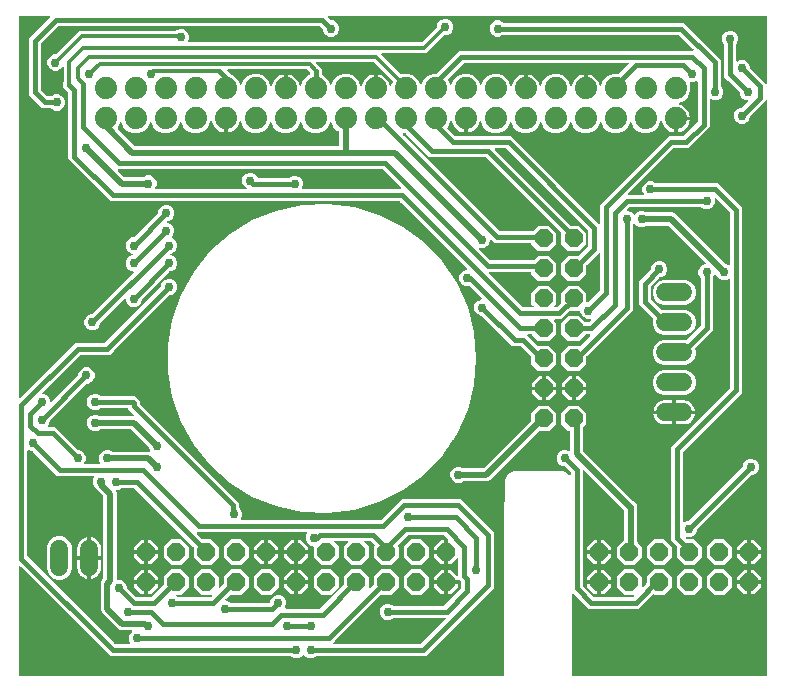
<source format=gbr>
G04 EAGLE Gerber RS-274X export*
G75*
%MOMM*%
%FSLAX34Y34*%
%LPD*%
%INTop Copper*%
%IPPOS*%
%AMOC8*
5,1,8,0,0,1.08239X$1,22.5*%
G01*
%ADD10C,1.524000*%
%ADD11P,1.649562X8X22.500000*%
%ADD12P,1.649562X8X202.500000*%
%ADD13P,1.649562X8X292.500000*%
%ADD14C,1.879600*%
%ADD15C,0.406400*%
%ADD16C,0.756400*%
%ADD17C,0.304800*%
%ADD18C,0.508000*%

G36*
X420698Y10164D02*
X420698Y10164D01*
X420717Y10162D01*
X420819Y10184D01*
X420921Y10200D01*
X420938Y10210D01*
X420958Y10214D01*
X421047Y10267D01*
X421138Y10316D01*
X421152Y10330D01*
X421169Y10340D01*
X421236Y10419D01*
X421308Y10494D01*
X421316Y10512D01*
X421329Y10527D01*
X421368Y10623D01*
X421411Y10717D01*
X421413Y10737D01*
X421421Y10755D01*
X421439Y10922D01*
X421439Y137360D01*
X421429Y137423D01*
X421429Y137486D01*
X421427Y137491D01*
X421439Y139526D01*
X421439Y139528D01*
X421439Y139530D01*
X421439Y141590D01*
X421443Y141618D01*
X421450Y141650D01*
X421448Y141669D01*
X421452Y141699D01*
X421639Y174017D01*
X421639Y174019D01*
X421639Y174022D01*
X421639Y176042D01*
X422423Y177903D01*
X422423Y177905D01*
X422425Y177907D01*
X423198Y179774D01*
X424633Y181192D01*
X424634Y181194D01*
X424636Y181195D01*
X426066Y182626D01*
X427936Y183388D01*
X427938Y183388D01*
X427940Y183389D01*
X429807Y184162D01*
X431827Y184151D01*
X431828Y184151D01*
X431831Y184151D01*
X470651Y184151D01*
X474386Y182604D01*
X476120Y180870D01*
X476178Y180828D01*
X476230Y180778D01*
X476277Y180757D01*
X476319Y180726D01*
X476388Y180705D01*
X476453Y180675D01*
X476505Y180669D01*
X476555Y180654D01*
X476626Y180656D01*
X476697Y180648D01*
X476748Y180659D01*
X476800Y180660D01*
X476868Y180685D01*
X476938Y180700D01*
X476983Y180727D01*
X477031Y180745D01*
X477087Y180789D01*
X477149Y180826D01*
X477183Y180866D01*
X477223Y180898D01*
X477262Y180959D01*
X477309Y181013D01*
X477328Y181061D01*
X477356Y181105D01*
X477374Y181175D01*
X477401Y181241D01*
X477409Y181313D01*
X477417Y181344D01*
X477415Y181367D01*
X477419Y181408D01*
X477419Y182580D01*
X477405Y182670D01*
X477397Y182761D01*
X477385Y182791D01*
X477380Y182823D01*
X477337Y182904D01*
X477301Y182987D01*
X477275Y183020D01*
X477264Y183040D01*
X477241Y183062D01*
X477196Y183118D01*
X472368Y187946D01*
X472295Y187999D01*
X472225Y188059D01*
X472195Y188071D01*
X472169Y188090D01*
X472082Y188117D01*
X471997Y188151D01*
X471956Y188155D01*
X471934Y188162D01*
X471901Y188161D01*
X471830Y188169D01*
X471141Y188169D01*
X468631Y189209D01*
X466709Y191131D01*
X465669Y193641D01*
X465669Y196359D01*
X466709Y198869D01*
X468631Y200791D01*
X471141Y201831D01*
X473859Y201831D01*
X475859Y201002D01*
X475903Y200992D01*
X475945Y200972D01*
X476022Y200964D01*
X476098Y200946D01*
X476144Y200950D01*
X476189Y200945D01*
X476266Y200962D01*
X476343Y200969D01*
X476385Y200988D01*
X476430Y200998D01*
X476497Y201038D01*
X476568Y201069D01*
X476602Y201100D01*
X476641Y201124D01*
X476692Y201183D01*
X476749Y201236D01*
X476771Y201276D01*
X476801Y201311D01*
X476830Y201383D01*
X476867Y201451D01*
X476876Y201496D01*
X476893Y201539D01*
X476908Y201675D01*
X476911Y201693D01*
X476910Y201698D01*
X476911Y201706D01*
X476911Y217170D01*
X476908Y217190D01*
X476910Y217209D01*
X476888Y217311D01*
X476872Y217413D01*
X476862Y217430D01*
X476858Y217450D01*
X476805Y217539D01*
X476756Y217630D01*
X476742Y217644D01*
X476732Y217661D01*
X476653Y217728D01*
X476578Y217800D01*
X476560Y217808D01*
X476545Y217821D01*
X476449Y217860D01*
X476355Y217903D01*
X476335Y217905D01*
X476317Y217913D01*
X476150Y217931D01*
X475641Y217931D01*
X469391Y224181D01*
X469391Y233019D01*
X475641Y239269D01*
X484479Y239269D01*
X490729Y233019D01*
X490729Y224181D01*
X488312Y221764D01*
X488259Y221690D01*
X488199Y221620D01*
X488187Y221590D01*
X488168Y221564D01*
X488141Y221477D01*
X488107Y221392D01*
X488103Y221351D01*
X488096Y221329D01*
X488097Y221297D01*
X488089Y221226D01*
X488089Y201400D01*
X488103Y201310D01*
X488111Y201219D01*
X488123Y201189D01*
X488128Y201158D01*
X488171Y201077D01*
X488207Y200993D01*
X488233Y200961D01*
X488244Y200940D01*
X488267Y200918D01*
X488312Y200862D01*
X530080Y159094D01*
X530133Y159056D01*
X530179Y159010D01*
X530220Y158987D01*
X530222Y158986D01*
X530235Y158979D01*
X530253Y158970D01*
X530279Y158950D01*
X530298Y158945D01*
X530326Y158929D01*
X530344Y158922D01*
X530356Y158919D01*
X530372Y158911D01*
X531315Y158563D01*
X531324Y158556D01*
X531361Y158521D01*
X531465Y158463D01*
X531484Y158451D01*
X532185Y157750D01*
X532194Y157743D01*
X532206Y157729D01*
X532943Y157047D01*
X532950Y157038D01*
X532970Y156991D01*
X533044Y156898D01*
X533057Y156879D01*
X533436Y155964D01*
X533442Y155954D01*
X533448Y155937D01*
X533868Y155024D01*
X533871Y155013D01*
X533871Y154962D01*
X533904Y154847D01*
X533909Y154825D01*
X533909Y153835D01*
X533911Y153823D01*
X533909Y153805D01*
X533948Y152801D01*
X533946Y152790D01*
X533927Y152742D01*
X533914Y152624D01*
X533909Y152598D01*
X533910Y152589D01*
X533909Y152576D01*
X533909Y124114D01*
X533923Y124024D01*
X533931Y123933D01*
X533943Y123904D01*
X533948Y123872D01*
X533991Y123791D01*
X534027Y123707D01*
X534053Y123675D01*
X534064Y123654D01*
X534087Y123632D01*
X534132Y123576D01*
X537719Y119989D01*
X537719Y111151D01*
X531469Y104901D01*
X522631Y104901D01*
X516381Y111151D01*
X516381Y119989D01*
X522508Y126116D01*
X522554Y126179D01*
X522577Y126204D01*
X522582Y126214D01*
X522621Y126260D01*
X522633Y126290D01*
X522652Y126316D01*
X522679Y126403D01*
X522713Y126488D01*
X522717Y126529D01*
X522724Y126551D01*
X522723Y126583D01*
X522731Y126654D01*
X522731Y150320D01*
X522717Y150410D01*
X522709Y150501D01*
X522697Y150531D01*
X522692Y150562D01*
X522649Y150643D01*
X522613Y150727D01*
X522587Y150759D01*
X522576Y150780D01*
X522553Y150802D01*
X522508Y150858D01*
X488880Y184486D01*
X488822Y184528D01*
X488770Y184577D01*
X488723Y184599D01*
X488681Y184630D01*
X488612Y184651D01*
X488547Y184681D01*
X488495Y184687D01*
X488445Y184702D01*
X488374Y184700D01*
X488303Y184708D01*
X488252Y184697D01*
X488200Y184696D01*
X488132Y184671D01*
X488062Y184656D01*
X488017Y184629D01*
X487969Y184611D01*
X487913Y184566D01*
X487851Y184530D01*
X487817Y184490D01*
X487777Y184457D01*
X487738Y184397D01*
X487691Y184343D01*
X487672Y184294D01*
X487644Y184251D01*
X487626Y184181D01*
X487599Y184115D01*
X487591Y184043D01*
X487583Y184012D01*
X487585Y183989D01*
X487581Y183948D01*
X487581Y87420D01*
X487595Y87330D01*
X487603Y87239D01*
X487615Y87209D01*
X487620Y87177D01*
X487663Y87096D01*
X487699Y87013D01*
X487725Y86980D01*
X487736Y86960D01*
X487759Y86938D01*
X487804Y86882D01*
X496882Y77804D01*
X496955Y77751D01*
X497025Y77691D01*
X497055Y77679D01*
X497081Y77660D01*
X497168Y77633D01*
X497253Y77599D01*
X497294Y77595D01*
X497316Y77588D01*
X497349Y77589D01*
X497420Y77581D01*
X530080Y77581D01*
X530170Y77595D01*
X530261Y77603D01*
X530291Y77615D01*
X530323Y77620D01*
X530403Y77663D01*
X530487Y77699D01*
X530520Y77725D01*
X530540Y77736D01*
X530562Y77759D01*
X530618Y77804D01*
X531016Y78202D01*
X531058Y78260D01*
X531108Y78312D01*
X531130Y78359D01*
X531160Y78401D01*
X531181Y78470D01*
X531211Y78535D01*
X531217Y78587D01*
X531232Y78637D01*
X531231Y78708D01*
X531238Y78779D01*
X531227Y78830D01*
X531226Y78882D01*
X531201Y78950D01*
X531186Y79020D01*
X531159Y79065D01*
X531142Y79113D01*
X531097Y79169D01*
X531060Y79231D01*
X531020Y79265D01*
X530988Y79305D01*
X530928Y79344D01*
X530873Y79391D01*
X530825Y79410D01*
X530781Y79438D01*
X530712Y79456D01*
X530645Y79483D01*
X530574Y79491D01*
X530542Y79499D01*
X530519Y79497D01*
X530478Y79501D01*
X522631Y79501D01*
X516381Y85751D01*
X516381Y94589D01*
X522631Y100839D01*
X531469Y100839D01*
X537719Y94589D01*
X537719Y86742D01*
X537730Y86671D01*
X537732Y86599D01*
X537750Y86550D01*
X537758Y86499D01*
X537792Y86436D01*
X537817Y86368D01*
X537849Y86328D01*
X537874Y86282D01*
X537926Y86232D01*
X537970Y86176D01*
X538014Y86148D01*
X538052Y86112D01*
X538117Y86082D01*
X538177Y86043D01*
X538228Y86031D01*
X538275Y86009D01*
X538346Y86001D01*
X538416Y85983D01*
X538468Y85987D01*
X538519Y85982D01*
X538590Y85997D01*
X538661Y86002D01*
X538709Y86023D01*
X538760Y86034D01*
X538821Y86071D01*
X538887Y86099D01*
X538943Y86143D01*
X538971Y86160D01*
X538986Y86178D01*
X539018Y86203D01*
X541558Y88744D01*
X541611Y88818D01*
X541671Y88887D01*
X541683Y88917D01*
X541702Y88943D01*
X541729Y89030D01*
X541763Y89115D01*
X541767Y89156D01*
X541774Y89178D01*
X541773Y89211D01*
X541781Y89282D01*
X541781Y94589D01*
X548031Y100839D01*
X556869Y100839D01*
X563119Y94589D01*
X563119Y85751D01*
X556869Y79501D01*
X548031Y79501D01*
X547897Y79635D01*
X547881Y79647D01*
X547868Y79662D01*
X547781Y79718D01*
X547697Y79779D01*
X547678Y79785D01*
X547661Y79795D01*
X547561Y79821D01*
X547462Y79851D01*
X547442Y79851D01*
X547423Y79855D01*
X547320Y79847D01*
X547216Y79845D01*
X547198Y79838D01*
X547178Y79836D01*
X547083Y79796D01*
X546985Y79760D01*
X546970Y79748D01*
X546951Y79740D01*
X546820Y79635D01*
X534605Y67419D01*
X492895Y67419D01*
X480619Y79696D01*
X480618Y79696D01*
X480090Y80225D01*
X480032Y80266D01*
X479980Y80316D01*
X479933Y80338D01*
X479891Y80368D01*
X479822Y80389D01*
X479757Y80419D01*
X479705Y80425D01*
X479655Y80440D01*
X479584Y80439D01*
X479513Y80446D01*
X479462Y80435D01*
X479410Y80434D01*
X479342Y80409D01*
X479272Y80394D01*
X479227Y80367D01*
X479179Y80350D01*
X479123Y80305D01*
X479061Y80268D01*
X479027Y80228D01*
X478987Y80196D01*
X478948Y80136D01*
X478901Y80081D01*
X478882Y80033D01*
X478854Y79989D01*
X478836Y79920D01*
X478809Y79853D01*
X478801Y79782D01*
X478793Y79750D01*
X478795Y79727D01*
X478791Y79686D01*
X478791Y10922D01*
X478794Y10902D01*
X478792Y10883D01*
X478814Y10781D01*
X478830Y10679D01*
X478840Y10662D01*
X478844Y10642D01*
X478897Y10553D01*
X478946Y10462D01*
X478960Y10448D01*
X478970Y10431D01*
X479049Y10364D01*
X479124Y10292D01*
X479142Y10284D01*
X479157Y10271D01*
X479253Y10232D01*
X479347Y10189D01*
X479367Y10187D01*
X479385Y10179D01*
X479552Y10161D01*
X643128Y10161D01*
X643148Y10164D01*
X643167Y10162D01*
X643269Y10184D01*
X643371Y10200D01*
X643388Y10210D01*
X643408Y10214D01*
X643497Y10267D01*
X643588Y10316D01*
X643602Y10330D01*
X643619Y10340D01*
X643686Y10419D01*
X643758Y10494D01*
X643766Y10512D01*
X643779Y10527D01*
X643818Y10623D01*
X643861Y10717D01*
X643863Y10737D01*
X643871Y10755D01*
X643889Y10922D01*
X643889Y497366D01*
X643886Y497384D01*
X643888Y497400D01*
X643877Y497450D01*
X643876Y497509D01*
X643858Y497558D01*
X643850Y497609D01*
X643838Y497630D01*
X643836Y497641D01*
X643814Y497677D01*
X643791Y497740D01*
X643759Y497780D01*
X643734Y497826D01*
X643712Y497847D01*
X643710Y497852D01*
X643690Y497869D01*
X643682Y497876D01*
X643638Y497932D01*
X643594Y497960D01*
X643556Y497996D01*
X643524Y498011D01*
X643523Y498012D01*
X643516Y498014D01*
X643491Y498026D01*
X643431Y498065D01*
X643380Y498077D01*
X643333Y498099D01*
X643262Y498107D01*
X643192Y498125D01*
X643140Y498121D01*
X643089Y498126D01*
X643018Y498111D01*
X642947Y498106D01*
X642900Y498085D01*
X642880Y498082D01*
X642876Y498080D01*
X642848Y498074D01*
X642787Y498037D01*
X642721Y498009D01*
X642679Y497976D01*
X642662Y497967D01*
X642654Y497958D01*
X642637Y497948D01*
X642622Y497930D01*
X642590Y497905D01*
X639382Y494696D01*
X629554Y484868D01*
X629501Y484795D01*
X629441Y484725D01*
X629429Y484695D01*
X629410Y484669D01*
X629383Y484582D01*
X629349Y484497D01*
X629345Y484456D01*
X629338Y484434D01*
X629339Y484401D01*
X629331Y484330D01*
X629331Y483641D01*
X628291Y481131D01*
X626369Y479209D01*
X623859Y478169D01*
X621141Y478169D01*
X618631Y479209D01*
X616709Y481131D01*
X615669Y483641D01*
X615669Y486359D01*
X616709Y488869D01*
X618631Y490791D01*
X621141Y491831D01*
X621830Y491831D01*
X621920Y491845D01*
X622011Y491853D01*
X622041Y491865D01*
X622073Y491870D01*
X622154Y491913D01*
X622237Y491949D01*
X622270Y491975D01*
X622290Y491986D01*
X622312Y492009D01*
X622368Y492054D01*
X627185Y496870D01*
X627226Y496928D01*
X627276Y496980D01*
X627298Y497027D01*
X627328Y497069D01*
X627349Y497138D01*
X627379Y497203D01*
X627385Y497255D01*
X627400Y497305D01*
X627399Y497376D01*
X627406Y497447D01*
X627395Y497498D01*
X627394Y497550D01*
X627369Y497618D01*
X627354Y497688D01*
X627327Y497733D01*
X627310Y497781D01*
X627265Y497837D01*
X627228Y497899D01*
X627188Y497933D01*
X627156Y497973D01*
X627096Y498012D01*
X627041Y498059D01*
X626993Y498078D01*
X626949Y498106D01*
X626880Y498124D01*
X626813Y498151D01*
X626742Y498159D01*
X626710Y498167D01*
X626687Y498165D01*
X626646Y498169D01*
X626141Y498169D01*
X623631Y499209D01*
X621709Y501131D01*
X620669Y503641D01*
X620669Y504330D01*
X620655Y504420D01*
X620647Y504511D01*
X620635Y504541D01*
X620630Y504573D01*
X620587Y504654D01*
X620551Y504738D01*
X620525Y504770D01*
X620514Y504790D01*
X620491Y504813D01*
X620446Y504868D01*
X610618Y514696D01*
X607419Y517895D01*
X607419Y545105D01*
X607405Y545195D01*
X607397Y545286D01*
X607385Y545316D01*
X607380Y545348D01*
X607337Y545429D01*
X607301Y545513D01*
X607275Y545545D01*
X607264Y545565D01*
X607241Y545588D01*
X607196Y545644D01*
X606709Y546131D01*
X605669Y548641D01*
X605669Y551359D01*
X606709Y553869D01*
X608631Y555791D01*
X611141Y556831D01*
X613859Y556831D01*
X616369Y555791D01*
X618291Y553869D01*
X619331Y551359D01*
X619331Y548641D01*
X618291Y546131D01*
X617804Y545644D01*
X617751Y545570D01*
X617691Y545500D01*
X617679Y545470D01*
X617660Y545444D01*
X617633Y545357D01*
X617599Y545272D01*
X617595Y545231D01*
X617588Y545209D01*
X617589Y545177D01*
X617581Y545105D01*
X617581Y531495D01*
X617588Y531450D01*
X617586Y531404D01*
X617608Y531329D01*
X617620Y531252D01*
X617642Y531212D01*
X617655Y531168D01*
X617699Y531104D01*
X617736Y531035D01*
X617769Y531003D01*
X617795Y530966D01*
X617857Y530919D01*
X617914Y530866D01*
X617956Y530846D01*
X617992Y530819D01*
X618066Y530795D01*
X618137Y530762D01*
X618183Y530757D01*
X618226Y530743D01*
X618304Y530744D01*
X618381Y530735D01*
X618426Y530745D01*
X618472Y530745D01*
X618604Y530783D01*
X618622Y530787D01*
X618626Y530790D01*
X618633Y530792D01*
X621141Y531831D01*
X623859Y531831D01*
X626369Y530791D01*
X628291Y528869D01*
X629331Y526359D01*
X629331Y525670D01*
X629345Y525580D01*
X629353Y525489D01*
X629365Y525459D01*
X629370Y525427D01*
X629413Y525346D01*
X629449Y525263D01*
X629475Y525230D01*
X629486Y525210D01*
X629509Y525188D01*
X629554Y525132D01*
X642590Y512095D01*
X642648Y512054D01*
X642700Y512004D01*
X642747Y511982D01*
X642789Y511952D01*
X642858Y511931D01*
X642923Y511901D01*
X642975Y511895D01*
X643025Y511880D01*
X643096Y511881D01*
X643167Y511874D01*
X643218Y511885D01*
X643270Y511886D01*
X643338Y511911D01*
X643408Y511926D01*
X643453Y511953D01*
X643501Y511970D01*
X643557Y512015D01*
X643619Y512052D01*
X643653Y512092D01*
X643693Y512124D01*
X643732Y512184D01*
X643779Y512239D01*
X643798Y512287D01*
X643826Y512331D01*
X643844Y512400D01*
X643871Y512467D01*
X643879Y512538D01*
X643887Y512570D01*
X643885Y512593D01*
X643889Y512634D01*
X643889Y568708D01*
X643886Y568728D01*
X643888Y568747D01*
X643866Y568849D01*
X643850Y568951D01*
X643840Y568968D01*
X643836Y568988D01*
X643783Y569077D01*
X643734Y569168D01*
X643720Y569182D01*
X643710Y569199D01*
X643631Y569266D01*
X643556Y569338D01*
X643538Y569346D01*
X643523Y569359D01*
X643427Y569398D01*
X643333Y569441D01*
X643313Y569443D01*
X643295Y569451D01*
X643128Y569469D01*
X272934Y569469D01*
X272863Y569458D01*
X272791Y569456D01*
X272742Y569438D01*
X272691Y569430D01*
X272628Y569396D01*
X272560Y569371D01*
X272520Y569339D01*
X272474Y569314D01*
X272424Y569262D01*
X272368Y569218D01*
X272340Y569174D01*
X272304Y569136D01*
X272274Y569071D01*
X272235Y569011D01*
X272223Y568960D01*
X272201Y568913D01*
X272193Y568842D01*
X272175Y568772D01*
X272179Y568720D01*
X272174Y568669D01*
X272189Y568598D01*
X272194Y568527D01*
X272215Y568479D01*
X272226Y568428D01*
X272263Y568367D01*
X272291Y568301D01*
X272335Y568245D01*
X272352Y568217D01*
X272370Y568202D01*
X272395Y568170D01*
X274742Y565824D01*
X274816Y565771D01*
X274885Y565711D01*
X274915Y565699D01*
X274941Y565680D01*
X275028Y565653D01*
X275113Y565619D01*
X275154Y565615D01*
X275176Y565608D01*
X275209Y565609D01*
X275280Y565601D01*
X275969Y565601D01*
X278479Y564561D01*
X280401Y562639D01*
X281441Y560129D01*
X281441Y557411D01*
X280401Y554901D01*
X278479Y552979D01*
X275969Y551939D01*
X273251Y551939D01*
X270741Y552979D01*
X268819Y554901D01*
X267779Y557411D01*
X267779Y558100D01*
X267765Y558190D01*
X267757Y558281D01*
X267745Y558311D01*
X267740Y558343D01*
X267697Y558424D01*
X267661Y558507D01*
X267635Y558540D01*
X267624Y558560D01*
X267601Y558582D01*
X267556Y558638D01*
X265228Y560966D01*
X265155Y561019D01*
X265085Y561079D01*
X265055Y561091D01*
X265029Y561110D01*
X264942Y561137D01*
X264857Y561171D01*
X264816Y561175D01*
X264794Y561182D01*
X264761Y561181D01*
X264690Y561189D01*
X44180Y561189D01*
X44090Y561175D01*
X43999Y561167D01*
X43969Y561155D01*
X43937Y561150D01*
X43856Y561107D01*
X43773Y561071D01*
X43740Y561045D01*
X43720Y561034D01*
X43698Y561011D01*
X43642Y560966D01*
X28914Y546238D01*
X28861Y546165D01*
X28801Y546095D01*
X28789Y546065D01*
X28770Y546039D01*
X28743Y545952D01*
X28709Y545867D01*
X28705Y545826D01*
X28698Y545804D01*
X28699Y545771D01*
X28691Y545700D01*
X28691Y507300D01*
X28705Y507210D01*
X28713Y507119D01*
X28725Y507089D01*
X28730Y507057D01*
X28773Y506976D01*
X28809Y506893D01*
X28835Y506860D01*
X28846Y506840D01*
X28869Y506818D01*
X28914Y506762D01*
X34222Y501454D01*
X34295Y501401D01*
X34365Y501341D01*
X34395Y501329D01*
X34421Y501310D01*
X34508Y501283D01*
X34593Y501249D01*
X34634Y501245D01*
X34656Y501238D01*
X34689Y501239D01*
X34760Y501231D01*
X37605Y501231D01*
X37695Y501245D01*
X37786Y501253D01*
X37816Y501265D01*
X37848Y501270D01*
X37929Y501313D01*
X38013Y501349D01*
X38045Y501375D01*
X38065Y501386D01*
X38088Y501409D01*
X38144Y501454D01*
X38631Y501941D01*
X41141Y502981D01*
X43859Y502981D01*
X46369Y501941D01*
X48291Y500019D01*
X49331Y497509D01*
X49331Y494791D01*
X48291Y492281D01*
X46369Y490359D01*
X43859Y489319D01*
X41141Y489319D01*
X38631Y490359D01*
X38144Y490846D01*
X38070Y490899D01*
X38000Y490959D01*
X37970Y490971D01*
X37944Y490990D01*
X37857Y491017D01*
X37772Y491051D01*
X37731Y491055D01*
X37709Y491062D01*
X37677Y491061D01*
X37605Y491069D01*
X30235Y491069D01*
X18529Y502775D01*
X18529Y550225D01*
X36456Y568151D01*
X36474Y568169D01*
X36516Y568228D01*
X36566Y568280D01*
X36588Y568327D01*
X36618Y568369D01*
X36639Y568438D01*
X36669Y568503D01*
X36675Y568554D01*
X36690Y568604D01*
X36689Y568676D01*
X36696Y568747D01*
X36685Y568798D01*
X36684Y568850D01*
X36659Y568917D01*
X36644Y568988D01*
X36618Y569032D01*
X36600Y569081D01*
X36555Y569137D01*
X36518Y569199D01*
X36479Y569233D01*
X36446Y569273D01*
X36386Y569312D01*
X36331Y569359D01*
X36283Y569378D01*
X36240Y569406D01*
X36170Y569424D01*
X36103Y569451D01*
X36032Y569459D01*
X36001Y569466D01*
X35978Y569465D01*
X35936Y569469D01*
X10922Y569469D01*
X10902Y569466D01*
X10883Y569468D01*
X10781Y569446D01*
X10679Y569430D01*
X10662Y569420D01*
X10642Y569416D01*
X10553Y569363D01*
X10462Y569314D01*
X10448Y569300D01*
X10431Y569290D01*
X10364Y569211D01*
X10292Y569136D01*
X10284Y569118D01*
X10271Y569103D01*
X10232Y569007D01*
X10189Y568913D01*
X10187Y568893D01*
X10179Y568875D01*
X10161Y568708D01*
X10161Y246684D01*
X10172Y246613D01*
X10174Y246541D01*
X10192Y246492D01*
X10200Y246441D01*
X10234Y246378D01*
X10259Y246310D01*
X10291Y246270D01*
X10316Y246224D01*
X10368Y246174D01*
X10412Y246118D01*
X10456Y246090D01*
X10494Y246054D01*
X10559Y246024D01*
X10619Y245985D01*
X10670Y245973D01*
X10717Y245951D01*
X10788Y245943D01*
X10858Y245925D01*
X10910Y245929D01*
X10961Y245924D01*
X11032Y245939D01*
X11103Y245944D01*
X11151Y245965D01*
X11202Y245976D01*
X11263Y246013D01*
X11329Y246041D01*
X11385Y246085D01*
X11413Y246102D01*
X11428Y246120D01*
X11460Y246145D01*
X58095Y292781D01*
X82780Y292781D01*
X82870Y292795D01*
X82961Y292803D01*
X82991Y292815D01*
X83023Y292820D01*
X83104Y292863D01*
X83187Y292899D01*
X83220Y292925D01*
X83240Y292936D01*
X83262Y292959D01*
X83318Y293004D01*
X130446Y340132D01*
X130499Y340205D01*
X130559Y340275D01*
X130571Y340305D01*
X130590Y340331D01*
X130617Y340418D01*
X130651Y340503D01*
X130655Y340544D01*
X130662Y340566D01*
X130661Y340599D01*
X130669Y340670D01*
X130669Y341359D01*
X131709Y343869D01*
X133631Y345791D01*
X136141Y346831D01*
X138859Y346831D01*
X141369Y345791D01*
X143291Y343869D01*
X144331Y341359D01*
X144331Y338641D01*
X143291Y336131D01*
X141369Y334209D01*
X138859Y333169D01*
X138170Y333169D01*
X138080Y333155D01*
X137989Y333147D01*
X137959Y333135D01*
X137927Y333130D01*
X137846Y333087D01*
X137762Y333051D01*
X137730Y333025D01*
X137710Y333014D01*
X137687Y332991D01*
X137632Y332946D01*
X90504Y285818D01*
X87305Y282619D01*
X62620Y282619D01*
X62530Y282605D01*
X62439Y282597D01*
X62409Y282585D01*
X62377Y282580D01*
X62296Y282537D01*
X62213Y282501D01*
X62180Y282475D01*
X62160Y282464D01*
X62138Y282441D01*
X62082Y282396D01*
X30315Y250630D01*
X30274Y250572D01*
X30224Y250520D01*
X30202Y250473D01*
X30172Y250431D01*
X30151Y250362D01*
X30121Y250297D01*
X30115Y250245D01*
X30100Y250195D01*
X30101Y250124D01*
X30094Y250053D01*
X30105Y250002D01*
X30106Y249950D01*
X30131Y249882D01*
X30146Y249812D01*
X30173Y249767D01*
X30190Y249719D01*
X30235Y249663D01*
X30272Y249601D01*
X30312Y249567D01*
X30344Y249527D01*
X30404Y249488D01*
X30459Y249441D01*
X30507Y249422D01*
X30551Y249394D01*
X30620Y249376D01*
X30687Y249349D01*
X30758Y249341D01*
X30790Y249333D01*
X30813Y249335D01*
X30854Y249331D01*
X31359Y249331D01*
X33869Y248291D01*
X35791Y246369D01*
X36831Y243859D01*
X36831Y243354D01*
X36842Y243283D01*
X36844Y243211D01*
X36862Y243162D01*
X36870Y243111D01*
X36904Y243048D01*
X36929Y242980D01*
X36961Y242940D01*
X36986Y242894D01*
X37038Y242844D01*
X37082Y242788D01*
X37126Y242760D01*
X37164Y242724D01*
X37229Y242694D01*
X37289Y242655D01*
X37340Y242643D01*
X37387Y242621D01*
X37458Y242613D01*
X37528Y242595D01*
X37580Y242599D01*
X37631Y242594D01*
X37702Y242609D01*
X37773Y242614D01*
X37821Y242635D01*
X37872Y242646D01*
X37933Y242683D01*
X37999Y242711D01*
X38055Y242755D01*
X38083Y242772D01*
X38098Y242790D01*
X38130Y242815D01*
X60446Y265132D01*
X60499Y265205D01*
X60559Y265275D01*
X60571Y265305D01*
X60590Y265331D01*
X60617Y265418D01*
X60651Y265503D01*
X60655Y265544D01*
X60662Y265566D01*
X60661Y265599D01*
X60669Y265670D01*
X60669Y266359D01*
X61709Y268869D01*
X63631Y270791D01*
X66141Y271831D01*
X68859Y271831D01*
X71369Y270791D01*
X73291Y268869D01*
X74331Y266359D01*
X74331Y263641D01*
X73291Y261131D01*
X71369Y259209D01*
X68859Y258169D01*
X68170Y258169D01*
X68080Y258155D01*
X67989Y258147D01*
X67959Y258135D01*
X67927Y258130D01*
X67846Y258087D01*
X67763Y258051D01*
X67730Y258025D01*
X67710Y258014D01*
X67688Y257991D01*
X67632Y257946D01*
X37054Y227368D01*
X37001Y227295D01*
X36941Y227225D01*
X36929Y227195D01*
X36910Y227169D01*
X36883Y227082D01*
X36849Y226997D01*
X36845Y226956D01*
X36838Y226934D01*
X36839Y226901D01*
X36831Y226830D01*
X36831Y226141D01*
X35791Y223631D01*
X34770Y222610D01*
X34729Y222552D01*
X34679Y222500D01*
X34657Y222453D01*
X34627Y222411D01*
X34606Y222342D01*
X34576Y222277D01*
X34570Y222225D01*
X34554Y222175D01*
X34556Y222104D01*
X34548Y222033D01*
X34559Y221982D01*
X34561Y221930D01*
X34585Y221862D01*
X34601Y221792D01*
X34627Y221747D01*
X34645Y221699D01*
X34690Y221643D01*
X34727Y221581D01*
X34766Y221547D01*
X34799Y221507D01*
X34859Y221468D01*
X34914Y221421D01*
X34962Y221402D01*
X35006Y221374D01*
X35075Y221356D01*
X35142Y221329D01*
X35213Y221321D01*
X35244Y221313D01*
X35268Y221315D01*
X35309Y221311D01*
X40875Y221311D01*
X60132Y202054D01*
X60205Y202001D01*
X60275Y201941D01*
X60305Y201929D01*
X60331Y201910D01*
X60418Y201883D01*
X60503Y201849D01*
X60544Y201845D01*
X60566Y201838D01*
X60599Y201839D01*
X60670Y201831D01*
X61359Y201831D01*
X63869Y200791D01*
X65791Y198869D01*
X66831Y196359D01*
X66831Y193641D01*
X65792Y191133D01*
X65781Y191089D01*
X65762Y191047D01*
X65753Y190970D01*
X65736Y190894D01*
X65740Y190848D01*
X65735Y190803D01*
X65751Y190726D01*
X65759Y190649D01*
X65777Y190607D01*
X65787Y190562D01*
X65827Y190495D01*
X65859Y190424D01*
X65890Y190390D01*
X65913Y190351D01*
X65972Y190300D01*
X66025Y190243D01*
X66065Y190221D01*
X66100Y190191D01*
X66173Y190162D01*
X66241Y190125D01*
X66286Y190116D01*
X66328Y190099D01*
X66464Y190084D01*
X66483Y190081D01*
X66488Y190082D01*
X66495Y190081D01*
X78505Y190081D01*
X78550Y190088D01*
X78596Y190086D01*
X78671Y190108D01*
X78748Y190120D01*
X78788Y190142D01*
X78832Y190155D01*
X78896Y190199D01*
X78965Y190236D01*
X78997Y190269D01*
X79034Y190295D01*
X79081Y190357D01*
X79134Y190414D01*
X79154Y190456D01*
X79181Y190492D01*
X79205Y190566D01*
X79238Y190637D01*
X79243Y190683D01*
X79257Y190726D01*
X79256Y190804D01*
X79265Y190881D01*
X79255Y190926D01*
X79255Y190972D01*
X79217Y191104D01*
X79213Y191122D01*
X79210Y191126D01*
X79208Y191133D01*
X78169Y193641D01*
X78169Y196359D01*
X79209Y198869D01*
X81131Y200791D01*
X83641Y201831D01*
X86359Y201831D01*
X88889Y200783D01*
X88922Y200759D01*
X88992Y200699D01*
X89022Y200687D01*
X89048Y200668D01*
X89135Y200641D01*
X89220Y200607D01*
X89261Y200603D01*
X89283Y200596D01*
X89315Y200597D01*
X89387Y200589D01*
X120794Y200589D01*
X120840Y200596D01*
X120886Y200594D01*
X120960Y200616D01*
X121037Y200628D01*
X121078Y200650D01*
X121122Y200663D01*
X121186Y200707D01*
X121255Y200744D01*
X121286Y200777D01*
X121324Y200803D01*
X121370Y200866D01*
X121424Y200922D01*
X121443Y200964D01*
X121471Y201000D01*
X121495Y201074D01*
X121528Y201145D01*
X121533Y201191D01*
X121547Y201234D01*
X121546Y201312D01*
X121555Y201389D01*
X121545Y201434D01*
X121544Y201480D01*
X121506Y201612D01*
X121502Y201630D01*
X121500Y201634D01*
X121498Y201641D01*
X120661Y203661D01*
X120655Y203702D01*
X120647Y203793D01*
X120635Y203823D01*
X120630Y203854D01*
X120587Y203935D01*
X120551Y204019D01*
X120525Y204051D01*
X120514Y204072D01*
X120491Y204094D01*
X120446Y204150D01*
X105408Y219188D01*
X105334Y219241D01*
X105265Y219301D01*
X105234Y219313D01*
X105208Y219332D01*
X105121Y219359D01*
X105036Y219393D01*
X104996Y219397D01*
X104973Y219404D01*
X104941Y219403D01*
X104870Y219411D01*
X79387Y219411D01*
X79297Y219397D01*
X79206Y219389D01*
X79176Y219377D01*
X79144Y219372D01*
X79063Y219329D01*
X78979Y219293D01*
X78947Y219267D01*
X78927Y219256D01*
X78904Y219233D01*
X78880Y219214D01*
X76359Y218169D01*
X73641Y218169D01*
X71131Y219209D01*
X69209Y221131D01*
X68169Y223641D01*
X68169Y226359D01*
X69209Y228869D01*
X71131Y230791D01*
X73641Y231831D01*
X76359Y231831D01*
X78889Y230783D01*
X78922Y230759D01*
X78992Y230699D01*
X79022Y230687D01*
X79048Y230668D01*
X79135Y230641D01*
X79220Y230607D01*
X79261Y230603D01*
X79283Y230596D01*
X79315Y230597D01*
X79387Y230589D01*
X107098Y230589D01*
X107169Y230600D01*
X107241Y230602D01*
X107290Y230620D01*
X107341Y230628D01*
X107404Y230662D01*
X107472Y230687D01*
X107512Y230719D01*
X107558Y230744D01*
X107608Y230796D01*
X107664Y230840D01*
X107692Y230884D01*
X107728Y230922D01*
X107758Y230987D01*
X107797Y231047D01*
X107809Y231098D01*
X107831Y231145D01*
X107839Y231216D01*
X107857Y231286D01*
X107853Y231338D01*
X107858Y231389D01*
X107843Y231460D01*
X107838Y231531D01*
X107817Y231579D01*
X107806Y231630D01*
X107769Y231691D01*
X107741Y231757D01*
X107697Y231813D01*
X107680Y231841D01*
X107662Y231856D01*
X107637Y231888D01*
X106068Y233456D01*
X102869Y236655D01*
X102869Y236658D01*
X102866Y236678D01*
X102868Y236697D01*
X102846Y236799D01*
X102830Y236901D01*
X102820Y236918D01*
X102816Y236938D01*
X102763Y237027D01*
X102714Y237118D01*
X102700Y237132D01*
X102690Y237149D01*
X102611Y237216D01*
X102536Y237288D01*
X102518Y237296D01*
X102503Y237309D01*
X102407Y237348D01*
X102313Y237391D01*
X102293Y237393D01*
X102275Y237401D01*
X102108Y237419D01*
X79895Y237419D01*
X79805Y237405D01*
X79714Y237397D01*
X79684Y237385D01*
X79652Y237380D01*
X79571Y237337D01*
X79487Y237301D01*
X79455Y237275D01*
X79435Y237264D01*
X79412Y237241D01*
X79356Y237196D01*
X78869Y236709D01*
X76359Y235669D01*
X73641Y235669D01*
X71131Y236709D01*
X69209Y238631D01*
X68169Y241141D01*
X68169Y243859D01*
X69209Y246369D01*
X71131Y248291D01*
X73641Y249331D01*
X76359Y249331D01*
X78869Y248291D01*
X79356Y247804D01*
X79430Y247751D01*
X79500Y247691D01*
X79530Y247679D01*
X79556Y247660D01*
X79643Y247633D01*
X79728Y247599D01*
X79769Y247595D01*
X79791Y247588D01*
X79823Y247589D01*
X79895Y247581D01*
X108855Y247581D01*
X113031Y243405D01*
X113031Y241180D01*
X113045Y241090D01*
X113053Y240999D01*
X113065Y240969D01*
X113070Y240937D01*
X113113Y240856D01*
X113149Y240773D01*
X113175Y240740D01*
X113186Y240720D01*
X113209Y240698D01*
X113254Y240642D01*
X195194Y158702D01*
X195212Y158688D01*
X195239Y158659D01*
X196670Y157446D01*
X196673Y157434D01*
X196678Y157374D01*
X196703Y157315D01*
X196718Y157254D01*
X196751Y157203D01*
X196774Y157147D01*
X196833Y157074D01*
X196850Y157046D01*
X196851Y157046D01*
X196851Y155179D01*
X196854Y155157D01*
X196853Y155117D01*
X197047Y152748D01*
X197062Y152690D01*
X197067Y152630D01*
X197092Y152571D01*
X197107Y152510D01*
X197139Y152459D01*
X197163Y152403D01*
X197222Y152330D01*
X197239Y152302D01*
X197252Y152292D01*
X197268Y152272D01*
X198171Y151369D01*
X199211Y148859D01*
X199211Y146141D01*
X198172Y143633D01*
X198163Y143597D01*
X198158Y143584D01*
X198157Y143579D01*
X198142Y143547D01*
X198133Y143470D01*
X198116Y143394D01*
X198120Y143348D01*
X198115Y143303D01*
X198131Y143226D01*
X198139Y143149D01*
X198157Y143107D01*
X198167Y143062D01*
X198207Y142995D01*
X198239Y142924D01*
X198270Y142890D01*
X198293Y142851D01*
X198352Y142800D01*
X198405Y142743D01*
X198445Y142721D01*
X198480Y142691D01*
X198553Y142662D01*
X198621Y142625D01*
X198666Y142616D01*
X198708Y142599D01*
X198844Y142584D01*
X198863Y142581D01*
X198868Y142582D01*
X198875Y142581D01*
X316550Y142581D01*
X316640Y142595D01*
X316731Y142603D01*
X316761Y142615D01*
X316793Y142620D01*
X316874Y142663D01*
X316957Y142699D01*
X316990Y142725D01*
X317010Y142736D01*
X317032Y142759D01*
X317088Y142804D01*
X334365Y160081D01*
X384605Y160081D01*
X412581Y132105D01*
X412581Y85395D01*
X354605Y27419D01*
X262395Y27419D01*
X262305Y27405D01*
X262214Y27397D01*
X262184Y27385D01*
X262152Y27380D01*
X262071Y27337D01*
X261987Y27301D01*
X261955Y27275D01*
X261935Y27264D01*
X261912Y27241D01*
X261856Y27196D01*
X261369Y26709D01*
X258859Y25669D01*
X256141Y25669D01*
X253631Y26709D01*
X251788Y28552D01*
X251772Y28563D01*
X251760Y28579D01*
X251672Y28635D01*
X251589Y28695D01*
X251570Y28701D01*
X251553Y28712D01*
X251452Y28737D01*
X251353Y28768D01*
X251334Y28767D01*
X251314Y28772D01*
X251211Y28764D01*
X251108Y28761D01*
X251089Y28754D01*
X251069Y28753D01*
X250974Y28712D01*
X250877Y28677D01*
X250861Y28664D01*
X250843Y28656D01*
X250712Y28552D01*
X248869Y26709D01*
X246359Y25669D01*
X243641Y25669D01*
X241131Y26709D01*
X240644Y27196D01*
X240570Y27249D01*
X240500Y27309D01*
X240470Y27321D01*
X240444Y27340D01*
X240357Y27367D01*
X240272Y27401D01*
X240231Y27405D01*
X240209Y27412D01*
X240177Y27411D01*
X240105Y27419D01*
X87895Y27419D01*
X84696Y30618D01*
X11460Y103855D01*
X11402Y103896D01*
X11350Y103946D01*
X11303Y103968D01*
X11261Y103998D01*
X11192Y104019D01*
X11127Y104049D01*
X11075Y104055D01*
X11025Y104070D01*
X10954Y104069D01*
X10883Y104076D01*
X10832Y104065D01*
X10780Y104064D01*
X10712Y104039D01*
X10642Y104024D01*
X10597Y103997D01*
X10549Y103980D01*
X10493Y103935D01*
X10431Y103898D01*
X10397Y103858D01*
X10357Y103826D01*
X10318Y103766D01*
X10271Y103711D01*
X10252Y103663D01*
X10224Y103619D01*
X10206Y103550D01*
X10179Y103483D01*
X10171Y103412D01*
X10163Y103380D01*
X10165Y103357D01*
X10161Y103316D01*
X10161Y10922D01*
X10164Y10902D01*
X10162Y10883D01*
X10184Y10781D01*
X10200Y10679D01*
X10210Y10662D01*
X10214Y10642D01*
X10267Y10553D01*
X10316Y10462D01*
X10330Y10448D01*
X10340Y10431D01*
X10419Y10364D01*
X10494Y10292D01*
X10512Y10284D01*
X10527Y10271D01*
X10623Y10232D01*
X10717Y10189D01*
X10737Y10187D01*
X10755Y10179D01*
X10922Y10161D01*
X420678Y10161D01*
X420698Y10164D01*
G37*
%LPC*%
G36*
X573431Y104901D02*
X573431Y104901D01*
X567181Y111151D01*
X567181Y120231D01*
X567185Y120247D01*
X567181Y120300D01*
X567181Y120304D01*
X567181Y120308D01*
X567177Y120349D01*
X567175Y120452D01*
X567168Y120472D01*
X567166Y120492D01*
X567126Y120586D01*
X567091Y120683D01*
X567078Y120700D01*
X567070Y120719D01*
X566965Y120850D01*
X562419Y125395D01*
X562419Y204605D01*
X612196Y254382D01*
X612249Y254455D01*
X612309Y254525D01*
X612321Y254555D01*
X612340Y254581D01*
X612367Y254668D01*
X612401Y254753D01*
X612405Y254794D01*
X612412Y254816D01*
X612411Y254849D01*
X612419Y254920D01*
X612419Y346005D01*
X612412Y346050D01*
X612414Y346096D01*
X612392Y346171D01*
X612380Y346248D01*
X612358Y346288D01*
X612345Y346332D01*
X612301Y346396D01*
X612264Y346465D01*
X612231Y346497D01*
X612205Y346534D01*
X612143Y346581D01*
X612086Y346634D01*
X612044Y346654D01*
X612008Y346681D01*
X611934Y346705D01*
X611863Y346738D01*
X611817Y346743D01*
X611774Y346757D01*
X611696Y346756D01*
X611619Y346765D01*
X611574Y346755D01*
X611528Y346755D01*
X611396Y346717D01*
X611378Y346713D01*
X611374Y346710D01*
X611367Y346708D01*
X608859Y345669D01*
X606141Y345669D01*
X603631Y346709D01*
X601709Y348631D01*
X600703Y351059D01*
X600665Y351120D01*
X600636Y351186D01*
X600601Y351224D01*
X600574Y351268D01*
X600518Y351314D01*
X600470Y351367D01*
X600424Y351392D01*
X600384Y351425D01*
X600317Y351451D01*
X600254Y351485D01*
X600203Y351495D01*
X600155Y351513D01*
X600083Y351516D01*
X600012Y351529D01*
X599961Y351521D01*
X599909Y351524D01*
X599840Y351504D01*
X599769Y351493D01*
X599723Y351470D01*
X599673Y351455D01*
X599614Y351414D01*
X599550Y351382D01*
X599513Y351345D01*
X599471Y351315D01*
X599428Y351257D01*
X599378Y351206D01*
X599343Y351143D01*
X599324Y351117D01*
X599317Y351095D01*
X599297Y351059D01*
X598291Y348631D01*
X597804Y348144D01*
X597751Y348070D01*
X597691Y348000D01*
X597679Y347970D01*
X597660Y347944D01*
X597633Y347857D01*
X597599Y347772D01*
X597595Y347731D01*
X597588Y347709D01*
X597589Y347677D01*
X597581Y347605D01*
X597581Y302895D01*
X583168Y288483D01*
X583101Y288389D01*
X583030Y288294D01*
X583028Y288288D01*
X583025Y288283D01*
X582990Y288172D01*
X582954Y288061D01*
X582954Y288054D01*
X582952Y288048D01*
X582955Y287931D01*
X582957Y287815D01*
X582959Y287807D01*
X582959Y287802D01*
X582965Y287785D01*
X583003Y287653D01*
X583439Y286602D01*
X583439Y282358D01*
X581815Y278437D01*
X578813Y275435D01*
X574892Y273811D01*
X555408Y273811D01*
X551487Y275435D01*
X548485Y278437D01*
X546861Y282358D01*
X546861Y286602D01*
X548485Y290523D01*
X551487Y293525D01*
X555408Y295149D01*
X574942Y295149D01*
X575053Y295121D01*
X575060Y295121D01*
X575066Y295120D01*
X575182Y295131D01*
X575299Y295140D01*
X575304Y295142D01*
X575310Y295143D01*
X575418Y295191D01*
X575525Y295236D01*
X575531Y295241D01*
X575535Y295243D01*
X575549Y295256D01*
X575656Y295341D01*
X587196Y306882D01*
X587249Y306955D01*
X587309Y307025D01*
X587321Y307055D01*
X587340Y307081D01*
X587367Y307168D01*
X587401Y307253D01*
X587405Y307294D01*
X587412Y307316D01*
X587411Y307349D01*
X587419Y307420D01*
X587419Y347605D01*
X587405Y347695D01*
X587397Y347786D01*
X587385Y347816D01*
X587380Y347848D01*
X587337Y347929D01*
X587301Y348013D01*
X587275Y348045D01*
X587264Y348065D01*
X587241Y348088D01*
X587196Y348144D01*
X586709Y348631D01*
X585669Y351141D01*
X585669Y353859D01*
X586709Y356369D01*
X588631Y358291D01*
X591237Y359370D01*
X591276Y359395D01*
X591319Y359410D01*
X591380Y359459D01*
X591446Y359500D01*
X591476Y359535D01*
X591511Y359564D01*
X591554Y359630D01*
X591603Y359690D01*
X591620Y359732D01*
X591644Y359771D01*
X591663Y359847D01*
X591691Y359919D01*
X591693Y359965D01*
X591705Y360010D01*
X591698Y360087D01*
X591702Y360165D01*
X591689Y360209D01*
X591685Y360255D01*
X591655Y360326D01*
X591633Y360401D01*
X591607Y360439D01*
X591589Y360481D01*
X591504Y360588D01*
X591493Y360603D01*
X591489Y360606D01*
X591484Y360612D01*
X560408Y391688D01*
X560334Y391741D01*
X560265Y391801D01*
X560234Y391813D01*
X560208Y391832D01*
X560121Y391859D01*
X560036Y391893D01*
X559996Y391897D01*
X559973Y391904D01*
X559941Y391903D01*
X559870Y391911D01*
X541887Y391911D01*
X541797Y391897D01*
X541706Y391889D01*
X541676Y391877D01*
X541644Y391872D01*
X541563Y391829D01*
X541479Y391793D01*
X541447Y391767D01*
X541427Y391756D01*
X541404Y391733D01*
X541380Y391714D01*
X538859Y390669D01*
X536141Y390669D01*
X533631Y391709D01*
X531788Y393552D01*
X531772Y393563D01*
X531760Y393579D01*
X531672Y393635D01*
X531589Y393695D01*
X531570Y393701D01*
X531553Y393712D01*
X531452Y393737D01*
X531353Y393768D01*
X531333Y393767D01*
X531314Y393772D01*
X531211Y393764D01*
X531108Y393761D01*
X531089Y393754D01*
X531069Y393753D01*
X530974Y393712D01*
X530877Y393677D01*
X530861Y393664D01*
X530843Y393656D01*
X530712Y393552D01*
X530304Y393144D01*
X530250Y393069D01*
X530191Y393000D01*
X530179Y392970D01*
X530160Y392944D01*
X530133Y392857D01*
X530099Y392772D01*
X530095Y392731D01*
X530088Y392709D01*
X530089Y392677D01*
X530081Y392605D01*
X530081Y320395D01*
X526882Y317196D01*
X490952Y281266D01*
X490899Y281193D01*
X490839Y281123D01*
X490827Y281093D01*
X490808Y281067D01*
X490781Y280980D01*
X490747Y280895D01*
X490743Y280854D01*
X490736Y280832D01*
X490737Y280799D01*
X490729Y280728D01*
X490729Y274981D01*
X484479Y268731D01*
X475641Y268731D01*
X469391Y274981D01*
X469391Y283819D01*
X475641Y290069D01*
X484513Y290069D01*
X484593Y290011D01*
X484612Y290005D01*
X484629Y289995D01*
X484729Y289969D01*
X484828Y289939D01*
X484848Y289939D01*
X484867Y289935D01*
X484970Y289943D01*
X485074Y289945D01*
X485093Y289952D01*
X485112Y289954D01*
X485207Y289994D01*
X485305Y290030D01*
X485320Y290042D01*
X485339Y290050D01*
X485470Y290155D01*
X493935Y298620D01*
X493976Y298678D01*
X494026Y298730D01*
X494048Y298777D01*
X494078Y298819D01*
X494099Y298888D01*
X494129Y298953D01*
X494135Y299005D01*
X494150Y299055D01*
X494149Y299126D01*
X494156Y299197D01*
X494145Y299248D01*
X494144Y299300D01*
X494119Y299368D01*
X494104Y299438D01*
X494078Y299482D01*
X494060Y299531D01*
X494015Y299587D01*
X493978Y299649D01*
X493938Y299683D01*
X493906Y299723D01*
X493846Y299762D01*
X493791Y299809D01*
X493743Y299828D01*
X493699Y299856D01*
X493630Y299874D01*
X493563Y299901D01*
X493492Y299909D01*
X493460Y299917D01*
X493437Y299915D01*
X493396Y299919D01*
X490582Y299919D01*
X490492Y299905D01*
X490401Y299897D01*
X490372Y299885D01*
X490340Y299880D01*
X490259Y299837D01*
X490175Y299801D01*
X490143Y299775D01*
X490122Y299764D01*
X490100Y299741D01*
X490044Y299696D01*
X484479Y294131D01*
X475641Y294131D01*
X469391Y300381D01*
X469391Y309219D01*
X475641Y315469D01*
X484479Y315469D01*
X489644Y310304D01*
X489718Y310251D01*
X489788Y310191D01*
X489818Y310179D01*
X489844Y310160D01*
X489931Y310133D01*
X490016Y310099D01*
X490057Y310095D01*
X490079Y310088D01*
X490111Y310089D01*
X490182Y310081D01*
X492580Y310081D01*
X492670Y310095D01*
X492761Y310103D01*
X492791Y310115D01*
X492823Y310120D01*
X492903Y310163D01*
X492987Y310199D01*
X493020Y310225D01*
X493040Y310236D01*
X493051Y310247D01*
X493053Y310248D01*
X493065Y310261D01*
X493118Y310304D01*
X494781Y311966D01*
X494838Y312045D01*
X494900Y312120D01*
X494909Y312144D01*
X494924Y312166D01*
X494953Y312259D01*
X494988Y312350D01*
X494989Y312376D01*
X494997Y312401D01*
X494994Y312498D01*
X494998Y312595D01*
X494991Y312621D01*
X494990Y312647D01*
X494957Y312738D01*
X494930Y312832D01*
X494915Y312853D01*
X494906Y312878D01*
X494845Y312954D01*
X494789Y313034D01*
X494768Y313049D01*
X494752Y313070D01*
X494670Y313122D01*
X494592Y313180D01*
X494567Y313189D01*
X494545Y313203D01*
X494451Y313227D01*
X494358Y313257D01*
X494332Y313256D01*
X494307Y313263D01*
X494210Y313255D01*
X494112Y313254D01*
X494081Y313245D01*
X494061Y313244D01*
X494031Y313231D01*
X493951Y313208D01*
X493859Y313169D01*
X491141Y313169D01*
X488631Y314209D01*
X486709Y316131D01*
X485669Y318641D01*
X485669Y318884D01*
X485658Y318954D01*
X485656Y319026D01*
X485638Y319075D01*
X485630Y319126D01*
X485596Y319190D01*
X485571Y319257D01*
X485539Y319298D01*
X485514Y319344D01*
X485462Y319393D01*
X485418Y319449D01*
X485374Y319477D01*
X485336Y319513D01*
X485271Y319543D01*
X485211Y319582D01*
X485160Y319595D01*
X485113Y319617D01*
X485042Y319625D01*
X484972Y319642D01*
X484920Y319638D01*
X484869Y319644D01*
X484798Y319629D01*
X484727Y319623D01*
X484679Y319603D01*
X484628Y319592D01*
X484567Y319555D01*
X484511Y319531D01*
X477032Y319531D01*
X476942Y319517D01*
X476851Y319509D01*
X476821Y319497D01*
X476789Y319492D01*
X476708Y319449D01*
X476625Y319413D01*
X476592Y319387D01*
X476572Y319376D01*
X476550Y319353D01*
X476494Y319308D01*
X469605Y312419D01*
X463966Y312419D01*
X463896Y312408D01*
X463824Y312406D01*
X463775Y312388D01*
X463724Y312380D01*
X463660Y312346D01*
X463593Y312321D01*
X463552Y312289D01*
X463506Y312264D01*
X463457Y312212D01*
X463401Y312168D01*
X463373Y312124D01*
X463337Y312086D01*
X463307Y312021D01*
X463268Y311961D01*
X463255Y311910D01*
X463233Y311863D01*
X463225Y311792D01*
X463208Y311722D01*
X463212Y311670D01*
X463206Y311619D01*
X463221Y311548D01*
X463227Y311477D01*
X463247Y311429D01*
X463258Y311378D01*
X463295Y311317D01*
X463323Y311251D01*
X463368Y311195D01*
X463385Y311167D01*
X463402Y311152D01*
X463428Y311120D01*
X465329Y309219D01*
X465329Y300381D01*
X459079Y294131D01*
X450241Y294131D01*
X444676Y299696D01*
X444602Y299749D01*
X444532Y299809D01*
X444502Y299821D01*
X444476Y299840D01*
X444389Y299867D01*
X444304Y299901D01*
X444263Y299905D01*
X444241Y299912D01*
X444209Y299911D01*
X444138Y299919D01*
X441604Y299919D01*
X441533Y299908D01*
X441461Y299906D01*
X441412Y299888D01*
X441361Y299880D01*
X441298Y299846D01*
X441230Y299821D01*
X441190Y299789D01*
X441144Y299764D01*
X441094Y299712D01*
X441038Y299668D01*
X441010Y299624D01*
X440974Y299586D01*
X440944Y299521D01*
X440905Y299461D01*
X440893Y299410D01*
X440871Y299363D01*
X440863Y299292D01*
X440845Y299222D01*
X440849Y299170D01*
X440844Y299119D01*
X440859Y299048D01*
X440864Y298977D01*
X440885Y298929D01*
X440896Y298878D01*
X440933Y298817D01*
X440961Y298751D01*
X441005Y298695D01*
X441022Y298667D01*
X441040Y298652D01*
X441065Y298620D01*
X442804Y296882D01*
X449394Y290292D01*
X449468Y290239D01*
X449537Y290179D01*
X449567Y290167D01*
X449593Y290148D01*
X449680Y290121D01*
X449765Y290087D01*
X449806Y290083D01*
X449828Y290076D01*
X449861Y290077D01*
X449932Y290069D01*
X459079Y290069D01*
X465329Y283819D01*
X465329Y274981D01*
X459079Y268731D01*
X450241Y268731D01*
X443991Y274981D01*
X443991Y281008D01*
X443977Y281098D01*
X443969Y281189D01*
X443957Y281219D01*
X443952Y281251D01*
X443909Y281332D01*
X443873Y281416D01*
X443847Y281448D01*
X443836Y281468D01*
X443813Y281491D01*
X443768Y281546D01*
X435618Y289696D01*
X435545Y289749D01*
X435475Y289809D01*
X435445Y289821D01*
X435419Y289840D01*
X435332Y289867D01*
X435247Y289901D01*
X435206Y289905D01*
X435184Y289912D01*
X435151Y289911D01*
X435080Y289919D01*
X427895Y289919D01*
X402368Y315446D01*
X402295Y315499D01*
X402225Y315559D01*
X402195Y315571D01*
X402169Y315590D01*
X402082Y315617D01*
X401997Y315651D01*
X401956Y315655D01*
X401934Y315662D01*
X401901Y315661D01*
X401830Y315669D01*
X401141Y315669D01*
X398631Y316709D01*
X396709Y318631D01*
X395669Y321141D01*
X395669Y323859D01*
X396709Y326369D01*
X398631Y328291D01*
X401141Y329331D01*
X401646Y329331D01*
X401717Y329342D01*
X401789Y329344D01*
X401838Y329362D01*
X401889Y329370D01*
X401952Y329404D01*
X402020Y329429D01*
X402060Y329461D01*
X402106Y329486D01*
X402156Y329538D01*
X402212Y329582D01*
X402240Y329626D01*
X402276Y329664D01*
X402306Y329729D01*
X402345Y329789D01*
X402357Y329840D01*
X402379Y329887D01*
X402387Y329958D01*
X402405Y330028D01*
X402401Y330080D01*
X402406Y330131D01*
X402391Y330202D01*
X402386Y330273D01*
X402365Y330321D01*
X402354Y330372D01*
X402317Y330433D01*
X402289Y330499D01*
X402245Y330555D01*
X402228Y330583D01*
X402210Y330598D01*
X402185Y330630D01*
X392275Y340540D01*
X392180Y340608D01*
X392086Y340678D01*
X392080Y340680D01*
X392075Y340684D01*
X391964Y340718D01*
X391852Y340754D01*
X391846Y340754D01*
X391840Y340756D01*
X391723Y340753D01*
X391606Y340752D01*
X391599Y340750D01*
X391594Y340750D01*
X391577Y340743D01*
X391445Y340705D01*
X391359Y340669D01*
X388641Y340669D01*
X386131Y341709D01*
X384209Y343631D01*
X383169Y346141D01*
X383169Y348859D01*
X384209Y351369D01*
X386131Y353291D01*
X388641Y354331D01*
X389146Y354331D01*
X389217Y354342D01*
X389289Y354344D01*
X389338Y354362D01*
X389389Y354370D01*
X389452Y354404D01*
X389520Y354429D01*
X389560Y354461D01*
X389606Y354486D01*
X389656Y354538D01*
X389712Y354582D01*
X389740Y354626D01*
X389776Y354664D01*
X389806Y354729D01*
X389845Y354789D01*
X389857Y354840D01*
X389879Y354887D01*
X389887Y354958D01*
X389905Y355028D01*
X389901Y355080D01*
X389906Y355131D01*
X389891Y355202D01*
X389886Y355273D01*
X389865Y355321D01*
X389854Y355372D01*
X389817Y355433D01*
X389789Y355499D01*
X389745Y355555D01*
X389728Y355583D01*
X389710Y355598D01*
X389685Y355630D01*
X333118Y412196D01*
X333045Y412249D01*
X332975Y412309D01*
X332945Y412321D01*
X332919Y412340D01*
X332832Y412367D01*
X332747Y412401D01*
X332706Y412405D01*
X332684Y412412D01*
X332651Y412411D01*
X332580Y412419D01*
X87895Y412419D01*
X52069Y448245D01*
X52069Y504310D01*
X52055Y504400D01*
X52047Y504491D01*
X52035Y504521D01*
X52030Y504553D01*
X51987Y504634D01*
X51951Y504717D01*
X51925Y504750D01*
X51914Y504770D01*
X51891Y504792D01*
X51846Y504848D01*
X47807Y508887D01*
X47807Y513097D01*
X48092Y513382D01*
X48145Y513455D01*
X48205Y513525D01*
X48217Y513555D01*
X48236Y513581D01*
X48263Y513668D01*
X48297Y513753D01*
X48301Y513794D01*
X48308Y513816D01*
X48307Y513849D01*
X48315Y513920D01*
X48315Y525547D01*
X48313Y525559D01*
X48314Y525566D01*
X48306Y525606D01*
X48304Y525618D01*
X48302Y525690D01*
X48284Y525739D01*
X48276Y525790D01*
X48242Y525853D01*
X48217Y525921D01*
X48185Y525961D01*
X48160Y526007D01*
X48108Y526057D01*
X48064Y526113D01*
X48020Y526141D01*
X47982Y526177D01*
X47917Y526207D01*
X47857Y526246D01*
X47806Y526259D01*
X47759Y526280D01*
X47688Y526288D01*
X47618Y526306D01*
X47566Y526302D01*
X47515Y526308D01*
X47444Y526292D01*
X47373Y526287D01*
X47325Y526266D01*
X47274Y526255D01*
X47213Y526219D01*
X47147Y526190D01*
X47091Y526146D01*
X47063Y526129D01*
X47048Y526111D01*
X47016Y526086D01*
X45099Y524169D01*
X42589Y523129D01*
X39871Y523129D01*
X37361Y524169D01*
X35439Y526091D01*
X34399Y528601D01*
X34399Y531319D01*
X35439Y533829D01*
X37361Y535751D01*
X39871Y536791D01*
X41279Y536791D01*
X41369Y536805D01*
X41460Y536813D01*
X41489Y536825D01*
X41521Y536830D01*
X41602Y536873D01*
X41686Y536909D01*
X41718Y536935D01*
X41739Y536946D01*
X41761Y536969D01*
X41817Y537014D01*
X58934Y554131D01*
X61836Y557033D01*
X143302Y557033D01*
X143392Y557047D01*
X143483Y557055D01*
X143513Y557067D01*
X143545Y557072D01*
X143626Y557115D01*
X143709Y557151D01*
X143742Y557177D01*
X143762Y557188D01*
X143784Y557211D01*
X143840Y557256D01*
X144125Y557541D01*
X144831Y557541D01*
X144896Y557551D01*
X144961Y557552D01*
X145041Y557575D01*
X145074Y557580D01*
X145091Y557590D01*
X145122Y557599D01*
X146141Y558021D01*
X148859Y558021D01*
X151369Y556981D01*
X153291Y555059D01*
X154331Y552549D01*
X154331Y549831D01*
X153607Y548085D01*
X153597Y548041D01*
X153578Y547999D01*
X153569Y547922D01*
X153551Y547846D01*
X153556Y547800D01*
X153551Y547755D01*
X153567Y547678D01*
X153574Y547601D01*
X153593Y547559D01*
X153603Y547514D01*
X153643Y547447D01*
X153674Y547376D01*
X153705Y547342D01*
X153729Y547303D01*
X153788Y547252D01*
X153841Y547195D01*
X153881Y547173D01*
X153916Y547143D01*
X153988Y547114D01*
X154056Y547077D01*
X154101Y547068D01*
X154144Y547051D01*
X154280Y547036D01*
X154298Y547033D01*
X154303Y547034D01*
X154311Y547033D01*
X351451Y547033D01*
X351541Y547047D01*
X351632Y547055D01*
X351661Y547067D01*
X351693Y547072D01*
X351774Y547115D01*
X351858Y547151D01*
X351890Y547177D01*
X351911Y547188D01*
X351933Y547211D01*
X351989Y547256D01*
X364146Y559413D01*
X364199Y559487D01*
X364259Y559557D01*
X364271Y559587D01*
X364290Y559613D01*
X364317Y559700D01*
X364351Y559785D01*
X364355Y559826D01*
X364362Y559848D01*
X364361Y559880D01*
X364369Y559951D01*
X364369Y561359D01*
X365409Y563869D01*
X367331Y565791D01*
X369841Y566831D01*
X372559Y566831D01*
X375069Y565791D01*
X376991Y563869D01*
X378031Y561359D01*
X378031Y558641D01*
X376991Y556131D01*
X375069Y554209D01*
X372559Y553169D01*
X371151Y553169D01*
X371061Y553155D01*
X370970Y553147D01*
X370941Y553135D01*
X370909Y553130D01*
X370828Y553087D01*
X370744Y553051D01*
X370712Y553025D01*
X370691Y553014D01*
X370669Y552991D01*
X370613Y552946D01*
X355554Y537887D01*
X317917Y537887D01*
X317847Y537876D01*
X317775Y537874D01*
X317726Y537856D01*
X317675Y537848D01*
X317611Y537814D01*
X317544Y537789D01*
X317503Y537757D01*
X317457Y537732D01*
X317408Y537680D01*
X317352Y537636D01*
X317324Y537592D01*
X317288Y537554D01*
X317258Y537489D01*
X317219Y537429D01*
X317206Y537378D01*
X317184Y537331D01*
X317176Y537260D01*
X317159Y537190D01*
X317163Y537138D01*
X317157Y537087D01*
X317172Y537016D01*
X317178Y536945D01*
X317198Y536897D01*
X317209Y536846D01*
X317246Y536785D01*
X317274Y536719D01*
X317319Y536663D01*
X317336Y536635D01*
X317353Y536620D01*
X317379Y536588D01*
X333695Y520272D01*
X333789Y520204D01*
X333883Y520134D01*
X333889Y520132D01*
X333894Y520129D01*
X334005Y520094D01*
X334117Y520058D01*
X334124Y520058D01*
X334130Y520056D01*
X334246Y520059D01*
X334363Y520060D01*
X334370Y520062D01*
X334375Y520063D01*
X334393Y520069D01*
X334524Y520107D01*
X335344Y520447D01*
X340296Y520447D01*
X344871Y518552D01*
X348372Y515051D01*
X349817Y511562D01*
X349855Y511501D01*
X349884Y511436D01*
X349919Y511398D01*
X349946Y511353D01*
X350002Y511307D01*
X350050Y511255D01*
X350096Y511230D01*
X350136Y511196D01*
X350203Y511171D01*
X350266Y511136D01*
X350317Y511127D01*
X350365Y511108D01*
X350437Y511105D01*
X350508Y511092D01*
X350559Y511100D01*
X350611Y511098D01*
X350680Y511118D01*
X350751Y511128D01*
X350797Y511152D01*
X350847Y511166D01*
X350906Y511207D01*
X350970Y511240D01*
X351007Y511277D01*
X351049Y511307D01*
X351092Y511364D01*
X351142Y511415D01*
X351177Y511478D01*
X351196Y511504D01*
X351203Y511526D01*
X351223Y511562D01*
X352668Y515051D01*
X356169Y518552D01*
X360744Y520447D01*
X362946Y520447D01*
X363036Y520461D01*
X363127Y520469D01*
X363157Y520481D01*
X363189Y520486D01*
X363270Y520529D01*
X363353Y520565D01*
X363386Y520591D01*
X363406Y520602D01*
X363428Y520625D01*
X363484Y520670D01*
X382895Y540081D01*
X580896Y540081D01*
X580967Y540092D01*
X581039Y540094D01*
X581088Y540112D01*
X581139Y540120D01*
X581202Y540154D01*
X581270Y540179D01*
X581310Y540211D01*
X581356Y540236D01*
X581406Y540288D01*
X581462Y540332D01*
X581490Y540376D01*
X581526Y540414D01*
X581556Y540479D01*
X581595Y540539D01*
X581607Y540590D01*
X581629Y540637D01*
X581637Y540708D01*
X581655Y540778D01*
X581651Y540830D01*
X581656Y540881D01*
X581641Y540952D01*
X581636Y541023D01*
X581615Y541071D01*
X581604Y541122D01*
X581567Y541183D01*
X581539Y541249D01*
X581495Y541305D01*
X581478Y541333D01*
X581460Y541348D01*
X581435Y541380D01*
X569348Y553466D01*
X569275Y553519D01*
X569205Y553579D01*
X569175Y553591D01*
X569149Y553610D01*
X569062Y553637D01*
X568977Y553671D01*
X568936Y553675D01*
X568914Y553682D01*
X568881Y553681D01*
X568810Y553689D01*
X420525Y553689D01*
X420435Y553675D01*
X420344Y553667D01*
X420314Y553655D01*
X420282Y553650D01*
X420201Y553607D01*
X420117Y553571D01*
X420085Y553545D01*
X420065Y553534D01*
X420042Y553511D01*
X419986Y553466D01*
X419499Y552979D01*
X416989Y551939D01*
X414271Y551939D01*
X411761Y552979D01*
X409839Y554901D01*
X408799Y557411D01*
X408799Y560129D01*
X409839Y562639D01*
X411761Y564561D01*
X414271Y565601D01*
X416989Y565601D01*
X419499Y564561D01*
X419986Y564074D01*
X420060Y564021D01*
X420130Y563961D01*
X420160Y563949D01*
X420186Y563930D01*
X420273Y563903D01*
X420358Y563869D01*
X420399Y563865D01*
X420421Y563858D01*
X420453Y563859D01*
X420525Y563851D01*
X573335Y563851D01*
X605081Y532105D01*
X605081Y509895D01*
X605095Y509805D01*
X605103Y509714D01*
X605115Y509684D01*
X605120Y509652D01*
X605163Y509571D01*
X605199Y509487D01*
X605225Y509455D01*
X605236Y509435D01*
X605259Y509412D01*
X605304Y509356D01*
X605791Y508869D01*
X606831Y506359D01*
X606831Y503641D01*
X605791Y501131D01*
X603869Y499209D01*
X601359Y498169D01*
X598641Y498169D01*
X596133Y499208D01*
X596089Y499219D01*
X596047Y499238D01*
X595970Y499247D01*
X595894Y499264D01*
X595848Y499260D01*
X595803Y499265D01*
X595726Y499249D01*
X595649Y499241D01*
X595607Y499223D01*
X595562Y499213D01*
X595495Y499173D01*
X595424Y499141D01*
X595390Y499110D01*
X595351Y499087D01*
X595300Y499028D01*
X595243Y498975D01*
X595221Y498935D01*
X595191Y498900D01*
X595162Y498827D01*
X595125Y498759D01*
X595116Y498714D01*
X595099Y498672D01*
X595084Y498536D01*
X595081Y498517D01*
X595082Y498512D01*
X595081Y498505D01*
X595081Y475395D01*
X577105Y457419D01*
X564920Y457419D01*
X564830Y457405D01*
X564739Y457397D01*
X564709Y457385D01*
X564677Y457380D01*
X564596Y457337D01*
X564513Y457301D01*
X564480Y457275D01*
X564460Y457264D01*
X564438Y457241D01*
X564382Y457196D01*
X526065Y418880D01*
X526024Y418822D01*
X525974Y418770D01*
X525952Y418723D01*
X525922Y418681D01*
X525901Y418612D01*
X525871Y418547D01*
X525865Y418495D01*
X525850Y418445D01*
X525851Y418374D01*
X525844Y418303D01*
X525855Y418252D01*
X525856Y418200D01*
X525881Y418132D01*
X525896Y418062D01*
X525923Y418017D01*
X525940Y417969D01*
X525985Y417913D01*
X526022Y417851D01*
X526062Y417817D01*
X526094Y417777D01*
X526154Y417738D01*
X526209Y417691D01*
X526257Y417672D01*
X526301Y417644D01*
X526370Y417626D01*
X526437Y417599D01*
X526508Y417591D01*
X526540Y417583D01*
X526563Y417585D01*
X526604Y417581D01*
X538505Y417581D01*
X538550Y417588D01*
X538596Y417586D01*
X538671Y417608D01*
X538748Y417620D01*
X538788Y417642D01*
X538832Y417655D01*
X538896Y417699D01*
X538965Y417736D01*
X538997Y417769D01*
X539034Y417795D01*
X539081Y417857D01*
X539134Y417914D01*
X539154Y417956D01*
X539181Y417992D01*
X539205Y418066D01*
X539238Y418137D01*
X539243Y418183D01*
X539257Y418226D01*
X539256Y418304D01*
X539265Y418381D01*
X539255Y418426D01*
X539255Y418472D01*
X539217Y418604D01*
X539213Y418622D01*
X539210Y418626D01*
X539208Y418633D01*
X538169Y421141D01*
X538169Y423859D01*
X539209Y426369D01*
X541131Y428291D01*
X543641Y429331D01*
X546359Y429331D01*
X548869Y428291D01*
X549356Y427804D01*
X549430Y427751D01*
X549500Y427691D01*
X549530Y427679D01*
X549556Y427660D01*
X549643Y427633D01*
X549728Y427599D01*
X549769Y427595D01*
X549791Y427588D01*
X549823Y427589D01*
X549895Y427581D01*
X602105Y427581D01*
X622581Y407105D01*
X622581Y250395D01*
X572804Y200618D01*
X572751Y200545D01*
X572691Y200475D01*
X572679Y200445D01*
X572660Y200419D01*
X572633Y200332D01*
X572599Y200247D01*
X572595Y200206D01*
X572588Y200184D01*
X572589Y200151D01*
X572581Y200080D01*
X572581Y141495D01*
X572588Y141450D01*
X572586Y141404D01*
X572608Y141329D01*
X572620Y141252D01*
X572642Y141212D01*
X572655Y141168D01*
X572699Y141104D01*
X572736Y141035D01*
X572769Y141003D01*
X572795Y140966D01*
X572857Y140919D01*
X572914Y140866D01*
X572956Y140846D01*
X572992Y140819D01*
X573066Y140795D01*
X573137Y140762D01*
X573183Y140757D01*
X573226Y140743D01*
X573304Y140744D01*
X573381Y140735D01*
X573426Y140745D01*
X573472Y140745D01*
X573604Y140783D01*
X573622Y140787D01*
X573626Y140790D01*
X573633Y140792D01*
X576141Y141831D01*
X576830Y141831D01*
X576920Y141845D01*
X577011Y141853D01*
X577041Y141865D01*
X577073Y141870D01*
X577154Y141913D01*
X577238Y141949D01*
X577270Y141975D01*
X577290Y141986D01*
X577313Y142009D01*
X577315Y142011D01*
X577317Y142012D01*
X577318Y142013D01*
X577368Y142054D01*
X622946Y187632D01*
X622999Y187705D01*
X623059Y187775D01*
X623071Y187805D01*
X623090Y187831D01*
X623117Y187918D01*
X623151Y188003D01*
X623155Y188044D01*
X623162Y188066D01*
X623161Y188099D01*
X623169Y188170D01*
X623169Y188859D01*
X624209Y191369D01*
X626131Y193291D01*
X628641Y194331D01*
X631359Y194331D01*
X633869Y193291D01*
X635791Y191369D01*
X636831Y188859D01*
X636831Y186141D01*
X635791Y183631D01*
X633869Y181709D01*
X631359Y180669D01*
X630670Y180669D01*
X630580Y180655D01*
X630489Y180647D01*
X630459Y180635D01*
X630427Y180630D01*
X630346Y180587D01*
X630262Y180551D01*
X630230Y180525D01*
X630210Y180514D01*
X630187Y180491D01*
X630132Y180446D01*
X584554Y134868D01*
X584501Y134795D01*
X584441Y134725D01*
X584429Y134695D01*
X584410Y134669D01*
X584383Y134582D01*
X584349Y134497D01*
X584345Y134456D01*
X584338Y134434D01*
X584339Y134401D01*
X584331Y134330D01*
X584331Y133641D01*
X583291Y131131D01*
X581369Y129209D01*
X578859Y128169D01*
X576141Y128169D01*
X576049Y128208D01*
X575954Y128230D01*
X575861Y128258D01*
X575835Y128258D01*
X575809Y128264D01*
X575713Y128255D01*
X575615Y128252D01*
X575590Y128243D01*
X575565Y128241D01*
X575476Y128201D01*
X575384Y128168D01*
X575364Y128151D01*
X575340Y128141D01*
X575268Y128075D01*
X575192Y128014D01*
X575178Y127992D01*
X575159Y127974D01*
X575112Y127889D01*
X575059Y127807D01*
X575053Y127782D01*
X575040Y127759D01*
X575023Y127663D01*
X574999Y127568D01*
X575001Y127542D01*
X574996Y127517D01*
X575011Y127420D01*
X575018Y127323D01*
X575028Y127299D01*
X575032Y127273D01*
X575076Y127187D01*
X575114Y127097D01*
X575135Y127071D01*
X575144Y127054D01*
X575167Y127031D01*
X575219Y126966D01*
X575724Y126462D01*
X575798Y126408D01*
X575867Y126349D01*
X575897Y126337D01*
X575923Y126318D01*
X576010Y126291D01*
X576095Y126257D01*
X576136Y126253D01*
X576158Y126246D01*
X576191Y126247D01*
X576262Y126239D01*
X582269Y126239D01*
X588519Y119989D01*
X588519Y111151D01*
X582269Y104901D01*
X573431Y104901D01*
G37*
%LPD*%
%LPC*%
G36*
X250071Y149540D02*
X250071Y149540D01*
X228364Y154219D01*
X207759Y162498D01*
X188851Y174141D01*
X172182Y188811D01*
X158232Y206088D01*
X147402Y225474D01*
X140004Y246411D01*
X136252Y268297D01*
X136252Y290503D01*
X140004Y312389D01*
X147402Y333326D01*
X158232Y352712D01*
X172182Y369989D01*
X188851Y384659D01*
X207759Y396302D01*
X228364Y404581D01*
X250071Y409260D01*
X272256Y410202D01*
X294282Y407381D01*
X315514Y400879D01*
X335342Y390882D01*
X353195Y377678D01*
X368561Y361646D01*
X380995Y343249D01*
X390142Y323015D01*
X395737Y301526D01*
X397620Y279400D01*
X395737Y257274D01*
X390142Y235785D01*
X380995Y215551D01*
X380869Y215365D01*
X380355Y214604D01*
X379840Y213843D01*
X379840Y213842D01*
X379326Y213081D01*
X378811Y212320D01*
X378297Y211559D01*
X377782Y210798D01*
X377782Y210797D01*
X377268Y210036D01*
X376753Y209275D01*
X376239Y208514D01*
X375724Y207753D01*
X375724Y207752D01*
X375210Y206991D01*
X374695Y206230D01*
X374181Y205469D01*
X373666Y204708D01*
X373666Y204707D01*
X373152Y203946D01*
X372637Y203185D01*
X372123Y202424D01*
X372122Y202424D01*
X371608Y201663D01*
X371608Y201662D01*
X371094Y200901D01*
X371093Y200901D01*
X370579Y200140D01*
X370065Y199379D01*
X370064Y199379D01*
X369550Y198618D01*
X369550Y198617D01*
X369036Y197856D01*
X369035Y197856D01*
X368560Y197153D01*
X353195Y181122D01*
X335343Y167918D01*
X315514Y157921D01*
X294282Y151419D01*
X272256Y148598D01*
X250071Y149540D01*
G37*
%LPD*%
G36*
X350170Y37595D02*
X350170Y37595D01*
X350261Y37603D01*
X350291Y37615D01*
X350323Y37620D01*
X350404Y37663D01*
X350487Y37699D01*
X350520Y37725D01*
X350540Y37736D01*
X350562Y37759D01*
X350618Y37804D01*
X371435Y58620D01*
X371476Y58678D01*
X371526Y58730D01*
X371548Y58777D01*
X371578Y58819D01*
X371599Y58888D01*
X371629Y58953D01*
X371635Y59005D01*
X371650Y59055D01*
X371649Y59126D01*
X371656Y59197D01*
X371645Y59248D01*
X371644Y59300D01*
X371619Y59368D01*
X371604Y59438D01*
X371577Y59483D01*
X371560Y59531D01*
X371515Y59587D01*
X371478Y59649D01*
X371438Y59683D01*
X371406Y59723D01*
X371346Y59762D01*
X371291Y59809D01*
X371243Y59828D01*
X371199Y59856D01*
X371130Y59874D01*
X371063Y59901D01*
X370992Y59909D01*
X370960Y59917D01*
X370937Y59915D01*
X370896Y59919D01*
X327395Y59919D01*
X327305Y59905D01*
X327214Y59897D01*
X327184Y59885D01*
X327152Y59880D01*
X327071Y59837D01*
X326987Y59801D01*
X326955Y59775D01*
X326935Y59764D01*
X326912Y59741D01*
X326856Y59696D01*
X326369Y59209D01*
X323859Y58169D01*
X321141Y58169D01*
X318631Y59209D01*
X316709Y61131D01*
X315669Y63641D01*
X315669Y66359D01*
X316709Y68869D01*
X318631Y70791D01*
X321141Y71831D01*
X323859Y71831D01*
X326369Y70791D01*
X326856Y70304D01*
X326930Y70250D01*
X327000Y70191D01*
X327030Y70179D01*
X327056Y70160D01*
X327143Y70133D01*
X327228Y70099D01*
X327269Y70095D01*
X327291Y70088D01*
X327323Y70089D01*
X327395Y70081D01*
X370080Y70081D01*
X370170Y70095D01*
X370261Y70103D01*
X370291Y70115D01*
X370323Y70120D01*
X370404Y70163D01*
X370488Y70199D01*
X370520Y70225D01*
X370540Y70236D01*
X370563Y70259D01*
X370618Y70304D01*
X384696Y84382D01*
X384749Y84455D01*
X384809Y84525D01*
X384821Y84555D01*
X384840Y84581D01*
X384867Y84668D01*
X384901Y84753D01*
X384905Y84794D01*
X384912Y84816D01*
X384911Y84849D01*
X384919Y84920D01*
X384919Y90080D01*
X384905Y90170D01*
X384897Y90261D01*
X384885Y90291D01*
X384880Y90323D01*
X384855Y90370D01*
X384854Y90372D01*
X384850Y90380D01*
X384837Y90403D01*
X384801Y90487D01*
X384775Y90520D01*
X384764Y90540D01*
X384741Y90562D01*
X384738Y90567D01*
X384728Y90583D01*
X384718Y90592D01*
X384696Y90618D01*
X383570Y91745D01*
X383512Y91786D01*
X383460Y91836D01*
X383413Y91858D01*
X383371Y91888D01*
X383302Y91909D01*
X383237Y91939D01*
X383185Y91945D01*
X383135Y91960D01*
X383064Y91959D01*
X382993Y91966D01*
X382942Y91955D01*
X382890Y91954D01*
X382822Y91929D01*
X382752Y91914D01*
X382707Y91887D01*
X382659Y91870D01*
X382603Y91825D01*
X382541Y91788D01*
X382507Y91748D01*
X382467Y91716D01*
X382452Y91693D01*
X373633Y91693D01*
X373633Y100331D01*
X376319Y100331D01*
X381120Y95530D01*
X381178Y95488D01*
X381230Y95438D01*
X381277Y95417D01*
X381319Y95386D01*
X381388Y95365D01*
X381453Y95335D01*
X381505Y95329D01*
X381555Y95314D01*
X381626Y95316D01*
X381697Y95308D01*
X381748Y95319D01*
X381800Y95320D01*
X381868Y95345D01*
X381938Y95360D01*
X381983Y95387D01*
X382031Y95405D01*
X382087Y95449D01*
X382149Y95486D01*
X382183Y95526D01*
X382223Y95558D01*
X382262Y95619D01*
X382309Y95673D01*
X382328Y95721D01*
X382356Y95765D01*
X382374Y95835D01*
X382401Y95901D01*
X382409Y95973D01*
X382417Y96004D01*
X382415Y96027D01*
X382419Y96068D01*
X382419Y109672D01*
X382408Y109743D01*
X382406Y109814D01*
X382388Y109863D01*
X382380Y109915D01*
X382346Y109978D01*
X382321Y110045D01*
X382289Y110086D01*
X382264Y110132D01*
X382212Y110182D01*
X382168Y110238D01*
X382124Y110266D01*
X382086Y110302D01*
X382021Y110332D01*
X381961Y110371D01*
X381910Y110383D01*
X381863Y110405D01*
X381792Y110413D01*
X381722Y110431D01*
X381670Y110427D01*
X381619Y110432D01*
X381548Y110417D01*
X381477Y110411D01*
X381429Y110391D01*
X381378Y110380D01*
X381317Y110343D01*
X381251Y110315D01*
X381195Y110270D01*
X381167Y110254D01*
X381152Y110236D01*
X381120Y110210D01*
X376319Y105409D01*
X373633Y105409D01*
X373633Y114808D01*
X373630Y114828D01*
X373632Y114847D01*
X373610Y114949D01*
X373593Y115051D01*
X373584Y115068D01*
X373580Y115088D01*
X373527Y115177D01*
X373478Y115268D01*
X373464Y115282D01*
X373454Y115299D01*
X373375Y115366D01*
X373300Y115437D01*
X373282Y115446D01*
X373267Y115459D01*
X373171Y115497D01*
X373077Y115541D01*
X373057Y115543D01*
X373039Y115551D01*
X372872Y115569D01*
X372109Y115569D01*
X372109Y115571D01*
X372872Y115571D01*
X372892Y115574D01*
X372911Y115572D01*
X373013Y115594D01*
X373115Y115611D01*
X373132Y115620D01*
X373152Y115624D01*
X373241Y115677D01*
X373332Y115726D01*
X373346Y115740D01*
X373363Y115750D01*
X373430Y115829D01*
X373501Y115904D01*
X373510Y115922D01*
X373523Y115937D01*
X373562Y116033D01*
X373605Y116127D01*
X373607Y116147D01*
X373615Y116165D01*
X373633Y116332D01*
X373633Y126366D01*
X373618Y126456D01*
X373611Y126547D01*
X373599Y126577D01*
X373593Y126609D01*
X373551Y126690D01*
X373515Y126774D01*
X373489Y126806D01*
X373478Y126826D01*
X373455Y126849D01*
X373410Y126905D01*
X370618Y129696D01*
X370544Y129749D01*
X370475Y129809D01*
X370445Y129821D01*
X370419Y129840D01*
X370332Y129867D01*
X370247Y129901D01*
X370206Y129905D01*
X370184Y129912D01*
X370151Y129911D01*
X370080Y129919D01*
X339920Y129919D01*
X339830Y129905D01*
X339739Y129897D01*
X339709Y129885D01*
X339677Y129880D01*
X339596Y129837D01*
X339513Y129801D01*
X339480Y129775D01*
X339460Y129764D01*
X339438Y129741D01*
X339382Y129696D01*
X331365Y121680D01*
X331353Y121663D01*
X331338Y121651D01*
X331282Y121564D01*
X331221Y121480D01*
X331215Y121461D01*
X331205Y121444D01*
X331179Y121344D01*
X331149Y121245D01*
X331149Y121225D01*
X331145Y121206D01*
X331153Y121103D01*
X331155Y120999D01*
X331162Y120980D01*
X331164Y120960D01*
X331204Y120865D01*
X331240Y120768D01*
X331252Y120752D01*
X331260Y120734D01*
X331365Y120603D01*
X331979Y119989D01*
X331979Y111151D01*
X325729Y104901D01*
X316891Y104901D01*
X310641Y111151D01*
X310641Y119989D01*
X311195Y120543D01*
X311207Y120559D01*
X311222Y120572D01*
X311278Y120659D01*
X311339Y120743D01*
X311345Y120762D01*
X311355Y120779D01*
X311381Y120879D01*
X311411Y120978D01*
X311411Y120998D01*
X311415Y121017D01*
X311407Y121120D01*
X311405Y121224D01*
X311398Y121242D01*
X311396Y121262D01*
X311356Y121357D01*
X311320Y121455D01*
X311308Y121470D01*
X311300Y121489D01*
X311195Y121620D01*
X308118Y124696D01*
X308045Y124749D01*
X307975Y124809D01*
X307945Y124821D01*
X307919Y124840D01*
X307832Y124867D01*
X307747Y124901D01*
X307706Y124905D01*
X307684Y124912D01*
X307651Y124911D01*
X307580Y124919D01*
X303486Y124919D01*
X303416Y124908D01*
X303344Y124906D01*
X303295Y124888D01*
X303244Y124880D01*
X303180Y124846D01*
X303113Y124821D01*
X303072Y124789D01*
X303026Y124764D01*
X302977Y124712D01*
X302921Y124668D01*
X302893Y124624D01*
X302857Y124586D01*
X302827Y124521D01*
X302788Y124461D01*
X302775Y124410D01*
X302753Y124363D01*
X302745Y124292D01*
X302728Y124222D01*
X302732Y124170D01*
X302726Y124119D01*
X302741Y124048D01*
X302747Y123977D01*
X302767Y123929D01*
X302778Y123878D01*
X302815Y123817D01*
X302843Y123751D01*
X302888Y123695D01*
X302905Y123667D01*
X302922Y123652D01*
X302948Y123620D01*
X306579Y119989D01*
X306579Y111151D01*
X300329Y104901D01*
X291491Y104901D01*
X285241Y111151D01*
X285241Y119989D01*
X288872Y123620D01*
X288914Y123678D01*
X288963Y123730D01*
X288985Y123777D01*
X289015Y123819D01*
X289037Y123888D01*
X289067Y123953D01*
X289072Y124005D01*
X289088Y124055D01*
X289086Y124126D01*
X289094Y124197D01*
X289083Y124248D01*
X289081Y124300D01*
X289057Y124368D01*
X289042Y124438D01*
X289015Y124483D01*
X288997Y124531D01*
X288952Y124587D01*
X288915Y124649D01*
X288876Y124683D01*
X288843Y124723D01*
X288783Y124762D01*
X288728Y124809D01*
X288680Y124828D01*
X288636Y124856D01*
X288567Y124874D01*
X288500Y124901D01*
X288429Y124909D01*
X288398Y124917D01*
X288375Y124915D01*
X288334Y124919D01*
X278086Y124919D01*
X278016Y124908D01*
X277944Y124906D01*
X277895Y124888D01*
X277844Y124880D01*
X277780Y124846D01*
X277713Y124821D01*
X277672Y124789D01*
X277626Y124764D01*
X277577Y124712D01*
X277521Y124668D01*
X277493Y124624D01*
X277457Y124586D01*
X277427Y124521D01*
X277388Y124461D01*
X277375Y124410D01*
X277353Y124363D01*
X277345Y124292D01*
X277328Y124222D01*
X277332Y124170D01*
X277326Y124119D01*
X277341Y124048D01*
X277347Y123977D01*
X277367Y123929D01*
X277378Y123878D01*
X277415Y123817D01*
X277443Y123751D01*
X277488Y123695D01*
X277505Y123667D01*
X277522Y123652D01*
X277548Y123620D01*
X281179Y119989D01*
X281179Y111151D01*
X274929Y104901D01*
X266091Y104901D01*
X259841Y111151D01*
X259841Y119908D01*
X259838Y119928D01*
X259840Y119947D01*
X259818Y120049D01*
X259802Y120151D01*
X259792Y120168D01*
X259788Y120188D01*
X259735Y120277D01*
X259686Y120368D01*
X259672Y120382D01*
X259662Y120399D01*
X259583Y120466D01*
X259508Y120538D01*
X259490Y120546D01*
X259475Y120559D01*
X259379Y120598D01*
X259285Y120641D01*
X259265Y120643D01*
X259247Y120651D01*
X259080Y120669D01*
X258641Y120669D01*
X256131Y121709D01*
X254209Y123631D01*
X253169Y126141D01*
X253169Y128859D01*
X254208Y131367D01*
X254219Y131411D01*
X254238Y131453D01*
X254247Y131530D01*
X254264Y131606D01*
X254260Y131652D01*
X254265Y131697D01*
X254249Y131774D01*
X254241Y131851D01*
X254223Y131893D01*
X254213Y131938D01*
X254173Y132005D01*
X254141Y132076D01*
X254110Y132110D01*
X254087Y132149D01*
X254028Y132200D01*
X253975Y132257D01*
X253935Y132279D01*
X253900Y132309D01*
X253827Y132338D01*
X253759Y132375D01*
X253714Y132384D01*
X253672Y132401D01*
X253536Y132416D01*
X253517Y132419D01*
X253512Y132418D01*
X253505Y132419D01*
X161604Y132419D01*
X161533Y132408D01*
X161461Y132406D01*
X161412Y132388D01*
X161361Y132380D01*
X161298Y132346D01*
X161230Y132321D01*
X161190Y132289D01*
X161144Y132264D01*
X161094Y132213D01*
X161038Y132168D01*
X161010Y132124D01*
X160974Y132086D01*
X160944Y132021D01*
X160905Y131961D01*
X160893Y131910D01*
X160871Y131863D01*
X160863Y131792D01*
X160845Y131722D01*
X160849Y131670D01*
X160844Y131619D01*
X160859Y131548D01*
X160864Y131477D01*
X160885Y131429D01*
X160896Y131378D01*
X160933Y131317D01*
X160961Y131251D01*
X161005Y131195D01*
X161022Y131167D01*
X161040Y131152D01*
X161065Y131120D01*
X165724Y126462D01*
X165797Y126409D01*
X165867Y126349D01*
X165897Y126337D01*
X165923Y126318D01*
X166010Y126291D01*
X166095Y126257D01*
X166136Y126253D01*
X166158Y126246D01*
X166191Y126247D01*
X166262Y126239D01*
X173329Y126239D01*
X179579Y119989D01*
X179579Y111151D01*
X173329Y104901D01*
X164491Y104901D01*
X158241Y111151D01*
X158241Y119258D01*
X158227Y119348D01*
X158219Y119439D01*
X158207Y119469D01*
X158202Y119501D01*
X158159Y119582D01*
X158123Y119666D01*
X158097Y119698D01*
X158086Y119718D01*
X158063Y119741D01*
X158018Y119796D01*
X108118Y169696D01*
X108045Y169749D01*
X107975Y169809D01*
X107945Y169821D01*
X107919Y169840D01*
X107832Y169867D01*
X107747Y169901D01*
X107706Y169905D01*
X107684Y169912D01*
X107651Y169911D01*
X107580Y169919D01*
X97395Y169919D01*
X97305Y169905D01*
X97214Y169897D01*
X97184Y169885D01*
X97152Y169880D01*
X97071Y169837D01*
X96987Y169801D01*
X96955Y169775D01*
X96935Y169764D01*
X96912Y169741D01*
X96856Y169696D01*
X96369Y169209D01*
X93859Y168169D01*
X93376Y168169D01*
X93330Y168162D01*
X93285Y168164D01*
X93210Y168142D01*
X93133Y168130D01*
X93092Y168108D01*
X93048Y168095D01*
X92984Y168051D01*
X92916Y168014D01*
X92884Y167981D01*
X92846Y167955D01*
X92800Y167893D01*
X92746Y167836D01*
X92727Y167794D01*
X92700Y167758D01*
X92675Y167684D01*
X92643Y167613D01*
X92638Y167567D01*
X92623Y167524D01*
X92624Y167446D01*
X92616Y167369D01*
X92625Y167324D01*
X92626Y167278D01*
X92664Y167146D01*
X92668Y167128D01*
X92670Y167124D01*
X92672Y167117D01*
X93089Y166112D01*
X93089Y92552D01*
X93092Y92532D01*
X93090Y92513D01*
X93112Y92411D01*
X93128Y92309D01*
X93138Y92292D01*
X93142Y92272D01*
X93195Y92183D01*
X93244Y92092D01*
X93258Y92078D01*
X93268Y92061D01*
X93347Y91994D01*
X93422Y91922D01*
X93440Y91914D01*
X93455Y91901D01*
X93551Y91862D01*
X93645Y91819D01*
X93665Y91817D01*
X93683Y91809D01*
X93850Y91791D01*
X96359Y91791D01*
X98869Y90751D01*
X100791Y88829D01*
X101831Y86319D01*
X101831Y85630D01*
X101845Y85540D01*
X101853Y85449D01*
X101865Y85419D01*
X101870Y85387D01*
X101913Y85306D01*
X101949Y85223D01*
X101975Y85190D01*
X101986Y85170D01*
X102009Y85148D01*
X102054Y85092D01*
X109342Y77804D01*
X109415Y77751D01*
X109485Y77691D01*
X109515Y77679D01*
X109541Y77660D01*
X109628Y77633D01*
X109713Y77599D01*
X109754Y77595D01*
X109776Y77588D01*
X109809Y77589D01*
X109880Y77581D01*
X122580Y77581D01*
X122670Y77595D01*
X122761Y77603D01*
X122791Y77615D01*
X122823Y77620D01*
X122904Y77663D01*
X122987Y77699D01*
X123020Y77725D01*
X123040Y77736D01*
X123062Y77759D01*
X123118Y77804D01*
X132618Y87304D01*
X132665Y87369D01*
X132676Y87380D01*
X132679Y87386D01*
X132731Y87447D01*
X132743Y87477D01*
X132762Y87503D01*
X132789Y87590D01*
X132823Y87675D01*
X132827Y87716D01*
X132834Y87738D01*
X132833Y87771D01*
X132841Y87842D01*
X132841Y94589D01*
X139091Y100839D01*
X147929Y100839D01*
X154179Y94589D01*
X154179Y85751D01*
X147929Y79501D01*
X144497Y79501D01*
X144426Y79490D01*
X144354Y79488D01*
X144305Y79470D01*
X144254Y79462D01*
X144191Y79428D01*
X144123Y79403D01*
X144082Y79371D01*
X144037Y79346D01*
X143987Y79295D01*
X143931Y79250D01*
X143903Y79206D01*
X143867Y79168D01*
X143837Y79103D01*
X143798Y79043D01*
X143785Y78992D01*
X143764Y78945D01*
X143756Y78874D01*
X143738Y78804D01*
X143742Y78752D01*
X143736Y78701D01*
X143752Y78630D01*
X143757Y78559D01*
X143778Y78511D01*
X143789Y78460D01*
X143826Y78399D01*
X143854Y78333D01*
X143898Y78277D01*
X143915Y78249D01*
X143933Y78234D01*
X143958Y78202D01*
X144356Y77804D01*
X144430Y77751D01*
X144500Y77691D01*
X144530Y77679D01*
X144556Y77660D01*
X144643Y77633D01*
X144728Y77599D01*
X144769Y77595D01*
X144791Y77588D01*
X144823Y77589D01*
X144895Y77581D01*
X172580Y77581D01*
X172670Y77595D01*
X172761Y77603D01*
X172791Y77615D01*
X172823Y77620D01*
X172903Y77663D01*
X172987Y77699D01*
X173020Y77725D01*
X173040Y77736D01*
X173062Y77759D01*
X173118Y77804D01*
X173516Y78202D01*
X173558Y78260D01*
X173608Y78312D01*
X173630Y78359D01*
X173660Y78401D01*
X173681Y78470D01*
X173711Y78535D01*
X173717Y78587D01*
X173732Y78637D01*
X173731Y78708D01*
X173738Y78779D01*
X173727Y78830D01*
X173726Y78882D01*
X173701Y78950D01*
X173686Y79020D01*
X173659Y79065D01*
X173642Y79113D01*
X173597Y79169D01*
X173560Y79231D01*
X173520Y79265D01*
X173488Y79305D01*
X173428Y79344D01*
X173373Y79391D01*
X173325Y79410D01*
X173281Y79438D01*
X173212Y79456D01*
X173145Y79483D01*
X173074Y79491D01*
X173042Y79499D01*
X173019Y79497D01*
X172978Y79501D01*
X164491Y79501D01*
X158241Y85751D01*
X158241Y94589D01*
X164491Y100839D01*
X173329Y100839D01*
X179579Y94589D01*
X179579Y86102D01*
X179590Y86031D01*
X179592Y85959D01*
X179610Y85910D01*
X179618Y85859D01*
X179652Y85796D01*
X179677Y85728D01*
X179709Y85688D01*
X179734Y85642D01*
X179786Y85592D01*
X179830Y85536D01*
X179874Y85508D01*
X179912Y85472D01*
X179977Y85442D01*
X180037Y85403D01*
X180088Y85391D01*
X180135Y85369D01*
X180206Y85361D01*
X180276Y85343D01*
X180328Y85347D01*
X180379Y85342D01*
X180450Y85357D01*
X180521Y85362D01*
X180569Y85383D01*
X180620Y85394D01*
X180681Y85431D01*
X180747Y85459D01*
X180803Y85503D01*
X180831Y85520D01*
X180846Y85538D01*
X180878Y85563D01*
X183418Y88104D01*
X183471Y88178D01*
X183531Y88247D01*
X183543Y88277D01*
X183562Y88303D01*
X183589Y88390D01*
X183623Y88475D01*
X183627Y88516D01*
X183634Y88538D01*
X183633Y88571D01*
X183641Y88642D01*
X183641Y94589D01*
X189891Y100839D01*
X198729Y100839D01*
X204979Y94589D01*
X204979Y85751D01*
X198729Y79501D01*
X189739Y79501D01*
X189642Y79531D01*
X189622Y79531D01*
X189603Y79535D01*
X189500Y79527D01*
X189396Y79525D01*
X189377Y79518D01*
X189358Y79516D01*
X189263Y79476D01*
X189165Y79440D01*
X189150Y79428D01*
X189131Y79420D01*
X189000Y79315D01*
X185315Y75630D01*
X185274Y75572D01*
X185224Y75520D01*
X185202Y75473D01*
X185172Y75431D01*
X185151Y75362D01*
X185121Y75297D01*
X185115Y75245D01*
X185100Y75195D01*
X185101Y75124D01*
X185094Y75053D01*
X185105Y75002D01*
X185106Y74950D01*
X185131Y74882D01*
X185146Y74812D01*
X185172Y74768D01*
X185190Y74719D01*
X185235Y74663D01*
X185272Y74601D01*
X185312Y74567D01*
X185344Y74527D01*
X185404Y74488D01*
X185459Y74441D01*
X185507Y74422D01*
X185551Y74394D01*
X185620Y74376D01*
X185687Y74349D01*
X185758Y74341D01*
X185790Y74333D01*
X185813Y74335D01*
X185854Y74331D01*
X186359Y74331D01*
X188869Y73291D01*
X189356Y72804D01*
X189430Y72750D01*
X189500Y72691D01*
X189530Y72679D01*
X189556Y72660D01*
X189643Y72633D01*
X189728Y72599D01*
X189769Y72595D01*
X189791Y72588D01*
X189823Y72589D01*
X189895Y72581D01*
X222408Y72581D01*
X222428Y72584D01*
X222447Y72582D01*
X222549Y72604D01*
X222651Y72620D01*
X222668Y72630D01*
X222688Y72634D01*
X222777Y72687D01*
X222868Y72736D01*
X222882Y72750D01*
X222899Y72760D01*
X222966Y72839D01*
X223038Y72914D01*
X223046Y72932D01*
X223059Y72947D01*
X223098Y73043D01*
X223141Y73137D01*
X223143Y73157D01*
X223151Y73175D01*
X223169Y73342D01*
X223169Y73859D01*
X224209Y76369D01*
X226131Y78291D01*
X228641Y79331D01*
X231359Y79331D01*
X233869Y78291D01*
X235791Y76369D01*
X236831Y73859D01*
X236831Y71141D01*
X235792Y68633D01*
X235781Y68589D01*
X235762Y68547D01*
X235753Y68470D01*
X235736Y68394D01*
X235740Y68348D01*
X235735Y68303D01*
X235751Y68226D01*
X235759Y68149D01*
X235777Y68107D01*
X235787Y68062D01*
X235827Y67995D01*
X235859Y67924D01*
X235890Y67890D01*
X235913Y67851D01*
X235972Y67800D01*
X236025Y67743D01*
X236065Y67721D01*
X236100Y67691D01*
X236173Y67662D01*
X236241Y67625D01*
X236286Y67616D01*
X236328Y67599D01*
X236464Y67584D01*
X236483Y67581D01*
X236488Y67582D01*
X236495Y67581D01*
X265080Y67581D01*
X265170Y67595D01*
X265261Y67603D01*
X265291Y67615D01*
X265323Y67620D01*
X265404Y67663D01*
X265487Y67699D01*
X265520Y67725D01*
X265540Y67736D01*
X265562Y67759D01*
X265618Y67804D01*
X285018Y87204D01*
X285071Y87277D01*
X285131Y87347D01*
X285143Y87377D01*
X285162Y87403D01*
X285189Y87490D01*
X285223Y87575D01*
X285227Y87616D01*
X285234Y87638D01*
X285233Y87671D01*
X285241Y87742D01*
X285241Y94589D01*
X291491Y100839D01*
X300329Y100839D01*
X306579Y94589D01*
X306579Y85602D01*
X306590Y85531D01*
X306592Y85459D01*
X306610Y85410D01*
X306618Y85359D01*
X306652Y85296D01*
X306677Y85228D01*
X306709Y85188D01*
X306734Y85142D01*
X306786Y85092D01*
X306830Y85036D01*
X306874Y85008D01*
X306912Y84972D01*
X306977Y84942D01*
X307037Y84903D01*
X307088Y84891D01*
X307135Y84869D01*
X307206Y84861D01*
X307276Y84843D01*
X307328Y84847D01*
X307379Y84842D01*
X307450Y84857D01*
X307521Y84862D01*
X307569Y84883D01*
X307620Y84894D01*
X307681Y84931D01*
X307747Y84959D01*
X307803Y85003D01*
X307831Y85020D01*
X307846Y85038D01*
X307878Y85063D01*
X310418Y87604D01*
X310471Y87678D01*
X310531Y87747D01*
X310543Y87777D01*
X310562Y87803D01*
X310589Y87890D01*
X310623Y87975D01*
X310627Y88016D01*
X310634Y88038D01*
X310633Y88071D01*
X310641Y88142D01*
X310641Y94589D01*
X316891Y100839D01*
X325729Y100839D01*
X331979Y94589D01*
X331979Y85751D01*
X325729Y79501D01*
X317002Y79501D01*
X316912Y79487D01*
X316821Y79479D01*
X316791Y79467D01*
X316759Y79462D01*
X316678Y79419D01*
X316595Y79383D01*
X316562Y79357D01*
X316542Y79346D01*
X316520Y79323D01*
X316464Y79278D01*
X277804Y40618D01*
X276065Y38880D01*
X276024Y38822D01*
X275974Y38770D01*
X275952Y38723D01*
X275922Y38681D01*
X275901Y38612D01*
X275871Y38547D01*
X275865Y38495D01*
X275850Y38445D01*
X275851Y38374D01*
X275844Y38303D01*
X275855Y38252D01*
X275856Y38200D01*
X275881Y38132D01*
X275896Y38062D01*
X275923Y38017D01*
X275940Y37969D01*
X275985Y37913D01*
X276022Y37851D01*
X276062Y37817D01*
X276094Y37777D01*
X276154Y37738D01*
X276209Y37691D01*
X276257Y37672D01*
X276301Y37644D01*
X276370Y37626D01*
X276437Y37599D01*
X276508Y37591D01*
X276540Y37583D01*
X276563Y37585D01*
X276604Y37581D01*
X350080Y37581D01*
X350170Y37595D01*
G37*
G36*
X103550Y37588D02*
X103550Y37588D01*
X103596Y37586D01*
X103671Y37608D01*
X103748Y37620D01*
X103788Y37642D01*
X103832Y37655D01*
X103896Y37699D01*
X103965Y37736D01*
X103997Y37769D01*
X104034Y37795D01*
X104081Y37857D01*
X104134Y37914D01*
X104154Y37956D01*
X104181Y37992D01*
X104205Y38066D01*
X104238Y38137D01*
X104243Y38183D01*
X104257Y38226D01*
X104256Y38304D01*
X104265Y38381D01*
X104255Y38426D01*
X104255Y38472D01*
X104217Y38604D01*
X104213Y38622D01*
X104210Y38626D01*
X104208Y38633D01*
X103169Y41141D01*
X103169Y43859D01*
X104209Y46369D01*
X105952Y48112D01*
X105993Y48170D01*
X106043Y48222D01*
X106065Y48269D01*
X106095Y48311D01*
X106116Y48380D01*
X106146Y48445D01*
X106152Y48497D01*
X106168Y48547D01*
X106166Y48618D01*
X106174Y48689D01*
X106163Y48740D01*
X106161Y48792D01*
X106137Y48860D01*
X106121Y48930D01*
X106095Y48975D01*
X106077Y49023D01*
X106032Y49079D01*
X105995Y49141D01*
X105956Y49175D01*
X105923Y49215D01*
X105863Y49254D01*
X105808Y49301D01*
X105760Y49320D01*
X105716Y49348D01*
X105647Y49366D01*
X105580Y49393D01*
X105509Y49401D01*
X105478Y49409D01*
X105454Y49407D01*
X105413Y49411D01*
X96388Y49411D01*
X94334Y50262D01*
X80262Y64334D01*
X79411Y66388D01*
X79411Y89762D01*
X80262Y91816D01*
X81688Y93242D01*
X81741Y93316D01*
X81801Y93385D01*
X81813Y93416D01*
X81832Y93442D01*
X81859Y93529D01*
X81893Y93614D01*
X81897Y93654D01*
X81904Y93677D01*
X81903Y93709D01*
X81911Y93780D01*
X81911Y162370D01*
X81897Y162460D01*
X81889Y162551D01*
X81877Y162581D01*
X81872Y162612D01*
X81829Y162693D01*
X81793Y162777D01*
X81767Y162809D01*
X81756Y162830D01*
X81733Y162852D01*
X81688Y162908D01*
X75262Y169334D01*
X74794Y170464D01*
X74760Y170519D01*
X74734Y170580D01*
X74682Y170645D01*
X74665Y170673D01*
X74650Y170685D01*
X74629Y170711D01*
X74209Y171131D01*
X73169Y173641D01*
X73169Y176359D01*
X74208Y178867D01*
X74219Y178911D01*
X74238Y178953D01*
X74247Y179030D01*
X74264Y179106D01*
X74260Y179152D01*
X74265Y179197D01*
X74249Y179274D01*
X74241Y179351D01*
X74223Y179393D01*
X74213Y179438D01*
X74173Y179505D01*
X74141Y179576D01*
X74110Y179610D01*
X74087Y179649D01*
X74028Y179700D01*
X73975Y179757D01*
X73935Y179779D01*
X73900Y179809D01*
X73827Y179838D01*
X73759Y179875D01*
X73714Y179884D01*
X73672Y179901D01*
X73536Y179916D01*
X73517Y179919D01*
X73512Y179918D01*
X73505Y179919D01*
X42895Y179919D01*
X22368Y200446D01*
X22295Y200499D01*
X22225Y200559D01*
X22195Y200571D01*
X22169Y200590D01*
X22082Y200617D01*
X21997Y200651D01*
X21956Y200655D01*
X21934Y200662D01*
X21901Y200661D01*
X21830Y200669D01*
X21141Y200669D01*
X18633Y201708D01*
X18589Y201719D01*
X18547Y201738D01*
X18470Y201747D01*
X18394Y201764D01*
X18348Y201760D01*
X18303Y201765D01*
X18226Y201749D01*
X18149Y201741D01*
X18107Y201723D01*
X18062Y201713D01*
X17995Y201673D01*
X17924Y201641D01*
X17890Y201610D01*
X17851Y201587D01*
X17800Y201528D01*
X17743Y201475D01*
X17721Y201435D01*
X17691Y201400D01*
X17662Y201327D01*
X17625Y201259D01*
X17616Y201214D01*
X17599Y201172D01*
X17584Y201036D01*
X17581Y201017D01*
X17582Y201012D01*
X17581Y201005D01*
X17581Y112420D01*
X17595Y112330D01*
X17603Y112239D01*
X17615Y112209D01*
X17620Y112177D01*
X17663Y112096D01*
X17699Y112013D01*
X17725Y111980D01*
X17736Y111960D01*
X17759Y111938D01*
X17804Y111882D01*
X91882Y37804D01*
X91955Y37751D01*
X92025Y37691D01*
X92055Y37679D01*
X92081Y37660D01*
X92168Y37633D01*
X92253Y37599D01*
X92294Y37595D01*
X92316Y37588D01*
X92349Y37589D01*
X92420Y37581D01*
X103505Y37581D01*
X103550Y37588D01*
G37*
G36*
X445424Y322592D02*
X445424Y322592D01*
X445496Y322594D01*
X445545Y322612D01*
X445596Y322620D01*
X445660Y322654D01*
X445727Y322679D01*
X445768Y322711D01*
X445814Y322736D01*
X445863Y322788D01*
X445919Y322832D01*
X445947Y322876D01*
X445983Y322914D01*
X446013Y322979D01*
X446052Y323039D01*
X446065Y323090D01*
X446087Y323137D01*
X446095Y323208D01*
X446112Y323278D01*
X446108Y323330D01*
X446114Y323381D01*
X446099Y323452D01*
X446093Y323523D01*
X446073Y323571D01*
X446062Y323622D01*
X446025Y323683D01*
X445997Y323749D01*
X445952Y323805D01*
X445935Y323833D01*
X445918Y323848D01*
X445892Y323880D01*
X443991Y325781D01*
X443991Y334619D01*
X450241Y340869D01*
X459079Y340869D01*
X465329Y334619D01*
X465329Y325781D01*
X463428Y323880D01*
X463386Y323822D01*
X463337Y323770D01*
X463315Y323723D01*
X463285Y323681D01*
X463263Y323612D01*
X463233Y323547D01*
X463228Y323495D01*
X463212Y323445D01*
X463214Y323374D01*
X463206Y323303D01*
X463217Y323252D01*
X463219Y323200D01*
X463243Y323132D01*
X463258Y323062D01*
X463285Y323017D01*
X463303Y322969D01*
X463348Y322913D01*
X463385Y322851D01*
X463424Y322817D01*
X463457Y322777D01*
X463517Y322738D01*
X463572Y322691D01*
X463620Y322672D01*
X463664Y322644D01*
X463733Y322626D01*
X463800Y322599D01*
X463871Y322591D01*
X463902Y322583D01*
X463925Y322585D01*
X463966Y322581D01*
X465080Y322581D01*
X465170Y322595D01*
X465261Y322603D01*
X465291Y322615D01*
X465323Y322620D01*
X465404Y322663D01*
X465487Y322699D01*
X465520Y322725D01*
X465540Y322736D01*
X465562Y322759D01*
X465618Y322804D01*
X469168Y326354D01*
X469221Y326427D01*
X469281Y326497D01*
X469293Y326527D01*
X469312Y326553D01*
X469339Y326640D01*
X469373Y326725D01*
X469377Y326766D01*
X469384Y326788D01*
X469383Y326821D01*
X469391Y326892D01*
X469391Y334619D01*
X475641Y340869D01*
X484479Y340869D01*
X490729Y334619D01*
X490729Y327592D01*
X490731Y327576D01*
X490730Y327563D01*
X490730Y327559D01*
X490730Y327553D01*
X490752Y327451D01*
X490768Y327349D01*
X490778Y327332D01*
X490782Y327312D01*
X490835Y327223D01*
X490884Y327132D01*
X490898Y327118D01*
X490908Y327101D01*
X490987Y327034D01*
X491062Y326962D01*
X491080Y326954D01*
X491095Y326941D01*
X491191Y326902D01*
X491285Y326859D01*
X491305Y326857D01*
X491323Y326849D01*
X491490Y326831D01*
X491830Y326831D01*
X491920Y326845D01*
X492011Y326853D01*
X492041Y326865D01*
X492073Y326870D01*
X492154Y326913D01*
X492238Y326949D01*
X492270Y326975D01*
X492290Y326986D01*
X492299Y326995D01*
X492300Y326996D01*
X492315Y327011D01*
X492368Y327054D01*
X502196Y336882D01*
X502249Y336955D01*
X502309Y337025D01*
X502321Y337055D01*
X502340Y337081D01*
X502367Y337168D01*
X502401Y337253D01*
X502405Y337294D01*
X502412Y337316D01*
X502411Y337349D01*
X502419Y337420D01*
X502419Y368396D01*
X502408Y368467D01*
X502406Y368539D01*
X502388Y368588D01*
X502380Y368639D01*
X502346Y368702D01*
X502321Y368770D01*
X502289Y368810D01*
X502264Y368856D01*
X502212Y368906D01*
X502168Y368962D01*
X502124Y368990D01*
X502086Y369026D01*
X502021Y369056D01*
X501961Y369095D01*
X501910Y369107D01*
X501863Y369129D01*
X501792Y369137D01*
X501722Y369155D01*
X501670Y369151D01*
X501619Y369156D01*
X501548Y369141D01*
X501477Y369136D01*
X501429Y369115D01*
X501378Y369104D01*
X501317Y369067D01*
X501251Y369039D01*
X501195Y368995D01*
X501167Y368978D01*
X501152Y368960D01*
X501120Y368935D01*
X490952Y358766D01*
X490899Y358693D01*
X490839Y358623D01*
X490827Y358593D01*
X490808Y358567D01*
X490781Y358480D01*
X490747Y358395D01*
X490743Y358354D01*
X490736Y358332D01*
X490737Y358299D01*
X490729Y358228D01*
X490729Y351181D01*
X484479Y344931D01*
X475641Y344931D01*
X469391Y351181D01*
X469391Y360019D01*
X475641Y366269D01*
X483768Y366269D01*
X483858Y366283D01*
X483949Y366291D01*
X483979Y366303D01*
X484011Y366308D01*
X484092Y366351D01*
X484175Y366387D01*
X484208Y366413D01*
X484228Y366424D01*
X484250Y366447D01*
X484306Y366492D01*
X492196Y374382D01*
X492249Y374455D01*
X492309Y374525D01*
X492321Y374555D01*
X492340Y374581D01*
X492367Y374668D01*
X492401Y374753D01*
X492405Y374794D01*
X492412Y374816D01*
X492411Y374849D01*
X492419Y374920D01*
X492419Y387580D01*
X492405Y387670D01*
X492397Y387761D01*
X492385Y387791D01*
X492380Y387823D01*
X492337Y387904D01*
X492301Y387987D01*
X492275Y388020D01*
X492264Y388040D01*
X492241Y388062D01*
X492196Y388118D01*
X423118Y457196D01*
X423045Y457249D01*
X422975Y457309D01*
X422945Y457321D01*
X422919Y457340D01*
X422832Y457367D01*
X422747Y457401D01*
X422706Y457405D01*
X422684Y457412D01*
X422651Y457411D01*
X422580Y457419D01*
X414104Y457419D01*
X414033Y457408D01*
X413961Y457406D01*
X413912Y457388D01*
X413861Y457380D01*
X413798Y457346D01*
X413730Y457321D01*
X413690Y457289D01*
X413644Y457264D01*
X413594Y457212D01*
X413538Y457168D01*
X413510Y457124D01*
X413474Y457086D01*
X413444Y457021D01*
X413405Y456961D01*
X413393Y456910D01*
X413371Y456863D01*
X413363Y456792D01*
X413345Y456722D01*
X413349Y456670D01*
X413344Y456619D01*
X413359Y456548D01*
X413364Y456477D01*
X413385Y456429D01*
X413396Y456378D01*
X413433Y456317D01*
X413461Y456251D01*
X413505Y456195D01*
X413522Y456167D01*
X413540Y456152D01*
X413565Y456120D01*
X477794Y391892D01*
X477867Y391839D01*
X477937Y391779D01*
X477967Y391767D01*
X477993Y391748D01*
X478080Y391721D01*
X478165Y391687D01*
X478206Y391683D01*
X478228Y391676D01*
X478261Y391677D01*
X478332Y391669D01*
X484479Y391669D01*
X490729Y385419D01*
X490729Y376581D01*
X484479Y370331D01*
X475641Y370331D01*
X469391Y376581D01*
X469391Y385608D01*
X469377Y385698D01*
X469369Y385789D01*
X469357Y385819D01*
X469352Y385851D01*
X469309Y385932D01*
X469273Y386015D01*
X469247Y386048D01*
X469236Y386068D01*
X469213Y386090D01*
X469168Y386146D01*
X405618Y449696D01*
X405545Y449749D01*
X405475Y449809D01*
X405445Y449821D01*
X405419Y449840D01*
X405332Y449867D01*
X405247Y449901D01*
X405206Y449905D01*
X405184Y449912D01*
X405151Y449911D01*
X405080Y449919D01*
X357895Y449919D01*
X338118Y469696D01*
X337885Y469930D01*
X337810Y469983D01*
X337741Y470043D01*
X337711Y470055D01*
X337685Y470074D01*
X337598Y470101D01*
X337513Y470135D01*
X337472Y470139D01*
X337450Y470146D01*
X337417Y470145D01*
X337346Y470153D01*
X336370Y470153D01*
X336299Y470142D01*
X336227Y470140D01*
X336178Y470122D01*
X336127Y470114D01*
X336064Y470080D01*
X335996Y470055D01*
X335956Y470023D01*
X335910Y469998D01*
X335860Y469946D01*
X335804Y469902D01*
X335776Y469858D01*
X335740Y469820D01*
X335710Y469755D01*
X335671Y469695D01*
X335659Y469644D01*
X335637Y469597D01*
X335629Y469526D01*
X335611Y469456D01*
X335615Y469404D01*
X335610Y469353D01*
X335625Y469282D01*
X335630Y469211D01*
X335651Y469163D01*
X335662Y469112D01*
X335699Y469051D01*
X335727Y468985D01*
X335771Y468929D01*
X335788Y468901D01*
X335806Y468886D01*
X335831Y468854D01*
X416882Y387804D01*
X416955Y387751D01*
X417025Y387691D01*
X417055Y387679D01*
X417081Y387660D01*
X417168Y387633D01*
X417253Y387599D01*
X417294Y387595D01*
X417316Y387588D01*
X417349Y387589D01*
X417420Y387581D01*
X445838Y387581D01*
X445928Y387595D01*
X446019Y387603D01*
X446048Y387615D01*
X446080Y387620D01*
X446161Y387663D01*
X446245Y387699D01*
X446277Y387725D01*
X446298Y387736D01*
X446320Y387759D01*
X446376Y387804D01*
X450241Y391669D01*
X459079Y391669D01*
X465329Y385419D01*
X465329Y376581D01*
X459079Y370331D01*
X450241Y370331D01*
X443991Y376581D01*
X443991Y376658D01*
X443988Y376678D01*
X443990Y376697D01*
X443968Y376799D01*
X443952Y376901D01*
X443942Y376918D01*
X443938Y376938D01*
X443885Y377027D01*
X443836Y377118D01*
X443822Y377132D01*
X443812Y377149D01*
X443733Y377216D01*
X443658Y377288D01*
X443640Y377296D01*
X443625Y377309D01*
X443529Y377348D01*
X443435Y377391D01*
X443415Y377393D01*
X443397Y377401D01*
X443230Y377419D01*
X412895Y377419D01*
X410630Y379685D01*
X410572Y379726D01*
X410520Y379776D01*
X410473Y379798D01*
X410431Y379828D01*
X410362Y379849D01*
X410297Y379879D01*
X410245Y379885D01*
X410195Y379900D01*
X410124Y379899D01*
X410053Y379906D01*
X410002Y379895D01*
X409950Y379894D01*
X409882Y379869D01*
X409812Y379854D01*
X409767Y379827D01*
X409719Y379810D01*
X409663Y379765D01*
X409601Y379728D01*
X409567Y379688D01*
X409527Y379656D01*
X409488Y379596D01*
X409441Y379541D01*
X409422Y379493D01*
X409394Y379449D01*
X409376Y379380D01*
X409349Y379313D01*
X409341Y379242D01*
X409333Y379210D01*
X409335Y379187D01*
X409331Y379146D01*
X409331Y378641D01*
X408291Y376131D01*
X406369Y374209D01*
X403859Y373169D01*
X401141Y373169D01*
X401049Y373208D01*
X400954Y373230D01*
X400861Y373258D01*
X400835Y373258D01*
X400809Y373264D01*
X400713Y373255D01*
X400615Y373252D01*
X400591Y373243D01*
X400565Y373241D01*
X400475Y373201D01*
X400384Y373168D01*
X400364Y373151D01*
X400340Y373141D01*
X400268Y373075D01*
X400192Y373014D01*
X400178Y372992D01*
X400159Y372974D01*
X400112Y372889D01*
X400059Y372807D01*
X400053Y372782D01*
X400040Y372759D01*
X400023Y372663D01*
X399999Y372568D01*
X400001Y372542D01*
X399996Y372517D01*
X400011Y372420D01*
X400018Y372323D01*
X400028Y372299D01*
X400032Y372273D01*
X400076Y372186D01*
X400114Y372097D01*
X400135Y372071D01*
X400144Y372054D01*
X400167Y372031D01*
X400219Y371966D01*
X409382Y362804D01*
X409455Y362751D01*
X409525Y362691D01*
X409555Y362679D01*
X409581Y362660D01*
X409668Y362633D01*
X409753Y362599D01*
X409794Y362595D01*
X409816Y362588D01*
X409849Y362589D01*
X409920Y362581D01*
X446238Y362581D01*
X446328Y362595D01*
X446419Y362603D01*
X446448Y362615D01*
X446480Y362620D01*
X446561Y362663D01*
X446645Y362699D01*
X446677Y362725D01*
X446698Y362736D01*
X446720Y362759D01*
X446776Y362804D01*
X450241Y366269D01*
X459079Y366269D01*
X465329Y360019D01*
X465329Y351181D01*
X459079Y344931D01*
X450241Y344931D01*
X443991Y351181D01*
X443991Y351658D01*
X443988Y351678D01*
X443990Y351697D01*
X443968Y351799D01*
X443952Y351901D01*
X443942Y351918D01*
X443938Y351938D01*
X443885Y352027D01*
X443836Y352118D01*
X443822Y352132D01*
X443812Y352149D01*
X443733Y352216D01*
X443658Y352288D01*
X443640Y352296D01*
X443625Y352309D01*
X443529Y352348D01*
X443435Y352391D01*
X443415Y352393D01*
X443397Y352401D01*
X443230Y352419D01*
X409104Y352419D01*
X409033Y352408D01*
X408961Y352406D01*
X408912Y352388D01*
X408861Y352380D01*
X408798Y352346D01*
X408730Y352321D01*
X408690Y352289D01*
X408644Y352264D01*
X408594Y352212D01*
X408538Y352168D01*
X408510Y352124D01*
X408474Y352086D01*
X408444Y352021D01*
X408405Y351961D01*
X408393Y351910D01*
X408371Y351863D01*
X408363Y351792D01*
X408345Y351722D01*
X408349Y351670D01*
X408344Y351619D01*
X408359Y351548D01*
X408364Y351477D01*
X408385Y351429D01*
X408396Y351378D01*
X408433Y351317D01*
X408461Y351251D01*
X408505Y351195D01*
X408522Y351167D01*
X408540Y351152D01*
X408565Y351120D01*
X436882Y322804D01*
X436955Y322751D01*
X437025Y322691D01*
X437055Y322679D01*
X437081Y322660D01*
X437168Y322633D01*
X437253Y322599D01*
X437294Y322595D01*
X437316Y322588D01*
X437349Y322589D01*
X437420Y322581D01*
X445354Y322581D01*
X445424Y322592D01*
G37*
G36*
X501748Y393355D02*
X501748Y393355D01*
X501800Y393356D01*
X501868Y393381D01*
X501938Y393396D01*
X501982Y393422D01*
X502031Y393440D01*
X502087Y393485D01*
X502149Y393522D01*
X502183Y393562D01*
X502223Y393594D01*
X502262Y393654D01*
X502309Y393709D01*
X502328Y393757D01*
X502356Y393801D01*
X502374Y393870D01*
X502401Y393937D01*
X502409Y394008D01*
X502417Y394040D01*
X502415Y394063D01*
X502419Y394104D01*
X502419Y409605D01*
X560395Y467581D01*
X572580Y467581D01*
X572670Y467595D01*
X572761Y467603D01*
X572791Y467615D01*
X572823Y467620D01*
X572904Y467663D01*
X572987Y467699D01*
X573020Y467725D01*
X573040Y467736D01*
X573062Y467759D01*
X573118Y467804D01*
X584696Y479382D01*
X584749Y479455D01*
X584809Y479525D01*
X584821Y479555D01*
X584840Y479581D01*
X584867Y479668D01*
X584901Y479753D01*
X584905Y479794D01*
X584912Y479816D01*
X584911Y479849D01*
X584919Y479920D01*
X584919Y513505D01*
X584912Y513550D01*
X584914Y513596D01*
X584892Y513671D01*
X584880Y513748D01*
X584858Y513788D01*
X584845Y513832D01*
X584801Y513896D01*
X584764Y513965D01*
X584731Y513997D01*
X584705Y514034D01*
X584643Y514081D01*
X584586Y514134D01*
X584544Y514154D01*
X584508Y514181D01*
X584434Y514205D01*
X584363Y514238D01*
X584317Y514243D01*
X584274Y514257D01*
X584196Y514256D01*
X584119Y514265D01*
X584074Y514255D01*
X584028Y514255D01*
X583896Y514217D01*
X583878Y514213D01*
X583874Y514210D01*
X583867Y514208D01*
X581359Y513169D01*
X578890Y513169D01*
X578845Y513162D01*
X578799Y513164D01*
X578724Y513142D01*
X578648Y513130D01*
X578607Y513108D01*
X578563Y513095D01*
X578499Y513051D01*
X578430Y513014D01*
X578399Y512981D01*
X578361Y512955D01*
X578314Y512892D01*
X578261Y512836D01*
X578242Y512794D01*
X578214Y512758D01*
X578190Y512684D01*
X578157Y512613D01*
X578152Y512567D01*
X578138Y512524D01*
X578139Y512446D01*
X578130Y512369D01*
X578140Y512324D01*
X578140Y512278D01*
X578178Y512146D01*
X578182Y512128D01*
X578185Y512124D01*
X578187Y512117D01*
X578867Y510476D01*
X578867Y505524D01*
X576972Y500949D01*
X573471Y497448D01*
X569172Y495668D01*
X569086Y495614D01*
X568997Y495566D01*
X568982Y495550D01*
X568963Y495538D01*
X568899Y495460D01*
X568830Y495386D01*
X568821Y495366D01*
X568807Y495349D01*
X568770Y495254D01*
X568729Y495162D01*
X568726Y495140D01*
X568718Y495119D01*
X568714Y495018D01*
X568704Y494917D01*
X568709Y494896D01*
X568708Y494873D01*
X568736Y494776D01*
X568759Y494677D01*
X568770Y494658D01*
X568777Y494637D01*
X568834Y494554D01*
X568887Y494468D01*
X568904Y494453D01*
X568917Y494435D01*
X568998Y494375D01*
X569076Y494310D01*
X569101Y494298D01*
X569114Y494288D01*
X569145Y494278D01*
X569229Y494241D01*
X571003Y493664D01*
X572677Y492811D01*
X574198Y491706D01*
X575526Y490378D01*
X576631Y488857D01*
X577484Y487183D01*
X578065Y485396D01*
X578266Y484123D01*
X567182Y484123D01*
X567162Y484120D01*
X567143Y484122D01*
X567041Y484100D01*
X566939Y484083D01*
X566922Y484074D01*
X566902Y484070D01*
X566813Y484017D01*
X566722Y483968D01*
X566708Y483954D01*
X566691Y483944D01*
X566624Y483865D01*
X566553Y483790D01*
X566544Y483772D01*
X566531Y483757D01*
X566493Y483661D01*
X566449Y483567D01*
X566447Y483547D01*
X566439Y483529D01*
X566421Y483362D01*
X566421Y482599D01*
X565658Y482599D01*
X565638Y482596D01*
X565619Y482598D01*
X565517Y482576D01*
X565415Y482559D01*
X565398Y482550D01*
X565378Y482546D01*
X565289Y482493D01*
X565198Y482444D01*
X565184Y482430D01*
X565167Y482420D01*
X565100Y482341D01*
X565029Y482266D01*
X565020Y482248D01*
X565007Y482233D01*
X564968Y482137D01*
X564925Y482043D01*
X564923Y482023D01*
X564915Y482005D01*
X564897Y481838D01*
X564897Y470754D01*
X563624Y470955D01*
X561837Y471536D01*
X560163Y472389D01*
X558642Y473494D01*
X557314Y474822D01*
X556209Y476343D01*
X555356Y478017D01*
X554779Y479791D01*
X554733Y479881D01*
X554692Y479974D01*
X554677Y479990D01*
X554667Y480010D01*
X554594Y480080D01*
X554525Y480155D01*
X554506Y480166D01*
X554490Y480181D01*
X554399Y480225D01*
X554310Y480274D01*
X554288Y480278D01*
X554268Y480287D01*
X554168Y480299D01*
X554068Y480317D01*
X554046Y480314D01*
X554024Y480317D01*
X553925Y480296D01*
X553825Y480282D01*
X553805Y480272D01*
X553783Y480267D01*
X553696Y480216D01*
X553605Y480170D01*
X553590Y480154D01*
X553571Y480143D01*
X553504Y480067D01*
X553433Y479995D01*
X553420Y479970D01*
X553409Y479958D01*
X553396Y479928D01*
X553352Y479848D01*
X551572Y475549D01*
X548071Y472048D01*
X543496Y470153D01*
X538544Y470153D01*
X533969Y472048D01*
X530468Y475549D01*
X529023Y479038D01*
X528985Y479099D01*
X528956Y479164D01*
X528921Y479203D01*
X528894Y479247D01*
X528838Y479293D01*
X528790Y479345D01*
X528744Y479370D01*
X528704Y479404D01*
X528637Y479429D01*
X528574Y479464D01*
X528523Y479473D01*
X528475Y479492D01*
X528403Y479495D01*
X528332Y479508D01*
X528281Y479500D01*
X528229Y479502D01*
X528160Y479482D01*
X528089Y479472D01*
X528043Y479448D01*
X527993Y479434D01*
X527934Y479393D01*
X527870Y479360D01*
X527833Y479323D01*
X527791Y479293D01*
X527748Y479236D01*
X527698Y479185D01*
X527663Y479122D01*
X527644Y479096D01*
X527637Y479074D01*
X527617Y479038D01*
X526172Y475549D01*
X522671Y472048D01*
X518096Y470153D01*
X513144Y470153D01*
X508569Y472048D01*
X505068Y475549D01*
X503623Y479038D01*
X503585Y479099D01*
X503556Y479164D01*
X503521Y479203D01*
X503494Y479247D01*
X503438Y479293D01*
X503390Y479345D01*
X503344Y479370D01*
X503304Y479404D01*
X503237Y479429D01*
X503174Y479464D01*
X503123Y479473D01*
X503075Y479492D01*
X503003Y479495D01*
X502932Y479508D01*
X502881Y479500D01*
X502829Y479502D01*
X502760Y479482D01*
X502689Y479472D01*
X502643Y479448D01*
X502593Y479434D01*
X502534Y479393D01*
X502470Y479360D01*
X502433Y479323D01*
X502391Y479293D01*
X502348Y479236D01*
X502298Y479185D01*
X502263Y479122D01*
X502244Y479096D01*
X502237Y479074D01*
X502217Y479038D01*
X500772Y475549D01*
X497271Y472048D01*
X492696Y470153D01*
X487744Y470153D01*
X483169Y472048D01*
X479668Y475549D01*
X478223Y479038D01*
X478185Y479099D01*
X478156Y479164D01*
X478121Y479202D01*
X478094Y479247D01*
X478038Y479293D01*
X477990Y479345D01*
X477944Y479370D01*
X477904Y479404D01*
X477837Y479429D01*
X477774Y479464D01*
X477723Y479473D01*
X477675Y479492D01*
X477603Y479495D01*
X477532Y479508D01*
X477481Y479500D01*
X477429Y479502D01*
X477360Y479482D01*
X477289Y479472D01*
X477243Y479448D01*
X477193Y479434D01*
X477134Y479393D01*
X477070Y479360D01*
X477033Y479323D01*
X476991Y479293D01*
X476948Y479236D01*
X476898Y479185D01*
X476863Y479122D01*
X476844Y479096D01*
X476837Y479074D01*
X476817Y479038D01*
X475372Y475549D01*
X471871Y472048D01*
X467296Y470153D01*
X462344Y470153D01*
X457769Y472048D01*
X454268Y475549D01*
X452823Y479038D01*
X452785Y479099D01*
X452756Y479164D01*
X452721Y479202D01*
X452694Y479247D01*
X452638Y479292D01*
X452590Y479345D01*
X452544Y479370D01*
X452504Y479404D01*
X452437Y479429D01*
X452374Y479464D01*
X452323Y479473D01*
X452275Y479492D01*
X452203Y479495D01*
X452132Y479508D01*
X452081Y479500D01*
X452029Y479502D01*
X451960Y479482D01*
X451889Y479472D01*
X451843Y479448D01*
X451793Y479434D01*
X451734Y479393D01*
X451670Y479360D01*
X451633Y479323D01*
X451591Y479293D01*
X451548Y479236D01*
X451498Y479185D01*
X451463Y479122D01*
X451444Y479096D01*
X451437Y479074D01*
X451417Y479038D01*
X449972Y475549D01*
X446471Y472048D01*
X441896Y470153D01*
X436944Y470153D01*
X432369Y472048D01*
X428868Y475549D01*
X427423Y479038D01*
X427385Y479099D01*
X427356Y479164D01*
X427321Y479202D01*
X427294Y479247D01*
X427238Y479292D01*
X427190Y479345D01*
X427144Y479370D01*
X427104Y479404D01*
X427037Y479429D01*
X426974Y479464D01*
X426923Y479473D01*
X426875Y479492D01*
X426803Y479495D01*
X426732Y479508D01*
X426681Y479500D01*
X426629Y479502D01*
X426560Y479482D01*
X426489Y479472D01*
X426443Y479448D01*
X426393Y479434D01*
X426334Y479393D01*
X426270Y479360D01*
X426233Y479323D01*
X426191Y479293D01*
X426148Y479236D01*
X426098Y479185D01*
X426063Y479122D01*
X426044Y479096D01*
X426037Y479074D01*
X426017Y479038D01*
X424572Y475549D01*
X421071Y472048D01*
X416496Y470153D01*
X411544Y470153D01*
X406969Y472048D01*
X403468Y475549D01*
X401688Y479848D01*
X401634Y479934D01*
X401586Y480023D01*
X401570Y480038D01*
X401558Y480057D01*
X401480Y480121D01*
X401406Y480190D01*
X401386Y480199D01*
X401369Y480213D01*
X401274Y480250D01*
X401182Y480291D01*
X401160Y480294D01*
X401139Y480302D01*
X401038Y480306D01*
X400937Y480316D01*
X400916Y480311D01*
X400893Y480312D01*
X400796Y480284D01*
X400697Y480261D01*
X400678Y480250D01*
X400657Y480243D01*
X400574Y480186D01*
X400488Y480133D01*
X400473Y480116D01*
X400455Y480103D01*
X400395Y480022D01*
X400330Y479944D01*
X400318Y479919D01*
X400308Y479906D01*
X400298Y479875D01*
X400261Y479791D01*
X399684Y478017D01*
X398831Y476343D01*
X397726Y474822D01*
X396398Y473494D01*
X394877Y472389D01*
X393203Y471536D01*
X391416Y470955D01*
X390143Y470754D01*
X390143Y481838D01*
X390140Y481858D01*
X390142Y481877D01*
X390120Y481979D01*
X390103Y482081D01*
X390094Y482098D01*
X390090Y482118D01*
X390037Y482207D01*
X389988Y482298D01*
X389974Y482312D01*
X389964Y482329D01*
X389885Y482396D01*
X389810Y482467D01*
X389792Y482476D01*
X389777Y482489D01*
X389681Y482527D01*
X389587Y482571D01*
X389567Y482573D01*
X389549Y482581D01*
X389382Y482599D01*
X387858Y482599D01*
X387838Y482596D01*
X387819Y482598D01*
X387717Y482576D01*
X387615Y482559D01*
X387598Y482550D01*
X387578Y482546D01*
X387489Y482493D01*
X387398Y482444D01*
X387384Y482430D01*
X387367Y482420D01*
X387300Y482341D01*
X387229Y482266D01*
X387220Y482248D01*
X387207Y482233D01*
X387168Y482137D01*
X387125Y482043D01*
X387123Y482023D01*
X387115Y482005D01*
X387097Y481838D01*
X387097Y470754D01*
X385824Y470955D01*
X384037Y471536D01*
X382363Y472389D01*
X380842Y473494D01*
X379514Y474822D01*
X378409Y476343D01*
X377556Y478017D01*
X376979Y479791D01*
X376933Y479881D01*
X376892Y479974D01*
X376877Y479990D01*
X376867Y480010D01*
X376794Y480080D01*
X376725Y480155D01*
X376706Y480166D01*
X376690Y480181D01*
X376599Y480225D01*
X376510Y480274D01*
X376488Y480278D01*
X376468Y480287D01*
X376368Y480299D01*
X376268Y480317D01*
X376246Y480314D01*
X376224Y480317D01*
X376125Y480296D01*
X376025Y480282D01*
X376005Y480272D01*
X375983Y480267D01*
X375896Y480216D01*
X375805Y480170D01*
X375790Y480154D01*
X375771Y480143D01*
X375704Y480067D01*
X375633Y479995D01*
X375620Y479970D01*
X375609Y479958D01*
X375596Y479928D01*
X375552Y479848D01*
X373772Y475549D01*
X373242Y475020D01*
X373230Y475004D01*
X373215Y474991D01*
X373159Y474904D01*
X373099Y474820D01*
X373093Y474801D01*
X373082Y474784D01*
X373057Y474684D01*
X373026Y474585D01*
X373027Y474565D01*
X373022Y474546D01*
X373030Y474443D01*
X373033Y474339D01*
X373039Y474320D01*
X373041Y474300D01*
X373081Y474206D01*
X373117Y474108D01*
X373130Y474092D01*
X373137Y474074D01*
X373242Y473943D01*
X379382Y467804D01*
X379455Y467751D01*
X379525Y467691D01*
X379555Y467679D01*
X379581Y467660D01*
X379668Y467633D01*
X379753Y467599D01*
X379794Y467595D01*
X379816Y467588D01*
X379849Y467589D01*
X379920Y467581D01*
X427105Y467581D01*
X430304Y464382D01*
X501120Y393565D01*
X501178Y393524D01*
X501230Y393474D01*
X501277Y393452D01*
X501319Y393422D01*
X501388Y393401D01*
X501453Y393371D01*
X501505Y393365D01*
X501555Y393350D01*
X501626Y393351D01*
X501697Y393344D01*
X501748Y393355D01*
G37*
G36*
X202481Y422596D02*
X202481Y422596D01*
X202578Y422606D01*
X202602Y422616D01*
X202628Y422620D01*
X202714Y422666D01*
X202803Y422706D01*
X202822Y422723D01*
X202845Y422736D01*
X202912Y422806D01*
X202984Y422872D01*
X202997Y422895D01*
X203015Y422914D01*
X203056Y423002D01*
X203103Y423088D01*
X203107Y423113D01*
X203118Y423137D01*
X203129Y423234D01*
X203146Y423330D01*
X203142Y423356D01*
X203145Y423381D01*
X203125Y423476D01*
X203111Y423573D01*
X203099Y423596D01*
X203093Y423622D01*
X203043Y423705D01*
X202999Y423792D01*
X202980Y423811D01*
X202967Y423833D01*
X202893Y423896D01*
X202823Y423964D01*
X202795Y423980D01*
X202780Y423993D01*
X202749Y424005D01*
X202676Y424045D01*
X202281Y424209D01*
X200359Y426131D01*
X199319Y428641D01*
X199319Y431359D01*
X200359Y433869D01*
X202281Y435791D01*
X204791Y436831D01*
X207509Y436831D01*
X210019Y435791D01*
X211941Y433869D01*
X212296Y433011D01*
X212358Y432911D01*
X212418Y432811D01*
X212423Y432807D01*
X212426Y432802D01*
X212517Y432727D01*
X212605Y432651D01*
X212611Y432649D01*
X212616Y432645D01*
X212724Y432603D01*
X212833Y432559D01*
X212841Y432558D01*
X212845Y432557D01*
X212863Y432556D01*
X213000Y432541D01*
X239035Y432541D01*
X239125Y432555D01*
X239216Y432563D01*
X239246Y432575D01*
X239278Y432580D01*
X239359Y432623D01*
X239443Y432659D01*
X239475Y432685D01*
X239495Y432696D01*
X239518Y432719D01*
X239574Y432764D01*
X240061Y433251D01*
X242571Y434291D01*
X245289Y434291D01*
X247799Y433251D01*
X249721Y431329D01*
X250761Y428819D01*
X250761Y426101D01*
X249738Y423633D01*
X249728Y423589D01*
X249709Y423547D01*
X249700Y423470D01*
X249682Y423394D01*
X249687Y423348D01*
X249682Y423303D01*
X249698Y423226D01*
X249705Y423149D01*
X249724Y423107D01*
X249734Y423062D01*
X249774Y422995D01*
X249805Y422924D01*
X249836Y422890D01*
X249860Y422851D01*
X249919Y422800D01*
X249972Y422743D01*
X250012Y422721D01*
X250047Y422691D01*
X250119Y422662D01*
X250187Y422625D01*
X250232Y422616D01*
X250275Y422599D01*
X250411Y422584D01*
X250429Y422581D01*
X250434Y422582D01*
X250442Y422581D01*
X333396Y422581D01*
X333467Y422592D01*
X333539Y422594D01*
X333588Y422612D01*
X333639Y422620D01*
X333702Y422654D01*
X333770Y422679D01*
X333810Y422711D01*
X333856Y422736D01*
X333906Y422788D01*
X333962Y422832D01*
X333990Y422876D01*
X334026Y422914D01*
X334056Y422979D01*
X334095Y423039D01*
X334107Y423090D01*
X334129Y423137D01*
X334137Y423208D01*
X334155Y423278D01*
X334151Y423330D01*
X334156Y423381D01*
X334141Y423452D01*
X334136Y423523D01*
X334115Y423571D01*
X334104Y423622D01*
X334067Y423683D01*
X334039Y423749D01*
X333995Y423805D01*
X333978Y423833D01*
X333960Y423848D01*
X333935Y423880D01*
X318238Y439576D01*
X318165Y439629D01*
X318095Y439689D01*
X318065Y439701D01*
X318039Y439720D01*
X317952Y439747D01*
X317867Y439781D01*
X317826Y439785D01*
X317804Y439792D01*
X317771Y439791D01*
X317700Y439799D01*
X94942Y439799D01*
X94871Y439788D01*
X94800Y439786D01*
X94751Y439768D01*
X94699Y439760D01*
X94636Y439726D01*
X94569Y439701D01*
X94528Y439669D01*
X94482Y439644D01*
X94433Y439592D01*
X94377Y439548D01*
X94349Y439504D01*
X94313Y439466D01*
X94283Y439401D01*
X94244Y439341D01*
X94231Y439290D01*
X94209Y439243D01*
X94201Y439172D01*
X94184Y439102D01*
X94188Y439050D01*
X94182Y438999D01*
X94197Y438928D01*
X94203Y438857D01*
X94223Y438809D01*
X94234Y438758D01*
X94271Y438697D01*
X94299Y438631D01*
X94344Y438575D01*
X94360Y438547D01*
X94378Y438532D01*
X94404Y438500D01*
X99592Y433312D01*
X99666Y433259D01*
X99735Y433199D01*
X99766Y433187D01*
X99792Y433168D01*
X99879Y433141D01*
X99964Y433107D01*
X100004Y433103D01*
X100027Y433096D01*
X100059Y433097D01*
X100130Y433089D01*
X115613Y433089D01*
X115703Y433103D01*
X115794Y433111D01*
X115824Y433123D01*
X115856Y433128D01*
X115937Y433171D01*
X116021Y433207D01*
X116053Y433233D01*
X116073Y433244D01*
X116096Y433267D01*
X116120Y433286D01*
X118641Y434331D01*
X121359Y434331D01*
X123869Y433291D01*
X125791Y431369D01*
X126831Y428859D01*
X126831Y426141D01*
X125792Y423633D01*
X125781Y423589D01*
X125762Y423547D01*
X125753Y423470D01*
X125736Y423394D01*
X125740Y423348D01*
X125735Y423303D01*
X125751Y423226D01*
X125759Y423149D01*
X125777Y423107D01*
X125787Y423062D01*
X125827Y422995D01*
X125859Y422924D01*
X125890Y422890D01*
X125913Y422851D01*
X125972Y422800D01*
X126025Y422743D01*
X126065Y422721D01*
X126100Y422691D01*
X126173Y422662D01*
X126241Y422625D01*
X126286Y422616D01*
X126328Y422599D01*
X126464Y422584D01*
X126483Y422581D01*
X126488Y422582D01*
X126495Y422581D01*
X202385Y422581D01*
X202481Y422596D01*
G37*
%LPC*%
G36*
X71141Y303169D02*
X71141Y303169D01*
X68631Y304209D01*
X66709Y306131D01*
X65669Y308641D01*
X65669Y311359D01*
X66709Y313869D01*
X68631Y315791D01*
X71141Y316831D01*
X71830Y316831D01*
X71920Y316845D01*
X72011Y316853D01*
X72041Y316865D01*
X72073Y316870D01*
X72154Y316913D01*
X72237Y316949D01*
X72270Y316975D01*
X72290Y316986D01*
X72312Y317009D01*
X72368Y317054D01*
X107185Y351870D01*
X107226Y351928D01*
X107276Y351980D01*
X107298Y352027D01*
X107328Y352069D01*
X107349Y352138D01*
X107379Y352203D01*
X107385Y352255D01*
X107400Y352305D01*
X107399Y352376D01*
X107406Y352447D01*
X107395Y352498D01*
X107394Y352550D01*
X107369Y352618D01*
X107354Y352688D01*
X107327Y352733D01*
X107310Y352781D01*
X107265Y352837D01*
X107228Y352899D01*
X107188Y352933D01*
X107156Y352973D01*
X107096Y353012D01*
X107041Y353059D01*
X106993Y353078D01*
X106949Y353106D01*
X106880Y353124D01*
X106813Y353151D01*
X106742Y353159D01*
X106710Y353167D01*
X106687Y353165D01*
X106646Y353169D01*
X106141Y353169D01*
X103631Y354209D01*
X101709Y356131D01*
X100669Y358641D01*
X100669Y361359D01*
X101709Y363869D01*
X103631Y365791D01*
X106059Y366797D01*
X106120Y366835D01*
X106186Y366864D01*
X106224Y366899D01*
X106268Y366926D01*
X106314Y366982D01*
X106367Y367030D01*
X106392Y367076D01*
X106425Y367116D01*
X106451Y367183D01*
X106485Y367246D01*
X106495Y367297D01*
X106513Y367345D01*
X106516Y367417D01*
X106529Y367488D01*
X106521Y367539D01*
X106524Y367591D01*
X106504Y367660D01*
X106493Y367731D01*
X106470Y367777D01*
X106455Y367827D01*
X106414Y367886D01*
X106382Y367950D01*
X106345Y367987D01*
X106315Y368029D01*
X106257Y368072D01*
X106206Y368122D01*
X106143Y368157D01*
X106117Y368176D01*
X106095Y368183D01*
X106059Y368203D01*
X103631Y369209D01*
X101709Y371131D01*
X100669Y373641D01*
X100669Y376359D01*
X101709Y378869D01*
X103631Y380791D01*
X106141Y381831D01*
X106830Y381831D01*
X106920Y381845D01*
X107011Y381853D01*
X107041Y381865D01*
X107073Y381870D01*
X107154Y381913D01*
X107237Y381949D01*
X107270Y381975D01*
X107290Y381986D01*
X107312Y382009D01*
X107368Y382054D01*
X127946Y402632D01*
X127999Y402705D01*
X128059Y402775D01*
X128071Y402805D01*
X128090Y402831D01*
X128117Y402918D01*
X128151Y403003D01*
X128155Y403044D01*
X128162Y403066D01*
X128161Y403099D01*
X128169Y403170D01*
X128169Y403859D01*
X129209Y406369D01*
X131131Y408291D01*
X133641Y409331D01*
X136359Y409331D01*
X138869Y408291D01*
X140791Y406369D01*
X141831Y403859D01*
X141831Y401141D01*
X140791Y398631D01*
X138869Y396709D01*
X136441Y395703D01*
X136380Y395665D01*
X136314Y395636D01*
X136276Y395601D01*
X136232Y395574D01*
X136186Y395518D01*
X136133Y395470D01*
X136108Y395424D01*
X136075Y395384D01*
X136049Y395317D01*
X136015Y395254D01*
X136005Y395203D01*
X135987Y395155D01*
X135984Y395083D01*
X135971Y395012D01*
X135979Y394961D01*
X135976Y394909D01*
X135996Y394840D01*
X136007Y394769D01*
X136030Y394723D01*
X136045Y394673D01*
X136086Y394614D01*
X136118Y394550D01*
X136155Y394513D01*
X136185Y394471D01*
X136243Y394428D01*
X136294Y394378D01*
X136357Y394343D01*
X136383Y394324D01*
X136405Y394317D01*
X136441Y394297D01*
X138869Y393291D01*
X140791Y391369D01*
X141831Y388859D01*
X141831Y386141D01*
X140791Y383631D01*
X139758Y382598D01*
X139731Y382560D01*
X139697Y382529D01*
X139660Y382461D01*
X139614Y382398D01*
X139601Y382354D01*
X139579Y382314D01*
X139565Y382237D01*
X139542Y382163D01*
X139543Y382117D01*
X139535Y382072D01*
X139546Y381995D01*
X139548Y381917D01*
X139564Y381874D01*
X139571Y381828D01*
X139606Y381759D01*
X139633Y381686D01*
X139661Y381650D01*
X139682Y381609D01*
X139738Y381555D01*
X139786Y381494D01*
X139825Y381469D01*
X139858Y381437D01*
X139978Y381371D01*
X139993Y381361D01*
X139998Y381360D01*
X140005Y381356D01*
X141369Y380791D01*
X143291Y378869D01*
X144331Y376359D01*
X144331Y373641D01*
X143291Y371131D01*
X141369Y369209D01*
X138941Y368203D01*
X138880Y368165D01*
X138814Y368136D01*
X138776Y368101D01*
X138732Y368074D01*
X138686Y368018D01*
X138633Y367970D01*
X138608Y367924D01*
X138575Y367884D01*
X138549Y367817D01*
X138515Y367754D01*
X138505Y367703D01*
X138487Y367655D01*
X138484Y367583D01*
X138471Y367512D01*
X138479Y367461D01*
X138476Y367409D01*
X138496Y367340D01*
X138507Y367269D01*
X138530Y367223D01*
X138545Y367173D01*
X138586Y367114D01*
X138618Y367050D01*
X138655Y367013D01*
X138685Y366971D01*
X138743Y366928D01*
X138794Y366878D01*
X138857Y366843D01*
X138883Y366824D01*
X138905Y366817D01*
X138941Y366797D01*
X141369Y365791D01*
X143291Y363869D01*
X144331Y361359D01*
X144331Y358641D01*
X143291Y356131D01*
X141369Y354209D01*
X138859Y353169D01*
X138170Y353169D01*
X138080Y353155D01*
X137989Y353147D01*
X137959Y353135D01*
X137927Y353130D01*
X137846Y353087D01*
X137763Y353051D01*
X137730Y353025D01*
X137710Y353014D01*
X137688Y352991D01*
X137632Y352946D01*
X114554Y329868D01*
X114501Y329795D01*
X114441Y329725D01*
X114429Y329695D01*
X114410Y329669D01*
X114383Y329582D01*
X114349Y329497D01*
X114345Y329456D01*
X114338Y329434D01*
X114339Y329401D01*
X114331Y329330D01*
X114331Y328641D01*
X113291Y326131D01*
X111369Y324209D01*
X108859Y323169D01*
X106141Y323169D01*
X103631Y324209D01*
X101709Y326131D01*
X100669Y328641D01*
X100669Y329146D01*
X100667Y329157D01*
X100668Y329164D01*
X100661Y329199D01*
X100658Y329217D01*
X100656Y329289D01*
X100638Y329338D01*
X100630Y329389D01*
X100596Y329452D01*
X100571Y329520D01*
X100539Y329560D01*
X100514Y329606D01*
X100462Y329656D01*
X100418Y329712D01*
X100374Y329740D01*
X100336Y329776D01*
X100271Y329806D01*
X100211Y329845D01*
X100160Y329857D01*
X100113Y329879D01*
X100042Y329887D01*
X99972Y329905D01*
X99920Y329901D01*
X99869Y329906D01*
X99798Y329891D01*
X99727Y329886D01*
X99679Y329865D01*
X99628Y329854D01*
X99567Y329817D01*
X99501Y329789D01*
X99445Y329745D01*
X99417Y329728D01*
X99402Y329710D01*
X99370Y329685D01*
X79554Y309868D01*
X79512Y309810D01*
X79464Y309760D01*
X79456Y309743D01*
X79441Y309725D01*
X79429Y309695D01*
X79410Y309669D01*
X79387Y309594D01*
X79361Y309537D01*
X79359Y309521D01*
X79349Y309497D01*
X79345Y309456D01*
X79338Y309434D01*
X79339Y309401D01*
X79331Y309330D01*
X79331Y308641D01*
X78291Y306131D01*
X76369Y304209D01*
X73859Y303169D01*
X71141Y303169D01*
G37*
%LPD*%
G36*
X280690Y459202D02*
X280690Y459202D01*
X280709Y459200D01*
X280811Y459222D01*
X280913Y459238D01*
X280930Y459248D01*
X280950Y459252D01*
X281039Y459305D01*
X281130Y459354D01*
X281144Y459368D01*
X281161Y459378D01*
X281228Y459457D01*
X281300Y459532D01*
X281308Y459550D01*
X281321Y459565D01*
X281360Y459661D01*
X281403Y459755D01*
X281405Y459775D01*
X281413Y459793D01*
X281431Y459960D01*
X281431Y470934D01*
X281412Y471049D01*
X281395Y471165D01*
X281393Y471171D01*
X281392Y471177D01*
X281337Y471279D01*
X281284Y471384D01*
X281279Y471389D01*
X281276Y471394D01*
X281192Y471474D01*
X281108Y471556D01*
X281102Y471560D01*
X281098Y471564D01*
X281081Y471571D01*
X280961Y471637D01*
X279969Y472048D01*
X276468Y475549D01*
X275023Y479038D01*
X274985Y479099D01*
X274956Y479164D01*
X274921Y479203D01*
X274894Y479247D01*
X274838Y479293D01*
X274790Y479345D01*
X274744Y479370D01*
X274704Y479404D01*
X274637Y479429D01*
X274574Y479464D01*
X274523Y479473D01*
X274475Y479492D01*
X274403Y479495D01*
X274332Y479508D01*
X274281Y479500D01*
X274229Y479502D01*
X274160Y479482D01*
X274089Y479472D01*
X274043Y479448D01*
X273993Y479434D01*
X273934Y479393D01*
X273870Y479360D01*
X273833Y479323D01*
X273791Y479293D01*
X273748Y479236D01*
X273698Y479185D01*
X273663Y479122D01*
X273644Y479096D01*
X273637Y479074D01*
X273617Y479038D01*
X272172Y475549D01*
X268671Y472048D01*
X264096Y470153D01*
X259144Y470153D01*
X254569Y472048D01*
X251068Y475549D01*
X249623Y479038D01*
X249585Y479099D01*
X249556Y479164D01*
X249521Y479203D01*
X249494Y479247D01*
X249438Y479293D01*
X249390Y479345D01*
X249344Y479370D01*
X249304Y479404D01*
X249237Y479429D01*
X249174Y479464D01*
X249123Y479473D01*
X249075Y479492D01*
X249003Y479495D01*
X248932Y479508D01*
X248881Y479500D01*
X248829Y479502D01*
X248760Y479482D01*
X248689Y479472D01*
X248643Y479448D01*
X248593Y479434D01*
X248534Y479393D01*
X248470Y479360D01*
X248433Y479323D01*
X248391Y479293D01*
X248348Y479236D01*
X248298Y479185D01*
X248263Y479122D01*
X248244Y479096D01*
X248237Y479074D01*
X248217Y479038D01*
X246772Y475549D01*
X243271Y472048D01*
X238696Y470153D01*
X233744Y470153D01*
X229169Y472048D01*
X225668Y475549D01*
X224223Y479038D01*
X224185Y479099D01*
X224156Y479164D01*
X224121Y479202D01*
X224094Y479247D01*
X224038Y479293D01*
X223990Y479345D01*
X223944Y479370D01*
X223904Y479404D01*
X223837Y479429D01*
X223774Y479464D01*
X223723Y479473D01*
X223675Y479492D01*
X223603Y479495D01*
X223532Y479508D01*
X223481Y479500D01*
X223429Y479502D01*
X223360Y479482D01*
X223289Y479472D01*
X223243Y479448D01*
X223193Y479434D01*
X223134Y479393D01*
X223070Y479360D01*
X223033Y479323D01*
X222991Y479293D01*
X222948Y479236D01*
X222898Y479185D01*
X222863Y479122D01*
X222844Y479096D01*
X222837Y479074D01*
X222817Y479038D01*
X221372Y475549D01*
X217871Y472048D01*
X213296Y470153D01*
X208344Y470153D01*
X203769Y472048D01*
X200268Y475549D01*
X198488Y479848D01*
X198434Y479934D01*
X198386Y480023D01*
X198370Y480038D01*
X198358Y480057D01*
X198280Y480121D01*
X198206Y480190D01*
X198186Y480199D01*
X198169Y480213D01*
X198074Y480250D01*
X197982Y480291D01*
X197960Y480294D01*
X197939Y480302D01*
X197838Y480306D01*
X197737Y480316D01*
X197716Y480311D01*
X197693Y480312D01*
X197596Y480284D01*
X197497Y480261D01*
X197478Y480250D01*
X197457Y480243D01*
X197374Y480186D01*
X197288Y480133D01*
X197273Y480116D01*
X197255Y480103D01*
X197195Y480022D01*
X197130Y479944D01*
X197118Y479919D01*
X197108Y479906D01*
X197098Y479875D01*
X197061Y479791D01*
X196484Y478017D01*
X195631Y476343D01*
X194526Y474822D01*
X193198Y473494D01*
X191677Y472389D01*
X190003Y471536D01*
X188216Y470955D01*
X186943Y470754D01*
X186943Y481838D01*
X186940Y481858D01*
X186942Y481877D01*
X186920Y481979D01*
X186903Y482081D01*
X186894Y482098D01*
X186890Y482118D01*
X186837Y482207D01*
X186788Y482298D01*
X186774Y482312D01*
X186764Y482329D01*
X186685Y482396D01*
X186610Y482467D01*
X186592Y482476D01*
X186577Y482489D01*
X186481Y482527D01*
X186387Y482571D01*
X186367Y482573D01*
X186349Y482581D01*
X186182Y482599D01*
X184658Y482599D01*
X184638Y482596D01*
X184619Y482598D01*
X184517Y482576D01*
X184415Y482559D01*
X184398Y482550D01*
X184378Y482546D01*
X184289Y482493D01*
X184198Y482444D01*
X184184Y482430D01*
X184167Y482420D01*
X184100Y482341D01*
X184029Y482266D01*
X184020Y482248D01*
X184007Y482233D01*
X183968Y482137D01*
X183925Y482043D01*
X183923Y482023D01*
X183915Y482005D01*
X183897Y481838D01*
X183897Y470754D01*
X182624Y470955D01*
X180837Y471536D01*
X179163Y472389D01*
X177642Y473494D01*
X176314Y474822D01*
X175209Y476343D01*
X174356Y478017D01*
X173779Y479791D01*
X173733Y479881D01*
X173692Y479974D01*
X173677Y479990D01*
X173667Y480010D01*
X173594Y480080D01*
X173525Y480155D01*
X173506Y480166D01*
X173490Y480181D01*
X173399Y480225D01*
X173310Y480274D01*
X173288Y480278D01*
X173268Y480287D01*
X173168Y480299D01*
X173068Y480317D01*
X173046Y480314D01*
X173024Y480317D01*
X172925Y480296D01*
X172825Y480282D01*
X172805Y480272D01*
X172783Y480267D01*
X172696Y480216D01*
X172605Y480170D01*
X172590Y480154D01*
X172571Y480143D01*
X172504Y480067D01*
X172433Y479995D01*
X172420Y479970D01*
X172409Y479958D01*
X172396Y479928D01*
X172352Y479848D01*
X170572Y475549D01*
X167071Y472048D01*
X162496Y470153D01*
X157544Y470153D01*
X152969Y472048D01*
X149468Y475549D01*
X148023Y479038D01*
X147985Y479099D01*
X147956Y479164D01*
X147921Y479202D01*
X147894Y479247D01*
X147838Y479292D01*
X147790Y479345D01*
X147744Y479370D01*
X147704Y479404D01*
X147637Y479429D01*
X147574Y479464D01*
X147523Y479473D01*
X147475Y479492D01*
X147403Y479495D01*
X147332Y479508D01*
X147281Y479500D01*
X147229Y479502D01*
X147160Y479482D01*
X147089Y479472D01*
X147043Y479448D01*
X146993Y479434D01*
X146934Y479393D01*
X146870Y479360D01*
X146833Y479323D01*
X146791Y479293D01*
X146748Y479236D01*
X146698Y479185D01*
X146663Y479122D01*
X146644Y479096D01*
X146637Y479074D01*
X146617Y479038D01*
X145172Y475549D01*
X141671Y472048D01*
X137096Y470153D01*
X132144Y470153D01*
X127569Y472048D01*
X124068Y475549D01*
X122623Y479038D01*
X122585Y479099D01*
X122556Y479164D01*
X122521Y479202D01*
X122494Y479247D01*
X122438Y479292D01*
X122390Y479345D01*
X122344Y479370D01*
X122304Y479404D01*
X122237Y479429D01*
X122174Y479464D01*
X122123Y479473D01*
X122075Y479492D01*
X122003Y479495D01*
X121932Y479508D01*
X121881Y479500D01*
X121829Y479502D01*
X121760Y479482D01*
X121689Y479472D01*
X121643Y479448D01*
X121593Y479434D01*
X121534Y479393D01*
X121470Y479360D01*
X121433Y479323D01*
X121391Y479293D01*
X121348Y479236D01*
X121298Y479185D01*
X121263Y479122D01*
X121244Y479096D01*
X121237Y479074D01*
X121217Y479038D01*
X119772Y475549D01*
X116271Y472048D01*
X111696Y470153D01*
X106744Y470153D01*
X102169Y472048D01*
X98668Y475549D01*
X97223Y479038D01*
X97185Y479099D01*
X97156Y479164D01*
X97121Y479203D01*
X97094Y479247D01*
X97038Y479293D01*
X96990Y479345D01*
X96944Y479370D01*
X96904Y479404D01*
X96837Y479429D01*
X96774Y479464D01*
X96723Y479473D01*
X96675Y479492D01*
X96603Y479495D01*
X96532Y479508D01*
X96481Y479500D01*
X96429Y479502D01*
X96360Y479482D01*
X96289Y479472D01*
X96243Y479448D01*
X96193Y479434D01*
X96134Y479393D01*
X96070Y479360D01*
X96033Y479323D01*
X95991Y479293D01*
X95948Y479236D01*
X95898Y479185D01*
X95863Y479122D01*
X95844Y479096D01*
X95837Y479074D01*
X95817Y479038D01*
X94372Y475549D01*
X93901Y475079D01*
X93890Y475063D01*
X93874Y475050D01*
X93818Y474963D01*
X93758Y474879D01*
X93752Y474860D01*
X93741Y474843D01*
X93716Y474743D01*
X93685Y474644D01*
X93686Y474624D01*
X93681Y474605D01*
X93689Y474502D01*
X93692Y474398D01*
X93699Y474379D01*
X93700Y474360D01*
X93740Y474265D01*
X93776Y474167D01*
X93789Y474152D01*
X93796Y474133D01*
X93869Y474043D01*
X93875Y474032D01*
X93882Y474027D01*
X93901Y474002D01*
X108482Y459422D01*
X108556Y459369D01*
X108625Y459309D01*
X108656Y459297D01*
X108682Y459278D01*
X108769Y459251D01*
X108854Y459217D01*
X108894Y459213D01*
X108917Y459206D01*
X108949Y459207D01*
X109020Y459199D01*
X280670Y459199D01*
X280690Y459202D01*
G37*
G36*
X440202Y508004D02*
X440202Y508004D01*
X440221Y508002D01*
X440323Y508024D01*
X440425Y508041D01*
X440442Y508050D01*
X440462Y508054D01*
X440551Y508107D01*
X440642Y508156D01*
X440656Y508170D01*
X440673Y508180D01*
X440740Y508259D01*
X440811Y508334D01*
X440820Y508352D01*
X440833Y508367D01*
X440872Y508463D01*
X440915Y508557D01*
X440917Y508577D01*
X440925Y508595D01*
X440943Y508762D01*
X440943Y519846D01*
X442216Y519645D01*
X444003Y519064D01*
X445677Y518211D01*
X447198Y517106D01*
X448526Y515778D01*
X449631Y514257D01*
X450484Y512583D01*
X451061Y510809D01*
X451068Y510794D01*
X451070Y510783D01*
X451094Y510744D01*
X451107Y510719D01*
X451148Y510626D01*
X451163Y510610D01*
X451173Y510590D01*
X451246Y510520D01*
X451315Y510445D01*
X451334Y510434D01*
X451350Y510419D01*
X451441Y510375D01*
X451530Y510326D01*
X451552Y510322D01*
X451572Y510313D01*
X451672Y510301D01*
X451772Y510283D01*
X451794Y510286D01*
X451816Y510283D01*
X451915Y510304D01*
X452015Y510318D01*
X452035Y510328D01*
X452057Y510333D01*
X452144Y510384D01*
X452235Y510430D01*
X452250Y510446D01*
X452269Y510457D01*
X452336Y510533D01*
X452407Y510605D01*
X452420Y510630D01*
X452431Y510642D01*
X452444Y510672D01*
X452488Y510752D01*
X454268Y515051D01*
X457769Y518552D01*
X462344Y520447D01*
X467296Y520447D01*
X471871Y518552D01*
X475372Y515051D01*
X477152Y510752D01*
X477206Y510666D01*
X477254Y510577D01*
X477270Y510562D01*
X477282Y510543D01*
X477360Y510479D01*
X477434Y510410D01*
X477454Y510401D01*
X477471Y510387D01*
X477566Y510350D01*
X477658Y510309D01*
X477680Y510306D01*
X477701Y510298D01*
X477802Y510294D01*
X477903Y510284D01*
X477924Y510289D01*
X477947Y510288D01*
X478044Y510316D01*
X478143Y510339D01*
X478162Y510350D01*
X478183Y510357D01*
X478266Y510414D01*
X478352Y510467D01*
X478367Y510484D01*
X478385Y510497D01*
X478445Y510578D01*
X478510Y510656D01*
X478522Y510681D01*
X478532Y510694D01*
X478542Y510725D01*
X478579Y510809D01*
X479156Y512583D01*
X480009Y514257D01*
X481114Y515778D01*
X482442Y517106D01*
X483963Y518211D01*
X485637Y519064D01*
X487424Y519645D01*
X488697Y519846D01*
X488697Y508762D01*
X488699Y508749D01*
X488698Y508740D01*
X488699Y508734D01*
X488698Y508723D01*
X488720Y508621D01*
X488737Y508519D01*
X488746Y508502D01*
X488750Y508482D01*
X488803Y508393D01*
X488852Y508302D01*
X488866Y508288D01*
X488876Y508271D01*
X488955Y508204D01*
X489030Y508133D01*
X489048Y508124D01*
X489063Y508111D01*
X489159Y508073D01*
X489253Y508029D01*
X489273Y508027D01*
X489291Y508019D01*
X489458Y508001D01*
X490982Y508001D01*
X491002Y508004D01*
X491021Y508002D01*
X491123Y508024D01*
X491225Y508041D01*
X491242Y508050D01*
X491262Y508054D01*
X491351Y508107D01*
X491442Y508156D01*
X491456Y508170D01*
X491473Y508180D01*
X491540Y508259D01*
X491611Y508334D01*
X491620Y508352D01*
X491633Y508367D01*
X491672Y508463D01*
X491715Y508557D01*
X491717Y508577D01*
X491725Y508595D01*
X491743Y508762D01*
X491743Y519846D01*
X493016Y519645D01*
X494803Y519064D01*
X496477Y518211D01*
X497998Y517106D01*
X499326Y515778D01*
X500431Y514257D01*
X501284Y512583D01*
X501861Y510809D01*
X501868Y510794D01*
X501870Y510783D01*
X501894Y510744D01*
X501907Y510719D01*
X501948Y510626D01*
X501963Y510610D01*
X501973Y510590D01*
X502046Y510519D01*
X502115Y510445D01*
X502134Y510434D01*
X502150Y510419D01*
X502241Y510375D01*
X502330Y510326D01*
X502352Y510322D01*
X502372Y510313D01*
X502472Y510301D01*
X502572Y510283D01*
X502594Y510286D01*
X502616Y510283D01*
X502715Y510304D01*
X502815Y510318D01*
X502835Y510328D01*
X502857Y510333D01*
X502944Y510384D01*
X503035Y510430D01*
X503050Y510446D01*
X503069Y510457D01*
X503136Y510533D01*
X503207Y510605D01*
X503220Y510630D01*
X503231Y510642D01*
X503244Y510672D01*
X503288Y510752D01*
X505068Y515051D01*
X508569Y518552D01*
X513144Y520447D01*
X517946Y520447D01*
X518036Y520461D01*
X518127Y520469D01*
X518157Y520481D01*
X518189Y520486D01*
X518270Y520529D01*
X518353Y520565D01*
X518386Y520591D01*
X518406Y520602D01*
X518428Y520625D01*
X518484Y520670D01*
X526435Y528620D01*
X526476Y528678D01*
X526526Y528730D01*
X526548Y528777D01*
X526578Y528819D01*
X526599Y528888D01*
X526629Y528953D01*
X526635Y529005D01*
X526650Y529055D01*
X526649Y529126D01*
X526656Y529197D01*
X526645Y529248D01*
X526644Y529300D01*
X526619Y529368D01*
X526604Y529438D01*
X526577Y529483D01*
X526560Y529531D01*
X526515Y529587D01*
X526478Y529649D01*
X526438Y529683D01*
X526406Y529723D01*
X526346Y529762D01*
X526291Y529809D01*
X526243Y529828D01*
X526199Y529856D01*
X526130Y529874D01*
X526063Y529901D01*
X525992Y529909D01*
X525960Y529917D01*
X525937Y529915D01*
X525896Y529919D01*
X387420Y529919D01*
X387330Y529905D01*
X387239Y529897D01*
X387209Y529885D01*
X387177Y529880D01*
X387096Y529837D01*
X387013Y529801D01*
X386980Y529775D01*
X386960Y529764D01*
X386938Y529741D01*
X386882Y529696D01*
X373542Y516357D01*
X373530Y516341D01*
X373515Y516328D01*
X373459Y516241D01*
X373399Y516157D01*
X373393Y516138D01*
X373382Y516121D01*
X373357Y516021D01*
X373326Y515922D01*
X373327Y515902D01*
X373322Y515883D01*
X373330Y515780D01*
X373333Y515676D01*
X373339Y515657D01*
X373341Y515638D01*
X373381Y515543D01*
X373417Y515445D01*
X373430Y515429D01*
X373437Y515411D01*
X373542Y515280D01*
X373772Y515051D01*
X375217Y511562D01*
X375255Y511501D01*
X375284Y511436D01*
X375319Y511398D01*
X375346Y511353D01*
X375402Y511307D01*
X375450Y511255D01*
X375496Y511230D01*
X375536Y511196D01*
X375603Y511171D01*
X375666Y511136D01*
X375717Y511127D01*
X375765Y511108D01*
X375837Y511105D01*
X375908Y511092D01*
X375959Y511100D01*
X376011Y511098D01*
X376080Y511118D01*
X376151Y511128D01*
X376197Y511152D01*
X376247Y511166D01*
X376306Y511207D01*
X376370Y511240D01*
X376407Y511277D01*
X376449Y511307D01*
X376492Y511364D01*
X376542Y511415D01*
X376577Y511478D01*
X376596Y511504D01*
X376603Y511526D01*
X376623Y511562D01*
X378068Y515051D01*
X381569Y518552D01*
X386144Y520447D01*
X391096Y520447D01*
X395671Y518552D01*
X399172Y515051D01*
X400617Y511562D01*
X400655Y511501D01*
X400684Y511436D01*
X400719Y511398D01*
X400746Y511353D01*
X400802Y511307D01*
X400850Y511255D01*
X400896Y511230D01*
X400936Y511196D01*
X401003Y511171D01*
X401066Y511136D01*
X401117Y511127D01*
X401165Y511108D01*
X401237Y511105D01*
X401308Y511092D01*
X401359Y511100D01*
X401411Y511098D01*
X401480Y511118D01*
X401551Y511128D01*
X401597Y511152D01*
X401647Y511166D01*
X401706Y511207D01*
X401770Y511240D01*
X401807Y511277D01*
X401849Y511307D01*
X401892Y511364D01*
X401942Y511415D01*
X401977Y511478D01*
X401996Y511504D01*
X402003Y511526D01*
X402023Y511562D01*
X403468Y515051D01*
X406969Y518552D01*
X411544Y520447D01*
X416496Y520447D01*
X421071Y518552D01*
X424572Y515051D01*
X426352Y510752D01*
X426406Y510666D01*
X426454Y510577D01*
X426470Y510562D01*
X426482Y510543D01*
X426560Y510479D01*
X426634Y510410D01*
X426654Y510401D01*
X426671Y510387D01*
X426766Y510350D01*
X426858Y510309D01*
X426880Y510306D01*
X426901Y510298D01*
X427002Y510294D01*
X427103Y510284D01*
X427124Y510289D01*
X427147Y510288D01*
X427244Y510316D01*
X427343Y510339D01*
X427362Y510350D01*
X427383Y510357D01*
X427466Y510414D01*
X427552Y510467D01*
X427567Y510484D01*
X427585Y510497D01*
X427645Y510578D01*
X427710Y510656D01*
X427722Y510681D01*
X427732Y510694D01*
X427742Y510725D01*
X427779Y510809D01*
X428356Y512583D01*
X429209Y514257D01*
X430314Y515778D01*
X431642Y517106D01*
X433163Y518211D01*
X434837Y519064D01*
X436624Y519645D01*
X437897Y519846D01*
X437897Y508762D01*
X437899Y508749D01*
X437898Y508740D01*
X437899Y508734D01*
X437898Y508723D01*
X437920Y508621D01*
X437937Y508519D01*
X437946Y508502D01*
X437950Y508482D01*
X438003Y508393D01*
X438052Y508302D01*
X438066Y508288D01*
X438076Y508271D01*
X438155Y508204D01*
X438230Y508133D01*
X438248Y508124D01*
X438263Y508111D01*
X438359Y508073D01*
X438453Y508029D01*
X438473Y508027D01*
X438491Y508019D01*
X438658Y508001D01*
X440182Y508001D01*
X440202Y508004D01*
G37*
G36*
X611774Y358251D02*
X611774Y358251D01*
X611851Y358259D01*
X611893Y358277D01*
X611938Y358287D01*
X612005Y358327D01*
X612076Y358359D01*
X612110Y358390D01*
X612149Y358413D01*
X612200Y358472D01*
X612257Y358525D01*
X612279Y358565D01*
X612309Y358600D01*
X612338Y358673D01*
X612375Y358741D01*
X612384Y358786D01*
X612401Y358828D01*
X612416Y358964D01*
X612419Y358983D01*
X612418Y358988D01*
X612419Y358995D01*
X612419Y402580D01*
X612405Y402670D01*
X612397Y402761D01*
X612385Y402791D01*
X612380Y402823D01*
X612337Y402904D01*
X612301Y402987D01*
X612275Y403020D01*
X612264Y403040D01*
X612241Y403062D01*
X612196Y403118D01*
X600534Y414781D01*
X600455Y414838D01*
X600380Y414900D01*
X600356Y414909D01*
X600334Y414924D01*
X600241Y414953D01*
X600150Y414988D01*
X600124Y414989D01*
X600099Y414997D01*
X600002Y414994D01*
X599905Y414998D01*
X599879Y414991D01*
X599853Y414990D01*
X599762Y414957D01*
X599668Y414930D01*
X599647Y414915D01*
X599622Y414906D01*
X599546Y414845D01*
X599466Y414789D01*
X599451Y414768D01*
X599430Y414752D01*
X599378Y414670D01*
X599320Y414592D01*
X599311Y414567D01*
X599297Y414545D01*
X599273Y414451D01*
X599243Y414358D01*
X599244Y414332D01*
X599237Y414307D01*
X599245Y414210D01*
X599246Y414112D01*
X599255Y414081D01*
X599256Y414061D01*
X599269Y414031D01*
X599292Y413951D01*
X599331Y413859D01*
X599331Y411141D01*
X598291Y408631D01*
X596369Y406709D01*
X593859Y405669D01*
X591141Y405669D01*
X588631Y406709D01*
X588144Y407196D01*
X588070Y407249D01*
X588000Y407309D01*
X587970Y407321D01*
X587944Y407340D01*
X587857Y407367D01*
X587772Y407401D01*
X587731Y407405D01*
X587709Y407412D01*
X587677Y407411D01*
X587605Y407419D01*
X527420Y407419D01*
X527330Y407405D01*
X527239Y407397D01*
X527209Y407385D01*
X527177Y407380D01*
X527097Y407337D01*
X527013Y407301D01*
X526980Y407275D01*
X526960Y407264D01*
X526938Y407241D01*
X526882Y407196D01*
X525315Y405630D01*
X525274Y405572D01*
X525224Y405520D01*
X525202Y405473D01*
X525172Y405431D01*
X525151Y405362D01*
X525121Y405297D01*
X525115Y405245D01*
X525100Y405195D01*
X525101Y405124D01*
X525094Y405053D01*
X525105Y405002D01*
X525106Y404950D01*
X525131Y404882D01*
X525146Y404812D01*
X525173Y404767D01*
X525190Y404719D01*
X525235Y404663D01*
X525272Y404601D01*
X525312Y404567D01*
X525344Y404527D01*
X525404Y404488D01*
X525459Y404441D01*
X525507Y404422D01*
X525551Y404394D01*
X525620Y404376D01*
X525687Y404349D01*
X525758Y404341D01*
X525790Y404333D01*
X525813Y404335D01*
X525854Y404331D01*
X526359Y404331D01*
X528869Y403291D01*
X530712Y401448D01*
X530728Y401437D01*
X530740Y401421D01*
X530828Y401365D01*
X530911Y401305D01*
X530930Y401299D01*
X530947Y401288D01*
X531048Y401263D01*
X531147Y401232D01*
X531166Y401233D01*
X531186Y401228D01*
X531289Y401236D01*
X531392Y401239D01*
X531411Y401246D01*
X531431Y401247D01*
X531526Y401288D01*
X531623Y401323D01*
X531639Y401336D01*
X531657Y401344D01*
X531788Y401448D01*
X533631Y403291D01*
X536141Y404331D01*
X538859Y404331D01*
X541389Y403283D01*
X541422Y403259D01*
X541492Y403199D01*
X541522Y403187D01*
X541548Y403168D01*
X541635Y403141D01*
X541720Y403107D01*
X541761Y403103D01*
X541783Y403096D01*
X541815Y403097D01*
X541887Y403089D01*
X563612Y403089D01*
X565666Y402238D01*
X567345Y400559D01*
X608350Y359554D01*
X608424Y359501D01*
X608493Y359441D01*
X608524Y359429D01*
X608550Y359410D01*
X608637Y359383D01*
X608722Y359349D01*
X608762Y359345D01*
X608785Y359338D01*
X608817Y359339D01*
X608848Y359335D01*
X611367Y358292D01*
X611411Y358281D01*
X611453Y358262D01*
X611530Y358253D01*
X611606Y358236D01*
X611652Y358240D01*
X611697Y358235D01*
X611774Y358251D01*
G37*
%LPC*%
G36*
X381021Y174079D02*
X381021Y174079D01*
X378511Y175119D01*
X376589Y177041D01*
X375549Y179551D01*
X375549Y182269D01*
X376589Y184779D01*
X378511Y186701D01*
X381021Y187741D01*
X383739Y187741D01*
X386269Y186693D01*
X386302Y186669D01*
X386372Y186609D01*
X386402Y186597D01*
X386428Y186578D01*
X386515Y186551D01*
X386600Y186517D01*
X386641Y186513D01*
X386663Y186506D01*
X386695Y186507D01*
X386767Y186499D01*
X403280Y186499D01*
X403370Y186513D01*
X403461Y186521D01*
X403491Y186533D01*
X403522Y186538D01*
X403603Y186581D01*
X403687Y186617D01*
X403719Y186643D01*
X403740Y186654D01*
X403762Y186677D01*
X403818Y186722D01*
X443768Y226672D01*
X443821Y226746D01*
X443881Y226815D01*
X443893Y226846D01*
X443912Y226872D01*
X443939Y226959D01*
X443973Y227044D01*
X443977Y227084D01*
X443984Y227107D01*
X443983Y227139D01*
X443991Y227210D01*
X443991Y233019D01*
X450241Y239269D01*
X459079Y239269D01*
X465329Y233019D01*
X465329Y224181D01*
X459079Y217931D01*
X451150Y217931D01*
X451060Y217917D01*
X450969Y217909D01*
X450939Y217897D01*
X450908Y217892D01*
X450827Y217849D01*
X450743Y217813D01*
X450711Y217787D01*
X450690Y217776D01*
X450668Y217753D01*
X450612Y217708D01*
X409076Y176172D01*
X407022Y175321D01*
X386767Y175321D01*
X386677Y175307D01*
X386586Y175299D01*
X386556Y175287D01*
X386524Y175282D01*
X386443Y175239D01*
X386359Y175203D01*
X386327Y175177D01*
X386307Y175166D01*
X386284Y175143D01*
X386260Y175124D01*
X383739Y174079D01*
X381021Y174079D01*
G37*
%LPD*%
%LPC*%
G36*
X555408Y299211D02*
X555408Y299211D01*
X551487Y300835D01*
X548485Y303837D01*
X546861Y307758D01*
X546861Y312002D01*
X547092Y312558D01*
X547118Y312671D01*
X547147Y312786D01*
X547146Y312792D01*
X547148Y312798D01*
X547137Y312914D01*
X547128Y313031D01*
X547125Y313037D01*
X547125Y313043D01*
X547077Y313151D01*
X547032Y313257D01*
X547027Y313263D01*
X547025Y313268D01*
X547012Y313282D01*
X546927Y313388D01*
X538118Y322196D01*
X534919Y325395D01*
X534919Y344605D01*
X545446Y355132D01*
X545499Y355205D01*
X545559Y355275D01*
X545571Y355305D01*
X545590Y355331D01*
X545617Y355418D01*
X545651Y355503D01*
X545655Y355544D01*
X545662Y355566D01*
X545661Y355599D01*
X545669Y355670D01*
X545669Y356359D01*
X546709Y358869D01*
X548631Y360791D01*
X551141Y361831D01*
X553859Y361831D01*
X556369Y360791D01*
X558291Y358869D01*
X559331Y356359D01*
X559331Y353641D01*
X558291Y351131D01*
X556369Y349209D01*
X553859Y348169D01*
X553170Y348169D01*
X553080Y348155D01*
X552989Y348147D01*
X552959Y348135D01*
X552927Y348130D01*
X552846Y348087D01*
X552763Y348051D01*
X552730Y348025D01*
X552710Y348014D01*
X552698Y348002D01*
X552696Y348001D01*
X552685Y347989D01*
X552632Y347946D01*
X545304Y340618D01*
X545251Y340545D01*
X545191Y340475D01*
X545179Y340445D01*
X545160Y340419D01*
X545133Y340332D01*
X545099Y340247D01*
X545095Y340206D01*
X545088Y340184D01*
X545089Y340151D01*
X545081Y340080D01*
X545081Y329920D01*
X545095Y329830D01*
X545103Y329739D01*
X545115Y329709D01*
X545120Y329677D01*
X545163Y329596D01*
X545199Y329513D01*
X545225Y329480D01*
X545236Y329460D01*
X545259Y329438D01*
X545304Y329382D01*
X554149Y320536D01*
X554244Y320468D01*
X554338Y320398D01*
X554344Y320396D01*
X554349Y320392D01*
X554461Y320358D01*
X554572Y320322D01*
X554578Y320322D01*
X554584Y320320D01*
X554701Y320323D01*
X554818Y320324D01*
X554825Y320326D01*
X554830Y320326D01*
X554847Y320333D01*
X554979Y320371D01*
X555408Y320549D01*
X574892Y320549D01*
X578813Y318925D01*
X581815Y315923D01*
X583439Y312002D01*
X583439Y307758D01*
X581815Y303837D01*
X578813Y300835D01*
X574892Y299211D01*
X555408Y299211D01*
G37*
%LPD*%
G36*
X313202Y508004D02*
X313202Y508004D01*
X313221Y508002D01*
X313323Y508024D01*
X313425Y508041D01*
X313442Y508050D01*
X313462Y508054D01*
X313551Y508107D01*
X313642Y508156D01*
X313656Y508170D01*
X313673Y508180D01*
X313740Y508259D01*
X313811Y508334D01*
X313820Y508352D01*
X313833Y508367D01*
X313872Y508463D01*
X313915Y508557D01*
X313917Y508577D01*
X313925Y508595D01*
X313943Y508762D01*
X313943Y519846D01*
X315216Y519645D01*
X317003Y519064D01*
X318677Y518211D01*
X320198Y517106D01*
X321526Y515778D01*
X322631Y514257D01*
X323484Y512583D01*
X324061Y510809D01*
X324068Y510794D01*
X324070Y510783D01*
X324094Y510744D01*
X324107Y510719D01*
X324148Y510626D01*
X324163Y510610D01*
X324173Y510590D01*
X324246Y510520D01*
X324315Y510445D01*
X324334Y510434D01*
X324350Y510419D01*
X324441Y510375D01*
X324530Y510326D01*
X324552Y510322D01*
X324572Y510313D01*
X324672Y510301D01*
X324772Y510283D01*
X324794Y510286D01*
X324816Y510283D01*
X324915Y510304D01*
X325015Y510318D01*
X325035Y510328D01*
X325057Y510333D01*
X325144Y510384D01*
X325235Y510430D01*
X325250Y510446D01*
X325269Y510457D01*
X325336Y510533D01*
X325407Y510605D01*
X325420Y510630D01*
X325431Y510642D01*
X325444Y510672D01*
X325488Y510752D01*
X326697Y513672D01*
X326724Y513785D01*
X326752Y513899D01*
X326752Y513905D01*
X326753Y513911D01*
X326742Y514028D01*
X326733Y514144D01*
X326731Y514150D01*
X326730Y514156D01*
X326682Y514263D01*
X326637Y514370D01*
X326632Y514376D01*
X326630Y514381D01*
X326617Y514394D01*
X326532Y514501D01*
X310869Y530164D01*
X310795Y530217D01*
X310725Y530277D01*
X310695Y530289D01*
X310669Y530308D01*
X310582Y530335D01*
X310497Y530369D01*
X310456Y530373D01*
X310434Y530380D01*
X310402Y530379D01*
X310331Y530387D01*
X262765Y530387D01*
X262734Y530382D01*
X262702Y530385D01*
X262613Y530362D01*
X262523Y530348D01*
X262494Y530333D01*
X262463Y530325D01*
X262386Y530275D01*
X262305Y530232D01*
X262283Y530209D01*
X262256Y530192D01*
X262199Y530120D01*
X262136Y530054D01*
X262122Y530025D01*
X262102Y530000D01*
X262071Y529914D01*
X262032Y529831D01*
X262029Y529799D01*
X262018Y529769D01*
X262015Y529677D01*
X262005Y529587D01*
X262012Y529555D01*
X262011Y529523D01*
X262038Y529436D01*
X262058Y529346D01*
X262074Y529319D01*
X262083Y529288D01*
X262174Y529147D01*
X263161Y527929D01*
X263167Y527923D01*
X263170Y527917D01*
X263258Y527842D01*
X263344Y527765D01*
X263351Y527762D01*
X263357Y527757D01*
X263465Y527714D01*
X263571Y527669D01*
X263578Y527668D01*
X263586Y527665D01*
X263721Y527650D01*
X266701Y524670D01*
X266701Y519876D01*
X266720Y519762D01*
X266737Y519645D01*
X266739Y519640D01*
X266740Y519634D01*
X266795Y519531D01*
X266848Y519426D01*
X266853Y519422D01*
X266856Y519416D01*
X266940Y519336D01*
X267024Y519254D01*
X267030Y519250D01*
X267034Y519247D01*
X267051Y519239D01*
X267171Y519173D01*
X268671Y518552D01*
X272172Y515051D01*
X273617Y511562D01*
X273655Y511501D01*
X273684Y511436D01*
X273719Y511398D01*
X273746Y511353D01*
X273802Y511307D01*
X273850Y511255D01*
X273896Y511230D01*
X273936Y511196D01*
X274003Y511171D01*
X274066Y511136D01*
X274117Y511127D01*
X274165Y511108D01*
X274237Y511105D01*
X274308Y511092D01*
X274359Y511100D01*
X274411Y511098D01*
X274480Y511118D01*
X274551Y511128D01*
X274597Y511152D01*
X274647Y511166D01*
X274706Y511207D01*
X274770Y511240D01*
X274807Y511277D01*
X274849Y511307D01*
X274892Y511364D01*
X274942Y511415D01*
X274977Y511478D01*
X274996Y511504D01*
X275003Y511526D01*
X275023Y511562D01*
X276468Y515051D01*
X279969Y518552D01*
X284544Y520447D01*
X289496Y520447D01*
X294071Y518552D01*
X297572Y515051D01*
X299352Y510752D01*
X299406Y510666D01*
X299454Y510577D01*
X299470Y510562D01*
X299482Y510543D01*
X299560Y510479D01*
X299634Y510410D01*
X299654Y510401D01*
X299671Y510387D01*
X299766Y510350D01*
X299858Y510309D01*
X299880Y510306D01*
X299901Y510298D01*
X300002Y510294D01*
X300103Y510284D01*
X300124Y510289D01*
X300147Y510288D01*
X300244Y510316D01*
X300343Y510339D01*
X300362Y510350D01*
X300383Y510357D01*
X300466Y510414D01*
X300552Y510467D01*
X300567Y510484D01*
X300585Y510497D01*
X300645Y510578D01*
X300710Y510656D01*
X300722Y510681D01*
X300732Y510694D01*
X300742Y510725D01*
X300779Y510809D01*
X301356Y512583D01*
X302209Y514257D01*
X303314Y515778D01*
X304642Y517106D01*
X306163Y518211D01*
X307837Y519064D01*
X309624Y519645D01*
X310897Y519846D01*
X310897Y508762D01*
X310899Y508749D01*
X310898Y508740D01*
X310899Y508734D01*
X310898Y508723D01*
X310920Y508621D01*
X310937Y508519D01*
X310946Y508502D01*
X310950Y508482D01*
X311003Y508393D01*
X311052Y508302D01*
X311066Y508288D01*
X311076Y508271D01*
X311155Y508204D01*
X311230Y508133D01*
X311248Y508124D01*
X311263Y508111D01*
X311359Y508073D01*
X311453Y508029D01*
X311473Y508027D01*
X311491Y508019D01*
X311658Y508001D01*
X313182Y508001D01*
X313202Y508004D01*
G37*
%LPC*%
G36*
X555408Y248411D02*
X555408Y248411D01*
X551487Y250035D01*
X548485Y253037D01*
X546861Y256958D01*
X546861Y261202D01*
X548485Y265123D01*
X551487Y268125D01*
X555408Y269749D01*
X574892Y269749D01*
X578813Y268125D01*
X581815Y265123D01*
X583439Y261202D01*
X583439Y256958D01*
X581815Y253037D01*
X578813Y250035D01*
X574892Y248411D01*
X555408Y248411D01*
G37*
%LPD*%
%LPC*%
G36*
X555408Y324611D02*
X555408Y324611D01*
X551487Y326235D01*
X548485Y329237D01*
X546861Y333158D01*
X546861Y337402D01*
X548485Y341323D01*
X551487Y344325D01*
X555408Y345949D01*
X574892Y345949D01*
X578813Y344325D01*
X581815Y341323D01*
X583439Y337402D01*
X583439Y333158D01*
X581815Y329237D01*
X578813Y326235D01*
X574892Y324611D01*
X555408Y324611D01*
G37*
%LPD*%
%LPC*%
G36*
X42328Y92201D02*
X42328Y92201D01*
X38407Y93825D01*
X35405Y96827D01*
X33781Y100748D01*
X33781Y120232D01*
X35405Y124153D01*
X38407Y127155D01*
X42328Y128779D01*
X46572Y128779D01*
X50493Y127155D01*
X53495Y124153D01*
X55119Y120232D01*
X55119Y100748D01*
X53495Y96827D01*
X50493Y93825D01*
X46572Y92201D01*
X42328Y92201D01*
G37*
%LPD*%
G36*
X237002Y508004D02*
X237002Y508004D01*
X237021Y508002D01*
X237123Y508024D01*
X237225Y508041D01*
X237242Y508050D01*
X237262Y508054D01*
X237351Y508107D01*
X237442Y508156D01*
X237456Y508170D01*
X237473Y508180D01*
X237540Y508259D01*
X237611Y508334D01*
X237620Y508352D01*
X237633Y508367D01*
X237672Y508463D01*
X237715Y508557D01*
X237717Y508577D01*
X237725Y508595D01*
X237743Y508762D01*
X237743Y519846D01*
X239016Y519645D01*
X240803Y519064D01*
X242477Y518211D01*
X243998Y517106D01*
X245326Y515778D01*
X246431Y514257D01*
X247284Y512583D01*
X247861Y510809D01*
X247868Y510794D01*
X247870Y510783D01*
X247894Y510744D01*
X247907Y510719D01*
X247948Y510626D01*
X247963Y510610D01*
X247973Y510590D01*
X248046Y510519D01*
X248115Y510445D01*
X248134Y510434D01*
X248150Y510419D01*
X248241Y510375D01*
X248330Y510326D01*
X248352Y510322D01*
X248372Y510313D01*
X248472Y510301D01*
X248572Y510283D01*
X248594Y510286D01*
X248616Y510283D01*
X248715Y510304D01*
X248815Y510318D01*
X248835Y510328D01*
X248857Y510333D01*
X248944Y510384D01*
X249035Y510430D01*
X249050Y510446D01*
X249069Y510457D01*
X249136Y510533D01*
X249207Y510605D01*
X249220Y510630D01*
X249231Y510642D01*
X249244Y510672D01*
X249288Y510752D01*
X251068Y515051D01*
X254569Y518552D01*
X256069Y519173D01*
X256169Y519235D01*
X256269Y519295D01*
X256273Y519299D01*
X256278Y519303D01*
X256353Y519393D01*
X256429Y519482D01*
X256431Y519487D01*
X256435Y519492D01*
X256477Y519601D01*
X256521Y519710D01*
X256522Y519717D01*
X256523Y519722D01*
X256524Y519740D01*
X256539Y519876D01*
X256539Y521304D01*
X256531Y521355D01*
X256532Y521407D01*
X256511Y521475D01*
X256500Y521546D01*
X256475Y521592D01*
X256460Y521642D01*
X256397Y521740D01*
X256384Y521764D01*
X256378Y521770D01*
X256370Y521783D01*
X254675Y523875D01*
X254669Y523880D01*
X254665Y523887D01*
X254577Y523962D01*
X254491Y524039D01*
X254484Y524042D01*
X254478Y524047D01*
X254370Y524090D01*
X254265Y524135D01*
X254257Y524136D01*
X254250Y524139D01*
X254083Y524157D01*
X187486Y524157D01*
X187415Y524146D01*
X187343Y524144D01*
X187294Y524126D01*
X187243Y524118D01*
X187180Y524084D01*
X187112Y524059D01*
X187072Y524027D01*
X187026Y524002D01*
X186976Y523951D01*
X186920Y523906D01*
X186892Y523862D01*
X186856Y523824D01*
X186826Y523759D01*
X186787Y523699D01*
X186775Y523648D01*
X186753Y523601D01*
X186745Y523530D01*
X186727Y523460D01*
X186731Y523408D01*
X186726Y523357D01*
X186741Y523286D01*
X186746Y523215D01*
X186767Y523167D01*
X186778Y523116D01*
X186815Y523055D01*
X186843Y522989D01*
X186887Y522933D01*
X186904Y522905D01*
X186922Y522890D01*
X186948Y522858D01*
X187302Y522504D01*
X190286Y519520D01*
X190339Y519481D01*
X190386Y519435D01*
X190459Y519395D01*
X190485Y519376D01*
X190504Y519370D01*
X190533Y519355D01*
X192471Y518552D01*
X195972Y515051D01*
X197417Y511562D01*
X197455Y511501D01*
X197484Y511436D01*
X197519Y511398D01*
X197546Y511353D01*
X197602Y511307D01*
X197650Y511255D01*
X197696Y511230D01*
X197736Y511196D01*
X197803Y511171D01*
X197866Y511136D01*
X197917Y511127D01*
X197965Y511108D01*
X198037Y511105D01*
X198108Y511092D01*
X198159Y511100D01*
X198211Y511098D01*
X198280Y511118D01*
X198351Y511128D01*
X198397Y511152D01*
X198447Y511166D01*
X198506Y511207D01*
X198570Y511240D01*
X198607Y511277D01*
X198649Y511307D01*
X198692Y511364D01*
X198742Y511415D01*
X198777Y511478D01*
X198796Y511504D01*
X198803Y511526D01*
X198823Y511562D01*
X200268Y515051D01*
X203769Y518552D01*
X208344Y520447D01*
X213296Y520447D01*
X217871Y518552D01*
X221372Y515051D01*
X223152Y510752D01*
X223206Y510666D01*
X223254Y510577D01*
X223270Y510562D01*
X223282Y510543D01*
X223360Y510479D01*
X223434Y510410D01*
X223454Y510401D01*
X223471Y510387D01*
X223566Y510350D01*
X223658Y510309D01*
X223680Y510306D01*
X223701Y510298D01*
X223802Y510294D01*
X223903Y510284D01*
X223924Y510289D01*
X223947Y510288D01*
X224044Y510316D01*
X224143Y510339D01*
X224162Y510350D01*
X224183Y510357D01*
X224266Y510414D01*
X224352Y510467D01*
X224367Y510484D01*
X224385Y510497D01*
X224445Y510578D01*
X224510Y510656D01*
X224522Y510681D01*
X224532Y510694D01*
X224542Y510725D01*
X224579Y510809D01*
X225156Y512583D01*
X226009Y514257D01*
X227114Y515778D01*
X228442Y517106D01*
X229963Y518211D01*
X231637Y519064D01*
X233424Y519645D01*
X234697Y519846D01*
X234697Y508762D01*
X234699Y508749D01*
X234698Y508740D01*
X234699Y508734D01*
X234698Y508723D01*
X234720Y508621D01*
X234737Y508519D01*
X234746Y508502D01*
X234750Y508482D01*
X234803Y508393D01*
X234852Y508302D01*
X234866Y508288D01*
X234876Y508271D01*
X234955Y508204D01*
X235030Y508133D01*
X235048Y508124D01*
X235063Y508111D01*
X235159Y508073D01*
X235253Y508029D01*
X235273Y508027D01*
X235291Y508019D01*
X235458Y508001D01*
X236982Y508001D01*
X237002Y508004D01*
G37*
%LPC*%
G36*
X598831Y79501D02*
X598831Y79501D01*
X592581Y85751D01*
X592581Y94589D01*
X598831Y100839D01*
X607669Y100839D01*
X613919Y94589D01*
X613919Y85751D01*
X607669Y79501D01*
X598831Y79501D01*
G37*
%LPD*%
%LPC*%
G36*
X215291Y79501D02*
X215291Y79501D01*
X209041Y85751D01*
X209041Y94589D01*
X215291Y100839D01*
X224129Y100839D01*
X230379Y94589D01*
X230379Y85751D01*
X224129Y79501D01*
X215291Y79501D01*
G37*
%LPD*%
%LPC*%
G36*
X266091Y79501D02*
X266091Y79501D01*
X259841Y85751D01*
X259841Y94589D01*
X266091Y100839D01*
X274929Y100839D01*
X281179Y94589D01*
X281179Y85751D01*
X274929Y79501D01*
X266091Y79501D01*
G37*
%LPD*%
%LPC*%
G36*
X342291Y79501D02*
X342291Y79501D01*
X336041Y85751D01*
X336041Y94589D01*
X342291Y100839D01*
X351129Y100839D01*
X357379Y94589D01*
X357379Y85751D01*
X351129Y79501D01*
X342291Y79501D01*
G37*
%LPD*%
%LPC*%
G36*
X573431Y79501D02*
X573431Y79501D01*
X567181Y85751D01*
X567181Y94589D01*
X573431Y100839D01*
X582269Y100839D01*
X588519Y94589D01*
X588519Y85751D01*
X582269Y79501D01*
X573431Y79501D01*
G37*
%LPD*%
%LPC*%
G36*
X598831Y104901D02*
X598831Y104901D01*
X592581Y111151D01*
X592581Y119989D01*
X598831Y126239D01*
X607669Y126239D01*
X613919Y119989D01*
X613919Y111151D01*
X607669Y104901D01*
X598831Y104901D01*
G37*
%LPD*%
%LPC*%
G36*
X548031Y104901D02*
X548031Y104901D01*
X541781Y111151D01*
X541781Y119989D01*
X548031Y126239D01*
X556869Y126239D01*
X563119Y119989D01*
X563119Y111151D01*
X556869Y104901D01*
X548031Y104901D01*
G37*
%LPD*%
%LPC*%
G36*
X342291Y104901D02*
X342291Y104901D01*
X336041Y111151D01*
X336041Y119989D01*
X342291Y126239D01*
X351129Y126239D01*
X357379Y119989D01*
X357379Y111151D01*
X351129Y104901D01*
X342291Y104901D01*
G37*
%LPD*%
%LPC*%
G36*
X189891Y104901D02*
X189891Y104901D01*
X183641Y111151D01*
X183641Y119989D01*
X189891Y126239D01*
X198729Y126239D01*
X204979Y119989D01*
X204979Y111151D01*
X198729Y104901D01*
X189891Y104901D01*
G37*
%LPD*%
%LPC*%
G36*
X139091Y104901D02*
X139091Y104901D01*
X132841Y111151D01*
X132841Y119989D01*
X139091Y126239D01*
X147929Y126239D01*
X154179Y119989D01*
X154179Y111151D01*
X147929Y104901D01*
X139091Y104901D01*
G37*
%LPD*%
%LPC*%
G36*
X71373Y112013D02*
X71373Y112013D01*
X71373Y128156D01*
X72229Y128021D01*
X73750Y127526D01*
X75175Y126800D01*
X76469Y125860D01*
X77600Y124729D01*
X78540Y123435D01*
X79266Y122010D01*
X79761Y120489D01*
X80011Y118910D01*
X80011Y112013D01*
X71373Y112013D01*
G37*
%LPD*%
%LPC*%
G36*
X566673Y235203D02*
X566673Y235203D01*
X566673Y243841D01*
X573570Y243841D01*
X575149Y243591D01*
X576670Y243096D01*
X578095Y242370D01*
X579389Y241430D01*
X580520Y240299D01*
X581460Y239005D01*
X582186Y237580D01*
X582681Y236059D01*
X582816Y235203D01*
X566673Y235203D01*
G37*
%LPD*%
%LPC*%
G36*
X547484Y235203D02*
X547484Y235203D01*
X547619Y236059D01*
X548114Y237580D01*
X548840Y239005D01*
X549780Y240299D01*
X550911Y241430D01*
X552205Y242370D01*
X553630Y243096D01*
X555151Y243591D01*
X556730Y243841D01*
X563627Y243841D01*
X563627Y235203D01*
X547484Y235203D01*
G37*
%LPD*%
%LPC*%
G36*
X71373Y108967D02*
X71373Y108967D01*
X80011Y108967D01*
X80011Y102070D01*
X79761Y100491D01*
X79266Y98970D01*
X78540Y97545D01*
X77600Y96251D01*
X76469Y95120D01*
X75175Y94180D01*
X73750Y93454D01*
X72229Y92959D01*
X71373Y92824D01*
X71373Y108967D01*
G37*
%LPD*%
%LPC*%
G36*
X59689Y112013D02*
X59689Y112013D01*
X59689Y118910D01*
X59939Y120489D01*
X60434Y122010D01*
X61160Y123435D01*
X62100Y124729D01*
X63231Y125860D01*
X64525Y126800D01*
X65950Y127526D01*
X67471Y128021D01*
X68327Y128156D01*
X68327Y112013D01*
X59689Y112013D01*
G37*
%LPD*%
%LPC*%
G36*
X566673Y223519D02*
X566673Y223519D01*
X566673Y232157D01*
X582816Y232157D01*
X582681Y231301D01*
X582186Y229780D01*
X581460Y228355D01*
X580520Y227061D01*
X579389Y225930D01*
X578095Y224990D01*
X576670Y224264D01*
X575149Y223769D01*
X573570Y223519D01*
X566673Y223519D01*
G37*
%LPD*%
%LPC*%
G36*
X556730Y223519D02*
X556730Y223519D01*
X555151Y223769D01*
X553630Y224264D01*
X552205Y224990D01*
X550911Y225930D01*
X549780Y227061D01*
X548840Y228355D01*
X548114Y229780D01*
X547619Y231301D01*
X547484Y232157D01*
X563627Y232157D01*
X563627Y223519D01*
X556730Y223519D01*
G37*
%LPD*%
%LPC*%
G36*
X67471Y92959D02*
X67471Y92959D01*
X65950Y93454D01*
X64525Y94180D01*
X63231Y95120D01*
X62100Y96251D01*
X61160Y97545D01*
X60434Y98970D01*
X59939Y100491D01*
X59689Y102070D01*
X59689Y108967D01*
X68327Y108967D01*
X68327Y92824D01*
X67471Y92959D01*
G37*
%LPD*%
%LPC*%
G36*
X567943Y481077D02*
X567943Y481077D01*
X578266Y481077D01*
X578065Y479804D01*
X577484Y478017D01*
X576631Y476343D01*
X575526Y474822D01*
X574198Y473494D01*
X572677Y472389D01*
X571003Y471536D01*
X569216Y470955D01*
X567943Y470754D01*
X567943Y481077D01*
G37*
%LPD*%
%LPC*%
G36*
X481583Y255523D02*
X481583Y255523D01*
X481583Y264161D01*
X484269Y264161D01*
X490221Y258209D01*
X490221Y255523D01*
X481583Y255523D01*
G37*
%LPD*%
%LPC*%
G36*
X456183Y255523D02*
X456183Y255523D01*
X456183Y264161D01*
X458869Y264161D01*
X464821Y258209D01*
X464821Y255523D01*
X456183Y255523D01*
G37*
%LPD*%
%LPC*%
G36*
X246633Y91693D02*
X246633Y91693D01*
X246633Y100331D01*
X249319Y100331D01*
X255271Y94379D01*
X255271Y91693D01*
X246633Y91693D01*
G37*
%LPD*%
%LPC*%
G36*
X119633Y91693D02*
X119633Y91693D01*
X119633Y100331D01*
X122319Y100331D01*
X128271Y94379D01*
X128271Y91693D01*
X119633Y91693D01*
G37*
%LPD*%
%LPC*%
G36*
X119633Y117093D02*
X119633Y117093D01*
X119633Y125731D01*
X122319Y125731D01*
X128271Y119779D01*
X128271Y117093D01*
X119633Y117093D01*
G37*
%LPD*%
%LPC*%
G36*
X221233Y117093D02*
X221233Y117093D01*
X221233Y125731D01*
X223919Y125731D01*
X229871Y119779D01*
X229871Y117093D01*
X221233Y117093D01*
G37*
%LPD*%
%LPC*%
G36*
X503173Y117093D02*
X503173Y117093D01*
X503173Y125731D01*
X505859Y125731D01*
X511811Y119779D01*
X511811Y117093D01*
X503173Y117093D01*
G37*
%LPD*%
%LPC*%
G36*
X246633Y117093D02*
X246633Y117093D01*
X246633Y125731D01*
X249319Y125731D01*
X255271Y119779D01*
X255271Y117093D01*
X246633Y117093D01*
G37*
%LPD*%
%LPC*%
G36*
X630173Y117093D02*
X630173Y117093D01*
X630173Y125731D01*
X632859Y125731D01*
X638811Y119779D01*
X638811Y117093D01*
X630173Y117093D01*
G37*
%LPD*%
%LPC*%
G36*
X503173Y91693D02*
X503173Y91693D01*
X503173Y100331D01*
X505859Y100331D01*
X511811Y94379D01*
X511811Y91693D01*
X503173Y91693D01*
G37*
%LPD*%
%LPC*%
G36*
X630173Y91693D02*
X630173Y91693D01*
X630173Y100331D01*
X632859Y100331D01*
X638811Y94379D01*
X638811Y91693D01*
X630173Y91693D01*
G37*
%LPD*%
%LPC*%
G36*
X234949Y117093D02*
X234949Y117093D01*
X234949Y119779D01*
X240901Y125731D01*
X243587Y125731D01*
X243587Y117093D01*
X234949Y117093D01*
G37*
%LPD*%
%LPC*%
G36*
X209549Y117093D02*
X209549Y117093D01*
X209549Y119779D01*
X215501Y125731D01*
X218187Y125731D01*
X218187Y117093D01*
X209549Y117093D01*
G37*
%LPD*%
%LPC*%
G36*
X361949Y117093D02*
X361949Y117093D01*
X361949Y119779D01*
X367901Y125731D01*
X370587Y125731D01*
X370587Y117093D01*
X361949Y117093D01*
G37*
%LPD*%
%LPC*%
G36*
X107949Y117093D02*
X107949Y117093D01*
X107949Y119779D01*
X113901Y125731D01*
X116587Y125731D01*
X116587Y117093D01*
X107949Y117093D01*
G37*
%LPD*%
%LPC*%
G36*
X107949Y91693D02*
X107949Y91693D01*
X107949Y94379D01*
X113901Y100331D01*
X116587Y100331D01*
X116587Y91693D01*
X107949Y91693D01*
G37*
%LPD*%
%LPC*%
G36*
X618489Y91693D02*
X618489Y91693D01*
X618489Y94379D01*
X624441Y100331D01*
X627127Y100331D01*
X627127Y91693D01*
X618489Y91693D01*
G37*
%LPD*%
%LPC*%
G36*
X491489Y91693D02*
X491489Y91693D01*
X491489Y94379D01*
X497441Y100331D01*
X500127Y100331D01*
X500127Y91693D01*
X491489Y91693D01*
G37*
%LPD*%
%LPC*%
G36*
X361949Y91693D02*
X361949Y91693D01*
X361949Y94379D01*
X367901Y100331D01*
X370587Y100331D01*
X370587Y91693D01*
X361949Y91693D01*
G37*
%LPD*%
%LPC*%
G36*
X234949Y91693D02*
X234949Y91693D01*
X234949Y94379D01*
X240901Y100331D01*
X243587Y100331D01*
X243587Y91693D01*
X234949Y91693D01*
G37*
%LPD*%
%LPC*%
G36*
X618489Y117093D02*
X618489Y117093D01*
X618489Y119779D01*
X624441Y125731D01*
X627127Y125731D01*
X627127Y117093D01*
X618489Y117093D01*
G37*
%LPD*%
%LPC*%
G36*
X491489Y117093D02*
X491489Y117093D01*
X491489Y119779D01*
X497441Y125731D01*
X500127Y125731D01*
X500127Y117093D01*
X491489Y117093D01*
G37*
%LPD*%
%LPC*%
G36*
X456183Y252477D02*
X456183Y252477D01*
X464821Y252477D01*
X464821Y249791D01*
X458869Y243839D01*
X456183Y243839D01*
X456183Y252477D01*
G37*
%LPD*%
%LPC*%
G36*
X481583Y252477D02*
X481583Y252477D01*
X490221Y252477D01*
X490221Y249791D01*
X484269Y243839D01*
X481583Y243839D01*
X481583Y252477D01*
G37*
%LPD*%
%LPC*%
G36*
X503173Y105409D02*
X503173Y105409D01*
X503173Y114047D01*
X511811Y114047D01*
X511811Y111361D01*
X505859Y105409D01*
X503173Y105409D01*
G37*
%LPD*%
%LPC*%
G36*
X246633Y105409D02*
X246633Y105409D01*
X246633Y114047D01*
X255271Y114047D01*
X255271Y111361D01*
X249319Y105409D01*
X246633Y105409D01*
G37*
%LPD*%
%LPC*%
G36*
X630173Y105409D02*
X630173Y105409D01*
X630173Y114047D01*
X638811Y114047D01*
X638811Y111361D01*
X632859Y105409D01*
X630173Y105409D01*
G37*
%LPD*%
%LPC*%
G36*
X221233Y105409D02*
X221233Y105409D01*
X221233Y114047D01*
X229871Y114047D01*
X229871Y111361D01*
X223919Y105409D01*
X221233Y105409D01*
G37*
%LPD*%
%LPC*%
G36*
X119633Y105409D02*
X119633Y105409D01*
X119633Y114047D01*
X128271Y114047D01*
X128271Y111361D01*
X122319Y105409D01*
X119633Y105409D01*
G37*
%LPD*%
%LPC*%
G36*
X469899Y255523D02*
X469899Y255523D01*
X469899Y258209D01*
X475851Y264161D01*
X478537Y264161D01*
X478537Y255523D01*
X469899Y255523D01*
G37*
%LPD*%
%LPC*%
G36*
X444499Y255523D02*
X444499Y255523D01*
X444499Y258209D01*
X450451Y264161D01*
X453137Y264161D01*
X453137Y255523D01*
X444499Y255523D01*
G37*
%LPD*%
%LPC*%
G36*
X630173Y80009D02*
X630173Y80009D01*
X630173Y88647D01*
X638811Y88647D01*
X638811Y85961D01*
X632859Y80009D01*
X630173Y80009D01*
G37*
%LPD*%
%LPC*%
G36*
X503173Y80009D02*
X503173Y80009D01*
X503173Y88647D01*
X511811Y88647D01*
X511811Y85961D01*
X505859Y80009D01*
X503173Y80009D01*
G37*
%LPD*%
%LPC*%
G36*
X373633Y80009D02*
X373633Y80009D01*
X373633Y88647D01*
X382271Y88647D01*
X382271Y85961D01*
X376319Y80009D01*
X373633Y80009D01*
G37*
%LPD*%
%LPC*%
G36*
X246633Y80009D02*
X246633Y80009D01*
X246633Y88647D01*
X255271Y88647D01*
X255271Y85961D01*
X249319Y80009D01*
X246633Y80009D01*
G37*
%LPD*%
%LPC*%
G36*
X119633Y80009D02*
X119633Y80009D01*
X119633Y88647D01*
X128271Y88647D01*
X128271Y85961D01*
X122319Y80009D01*
X119633Y80009D01*
G37*
%LPD*%
%LPC*%
G36*
X215501Y105409D02*
X215501Y105409D01*
X209549Y111361D01*
X209549Y114047D01*
X218187Y114047D01*
X218187Y105409D01*
X215501Y105409D01*
G37*
%LPD*%
%LPC*%
G36*
X240901Y105409D02*
X240901Y105409D01*
X234949Y111361D01*
X234949Y114047D01*
X243587Y114047D01*
X243587Y105409D01*
X240901Y105409D01*
G37*
%LPD*%
%LPC*%
G36*
X367901Y105409D02*
X367901Y105409D01*
X361949Y111361D01*
X361949Y114047D01*
X370587Y114047D01*
X370587Y105409D01*
X367901Y105409D01*
G37*
%LPD*%
%LPC*%
G36*
X113901Y105409D02*
X113901Y105409D01*
X107949Y111361D01*
X107949Y114047D01*
X116587Y114047D01*
X116587Y105409D01*
X113901Y105409D01*
G37*
%LPD*%
%LPC*%
G36*
X450451Y243839D02*
X450451Y243839D01*
X444499Y249791D01*
X444499Y252477D01*
X453137Y252477D01*
X453137Y243839D01*
X450451Y243839D01*
G37*
%LPD*%
%LPC*%
G36*
X475851Y243839D02*
X475851Y243839D01*
X469899Y249791D01*
X469899Y252477D01*
X478537Y252477D01*
X478537Y243839D01*
X475851Y243839D01*
G37*
%LPD*%
%LPC*%
G36*
X367901Y80009D02*
X367901Y80009D01*
X361949Y85961D01*
X361949Y88647D01*
X370587Y88647D01*
X370587Y80009D01*
X367901Y80009D01*
G37*
%LPD*%
%LPC*%
G36*
X240901Y80009D02*
X240901Y80009D01*
X234949Y85961D01*
X234949Y88647D01*
X243587Y88647D01*
X243587Y80009D01*
X240901Y80009D01*
G37*
%LPD*%
%LPC*%
G36*
X113901Y80009D02*
X113901Y80009D01*
X107949Y85961D01*
X107949Y88647D01*
X116587Y88647D01*
X116587Y80009D01*
X113901Y80009D01*
G37*
%LPD*%
%LPC*%
G36*
X624441Y105409D02*
X624441Y105409D01*
X618489Y111361D01*
X618489Y114047D01*
X627127Y114047D01*
X627127Y105409D01*
X624441Y105409D01*
G37*
%LPD*%
%LPC*%
G36*
X497441Y105409D02*
X497441Y105409D01*
X491489Y111361D01*
X491489Y114047D01*
X500127Y114047D01*
X500127Y105409D01*
X497441Y105409D01*
G37*
%LPD*%
%LPC*%
G36*
X624441Y80009D02*
X624441Y80009D01*
X618489Y85961D01*
X618489Y88647D01*
X627127Y88647D01*
X627127Y80009D01*
X624441Y80009D01*
G37*
%LPD*%
%LPC*%
G36*
X497441Y80009D02*
X497441Y80009D01*
X491489Y85961D01*
X491489Y88647D01*
X500127Y88647D01*
X500127Y80009D01*
X497441Y80009D01*
G37*
%LPD*%
%LPC*%
G36*
X118109Y90169D02*
X118109Y90169D01*
X118109Y90171D01*
X118111Y90171D01*
X118111Y90169D01*
X118109Y90169D01*
G37*
%LPD*%
%LPC*%
G36*
X480059Y253999D02*
X480059Y253999D01*
X480059Y254001D01*
X480061Y254001D01*
X480061Y253999D01*
X480059Y253999D01*
G37*
%LPD*%
%LPC*%
G36*
X501649Y90169D02*
X501649Y90169D01*
X501649Y90171D01*
X501651Y90171D01*
X501651Y90169D01*
X501649Y90169D01*
G37*
%LPD*%
%LPC*%
G36*
X372109Y90169D02*
X372109Y90169D01*
X372109Y90171D01*
X372111Y90171D01*
X372111Y90169D01*
X372109Y90169D01*
G37*
%LPD*%
%LPC*%
G36*
X501649Y115569D02*
X501649Y115569D01*
X501649Y115571D01*
X501651Y115571D01*
X501651Y115569D01*
X501649Y115569D01*
G37*
%LPD*%
%LPC*%
G36*
X245109Y115569D02*
X245109Y115569D01*
X245109Y115571D01*
X245111Y115571D01*
X245111Y115569D01*
X245109Y115569D01*
G37*
%LPD*%
%LPC*%
G36*
X219709Y115569D02*
X219709Y115569D01*
X219709Y115571D01*
X219711Y115571D01*
X219711Y115569D01*
X219709Y115569D01*
G37*
%LPD*%
%LPC*%
G36*
X118109Y115569D02*
X118109Y115569D01*
X118109Y115571D01*
X118111Y115571D01*
X118111Y115569D01*
X118109Y115569D01*
G37*
%LPD*%
%LPC*%
G36*
X628649Y115569D02*
X628649Y115569D01*
X628649Y115571D01*
X628651Y115571D01*
X628651Y115569D01*
X628649Y115569D01*
G37*
%LPD*%
%LPC*%
G36*
X69849Y110489D02*
X69849Y110489D01*
X69849Y110491D01*
X69851Y110491D01*
X69851Y110489D01*
X69849Y110489D01*
G37*
%LPD*%
%LPC*%
G36*
X565149Y233679D02*
X565149Y233679D01*
X565149Y233681D01*
X565151Y233681D01*
X565151Y233679D01*
X565149Y233679D01*
G37*
%LPD*%
%LPC*%
G36*
X454659Y253999D02*
X454659Y253999D01*
X454659Y254001D01*
X454661Y254001D01*
X454661Y253999D01*
X454659Y253999D01*
G37*
%LPD*%
%LPC*%
G36*
X245109Y90169D02*
X245109Y90169D01*
X245109Y90171D01*
X245111Y90171D01*
X245111Y90169D01*
X245109Y90169D01*
G37*
%LPD*%
%LPC*%
G36*
X628649Y90169D02*
X628649Y90169D01*
X628649Y90171D01*
X628651Y90171D01*
X628651Y90169D01*
X628649Y90169D01*
G37*
%LPD*%
D10*
X557530Y335280D02*
X572770Y335280D01*
X572770Y309880D02*
X557530Y309880D01*
X557530Y284480D02*
X572770Y284480D01*
X572770Y259080D02*
X557530Y259080D01*
X557530Y233680D02*
X572770Y233680D01*
X44450Y118110D02*
X44450Y102870D01*
X69850Y102870D02*
X69850Y118110D01*
D11*
X577850Y115570D03*
X577850Y90170D03*
X603250Y115570D03*
X603250Y90170D03*
X628650Y115570D03*
X628650Y90170D03*
D12*
X552450Y115570D03*
X552450Y90170D03*
X527050Y115570D03*
X527050Y90170D03*
X501650Y115570D03*
X501650Y90170D03*
X219710Y115570D03*
X219710Y90170D03*
X194310Y115570D03*
X194310Y90170D03*
X168910Y115570D03*
X168910Y90170D03*
X143510Y115570D03*
X143510Y90170D03*
X118110Y115570D03*
X118110Y90170D03*
D13*
X454660Y381000D03*
X480060Y381000D03*
X454660Y355600D03*
X480060Y355600D03*
X454660Y330200D03*
X480060Y330200D03*
X454660Y304800D03*
X480060Y304800D03*
X454660Y279400D03*
X480060Y279400D03*
X454660Y254000D03*
X480060Y254000D03*
X454660Y228600D03*
X480060Y228600D03*
D12*
X295910Y115570D03*
X295910Y90170D03*
X270510Y115570D03*
X270510Y90170D03*
X245110Y115570D03*
X245110Y90170D03*
D11*
X321310Y115570D03*
X321310Y90170D03*
X346710Y115570D03*
X346710Y90170D03*
X372110Y115570D03*
X372110Y90170D03*
D14*
X83820Y508000D03*
X83820Y482600D03*
X109220Y508000D03*
X109220Y482600D03*
X134620Y508000D03*
X134620Y482600D03*
X160020Y508000D03*
X160020Y482600D03*
X185420Y508000D03*
X185420Y482600D03*
X210820Y508000D03*
X210820Y482600D03*
X236220Y508000D03*
X236220Y482600D03*
X261620Y508000D03*
X261620Y482600D03*
X287020Y508000D03*
X287020Y482600D03*
X312420Y508000D03*
X312420Y482600D03*
X337820Y508000D03*
X337820Y482600D03*
X363220Y508000D03*
X363220Y482600D03*
X388620Y508000D03*
X388620Y482600D03*
X414020Y508000D03*
X414020Y482600D03*
X439420Y508000D03*
X439420Y482600D03*
X464820Y508000D03*
X464820Y482600D03*
X490220Y508000D03*
X490220Y482600D03*
X515620Y508000D03*
X515620Y482600D03*
X541020Y508000D03*
X541020Y482600D03*
X566420Y508000D03*
X566420Y482600D03*
D15*
X168896Y116104D02*
X110000Y175000D01*
X92500Y175000D01*
X107500Y375000D02*
X135000Y402500D01*
X168896Y116104D02*
X168910Y115570D01*
D16*
X92500Y175000D03*
X107500Y375000D03*
X135000Y402500D03*
D15*
X415000Y382500D02*
X452500Y382500D01*
X415000Y382500D02*
X312500Y485000D01*
X452500Y382500D02*
X454660Y381000D01*
X312420Y482600D02*
X312500Y485000D01*
X143494Y90994D02*
X125000Y72500D01*
X107460Y72500D01*
X95000Y84960D01*
X107500Y360000D02*
X135000Y387500D01*
X143494Y90994D02*
X143510Y90170D01*
D16*
X95000Y84960D03*
X107500Y360000D03*
X135000Y387500D03*
D15*
X185000Y67500D02*
X225000Y67500D01*
X230000Y72500D01*
X237500Y52500D02*
X257500Y52500D01*
X257500Y32500D02*
X352500Y32500D01*
X407500Y87500D01*
X407500Y130000D01*
X382500Y155000D01*
X336470Y155000D01*
X318970Y137500D01*
X162500Y137500D01*
X115000Y185000D01*
X45000Y185000D01*
X22500Y207500D01*
D17*
X41230Y529960D02*
X63730Y552460D01*
D15*
X146230Y552460D02*
X147500Y551190D01*
D17*
X146230Y552460D02*
X63730Y552460D01*
D16*
X185000Y67500D03*
X230000Y72500D03*
X237500Y52500D03*
X257500Y52500D03*
X257500Y32500D03*
X22500Y207500D03*
X41230Y529960D03*
X147500Y551190D03*
D15*
X194253Y91753D02*
X175000Y72500D01*
X140000Y72500D01*
X60000Y195000D02*
X38770Y216230D01*
X26270Y216230D01*
X20000Y222500D01*
X20000Y232500D01*
X30000Y242500D01*
D17*
X122500Y521270D02*
X123730Y522500D01*
X122500Y521270D02*
X122500Y520000D01*
X123730Y522500D02*
X180120Y522500D01*
D15*
X185420Y517200D01*
X194253Y91753D02*
X194310Y90170D01*
X185420Y508000D02*
X185420Y517200D01*
D16*
X140000Y72500D03*
X60000Y195000D03*
X30000Y242500D03*
X122500Y520000D03*
D15*
X407500Y455000D02*
X480000Y382500D01*
X407500Y455000D02*
X360000Y455000D01*
X340000Y475000D01*
X340000Y482500D01*
X480000Y382500D02*
X480060Y381000D01*
X340000Y482500D02*
X337820Y482600D01*
X407500Y357500D02*
X452500Y357500D01*
X407500Y357500D02*
X320120Y444880D01*
X95120Y444880D01*
X64770Y475230D01*
X64770Y511810D01*
D17*
X60000Y525000D02*
X69960Y534960D01*
X312540Y534960D01*
X337500Y510000D01*
D15*
X452500Y357500D02*
X454660Y355600D01*
X337820Y508000D02*
X337500Y510000D01*
D17*
X60000Y516580D02*
X60000Y525000D01*
X60000Y516580D02*
X64770Y511810D01*
D15*
X532500Y72500D02*
X552345Y92345D01*
X532500Y72500D02*
X495000Y72500D01*
X482500Y85000D01*
X482500Y185000D01*
X472500Y195000D01*
X552345Y92345D02*
X552450Y90170D01*
D16*
X472500Y195000D03*
D15*
X67500Y265000D02*
X30000Y227500D01*
X72500Y310000D02*
X137500Y375000D01*
D16*
X30000Y227500D03*
X67500Y265000D03*
X72500Y310000D03*
X137500Y375000D03*
D15*
X482500Y357500D02*
X497500Y372500D01*
X497500Y390000D01*
X425000Y462500D01*
X377500Y462500D01*
X365000Y475000D01*
X365000Y482500D01*
X480060Y355600D02*
X482500Y357500D01*
X365000Y482500D02*
X363220Y482600D01*
X507500Y335000D02*
X492500Y320000D01*
X507500Y335000D02*
X507500Y407500D01*
X562500Y462500D01*
X575000Y462500D01*
X590000Y477500D01*
X590000Y525000D01*
X580000Y535000D01*
X385000Y535000D01*
X365000Y515000D01*
X365000Y510000D01*
X363220Y508000D01*
D16*
X492500Y320000D03*
D15*
X480000Y330000D02*
X467500Y317500D01*
X435000Y317500D01*
X335000Y417500D01*
X90000Y417500D01*
X57150Y450350D01*
X57150Y506730D01*
D17*
X52888Y530388D02*
X64960Y542460D01*
X52888Y527946D02*
X52849Y527907D01*
X64960Y542460D02*
X353660Y542460D01*
X371200Y560000D01*
D15*
X480060Y330200D02*
X480000Y330000D01*
D16*
X371200Y560000D03*
D17*
X52888Y530388D02*
X52888Y527946D01*
X52888Y510992D01*
D15*
X57150Y506730D01*
X435000Y305000D02*
X452500Y305000D01*
X435000Y305000D02*
X392500Y347500D01*
X390000Y347500D01*
X452500Y305000D02*
X454660Y304800D01*
D16*
X390000Y347500D03*
D15*
X437500Y295000D02*
X452500Y280000D01*
X437500Y295000D02*
X430000Y295000D01*
X402500Y322500D01*
X452500Y280000D02*
X454660Y279400D01*
D16*
X402500Y322500D03*
D15*
X577500Y135000D02*
X630000Y187500D01*
X627500Y505000D02*
X612500Y520000D01*
X612500Y550000D01*
D16*
X577500Y135000D03*
X630000Y187500D03*
X627500Y505000D03*
X612500Y550000D03*
D15*
X580000Y520000D02*
X572500Y527500D01*
X532500Y527500D01*
X515000Y510000D01*
X515620Y508000D01*
D16*
X580000Y520000D03*
D15*
X572500Y285000D02*
X567500Y285000D01*
X572500Y285000D02*
X592500Y305000D01*
X592500Y352500D01*
X622500Y485000D02*
X637500Y500000D01*
X637500Y510000D01*
X622500Y525000D01*
X567500Y285000D02*
X566954Y284454D01*
X565150Y284480D01*
D16*
X592500Y352500D03*
X622500Y485000D03*
X622500Y525000D03*
D15*
X565000Y310000D02*
X557500Y310000D01*
X540000Y327500D01*
X540000Y342500D01*
X552500Y355000D01*
X565120Y309880D02*
X565150Y309880D01*
X565120Y309880D02*
X565000Y310000D01*
D16*
X552500Y355000D03*
D15*
X525000Y322500D02*
X482500Y280000D01*
X525000Y322500D02*
X525000Y397500D01*
X482500Y280000D02*
X480060Y279400D01*
D16*
X525000Y397500D03*
D15*
X495000Y305000D02*
X482500Y305000D01*
X495000Y305000D02*
X515000Y325000D01*
X515000Y402500D01*
X525000Y412500D01*
X592500Y412500D01*
X600000Y505000D02*
X600000Y530000D01*
X571230Y558770D01*
X415630Y558770D01*
X480060Y304800D02*
X482500Y305000D01*
D16*
X592500Y412500D03*
X600000Y505000D03*
X415630Y558770D03*
D18*
X482500Y227500D02*
X482500Y198770D01*
X527588Y153682D01*
X482500Y227500D02*
X480060Y228600D01*
X527588Y153682D02*
X528320Y153711D01*
X528320Y116840D01*
X527050Y115570D01*
X107500Y225000D02*
X75000Y225000D01*
X107500Y225000D02*
X127500Y205000D01*
X97500Y427500D02*
X67500Y457500D01*
X97500Y427500D02*
X120000Y427500D01*
X405910Y180910D02*
X452500Y227500D01*
X405910Y180910D02*
X382380Y180910D01*
X452500Y227500D02*
X454660Y228600D01*
D16*
X75000Y225000D03*
X127500Y205000D03*
X67500Y457500D03*
X120000Y427500D03*
X382380Y180910D03*
X533400Y215900D03*
X533400Y203200D03*
X533400Y190500D03*
X533400Y177800D03*
X533400Y165100D03*
X328930Y405130D03*
X321310Y426720D03*
X308610Y426720D03*
X295910Y426720D03*
X95250Y400050D03*
X95250Y386080D03*
X67310Y411480D03*
X67310Y386080D03*
X633730Y557530D03*
X633730Y544830D03*
X633730Y532130D03*
X610870Y438150D03*
X610870Y450850D03*
X610870Y476250D03*
X417830Y405130D03*
X430530Y405130D03*
X443230Y405130D03*
X483870Y422910D03*
X494030Y411480D03*
X567690Y373380D03*
X567690Y360680D03*
X607060Y383540D03*
X614680Y227330D03*
X614680Y214630D03*
X614680Y201930D03*
X589280Y189230D03*
X589280Y176530D03*
X589280Y163830D03*
X627380Y163830D03*
X627380Y151130D03*
X627380Y138430D03*
X387350Y48260D03*
X356870Y53340D03*
X256540Y74930D03*
X71120Y31750D03*
X58420Y31750D03*
X45720Y31750D03*
X33020Y31750D03*
X71120Y82550D03*
X71120Y69850D03*
X45720Y57150D03*
X176530Y430530D03*
X400050Y560070D03*
X264160Y426720D03*
X383540Y430530D03*
X613410Y496570D03*
X572770Y402590D03*
X147320Y464820D03*
X412750Y22860D03*
X373380Y167640D03*
X71120Y146050D03*
X60960Y162560D03*
X381000Y196850D03*
X397510Y233680D03*
X402590Y255270D03*
X434340Y259080D03*
X433070Y236220D03*
X147320Y429260D03*
X147320Y406400D03*
X199390Y554990D03*
X297180Y562610D03*
X341630Y562610D03*
X223520Y556260D03*
D18*
X562500Y397500D02*
X607500Y352500D01*
X562500Y397500D02*
X537500Y397500D01*
X127500Y187500D02*
X120000Y195000D01*
X85000Y195000D01*
X117500Y55000D02*
X120000Y52500D01*
X117500Y55000D02*
X97500Y55000D01*
X85000Y67500D01*
X85000Y88650D01*
X87500Y91150D01*
X87500Y165000D01*
X80000Y172500D01*
X80000Y175000D01*
X287020Y454040D02*
X287020Y482600D01*
X287020Y454040D02*
X286590Y453610D01*
X106390Y453610D01*
X85000Y475000D01*
X85000Y482500D01*
X83820Y482600D01*
X328890Y453610D02*
X402500Y380000D01*
X328890Y453610D02*
X286590Y453610D01*
D16*
X607500Y352500D03*
X537500Y397500D03*
X127500Y187500D03*
X85000Y195000D03*
X120000Y52500D03*
X80000Y175000D03*
X402500Y380000D03*
D15*
X567500Y127500D02*
X577839Y117161D01*
X567500Y127500D02*
X567500Y202500D01*
X617500Y252500D01*
X617500Y405000D01*
X600000Y422500D01*
X545000Y422500D01*
X577839Y117161D02*
X577850Y115570D01*
D16*
X545000Y422500D03*
D15*
X372500Y65000D02*
X322500Y65000D01*
X372500Y65000D02*
X390000Y82500D01*
X390000Y92500D01*
X387500Y95000D01*
X387500Y120000D01*
X372500Y135000D01*
X337500Y135000D01*
X321231Y118731D01*
X321310Y115570D01*
D17*
X256627Y528730D02*
X78730Y528730D01*
X70000Y520000D01*
D15*
X75000Y242500D02*
X106750Y242500D01*
X191770Y154940D02*
X192380Y147500D01*
X191770Y154940D02*
X107950Y238760D01*
X107950Y241300D01*
X106750Y242500D01*
X260000Y127500D02*
X262500Y127500D01*
X265000Y130000D01*
X310000Y130000D01*
X321234Y118766D01*
X261620Y508000D02*
X261620Y522566D01*
D17*
X256627Y528730D01*
D15*
X321234Y118766D02*
X321310Y115570D01*
D16*
X322500Y65000D03*
X70000Y520000D03*
X75000Y242500D03*
X192380Y147500D03*
X260000Y127500D03*
D15*
X295897Y90897D02*
X267500Y62500D01*
X232500Y62500D01*
X225000Y55000D01*
X132500Y55000D01*
X122500Y65000D01*
X102500Y65000D01*
X107500Y330000D02*
X137500Y360000D01*
X208690Y427460D02*
X243930Y427460D01*
X208690Y427460D02*
X206150Y430000D01*
X295897Y90897D02*
X295910Y90170D01*
D16*
X102500Y65000D03*
X107500Y330000D03*
X137500Y360000D03*
X206150Y430000D03*
X243930Y427460D03*
D15*
X397500Y127500D02*
X397500Y100000D01*
X397500Y127500D02*
X380000Y145000D01*
X340000Y145000D01*
X137500Y340000D02*
X85200Y287700D01*
X60200Y287700D01*
X12500Y240000D01*
X12500Y110000D01*
X90000Y32500D01*
X245000Y32500D01*
D16*
X397500Y100000D03*
X340000Y145000D03*
X137500Y340000D03*
X245000Y32500D03*
D15*
X272500Y42500D02*
X321281Y91281D01*
X272500Y42500D02*
X110000Y42500D01*
X42500Y496150D02*
X32340Y496150D01*
X23610Y504880D01*
X23610Y548120D02*
X41760Y566270D01*
X23610Y548120D02*
X23610Y504880D01*
X41760Y566270D02*
X267110Y566270D01*
X274610Y558770D01*
X321281Y91281D02*
X321310Y90170D01*
D16*
X110000Y42500D03*
X42500Y496150D03*
X274610Y558770D03*
M02*

</source>
